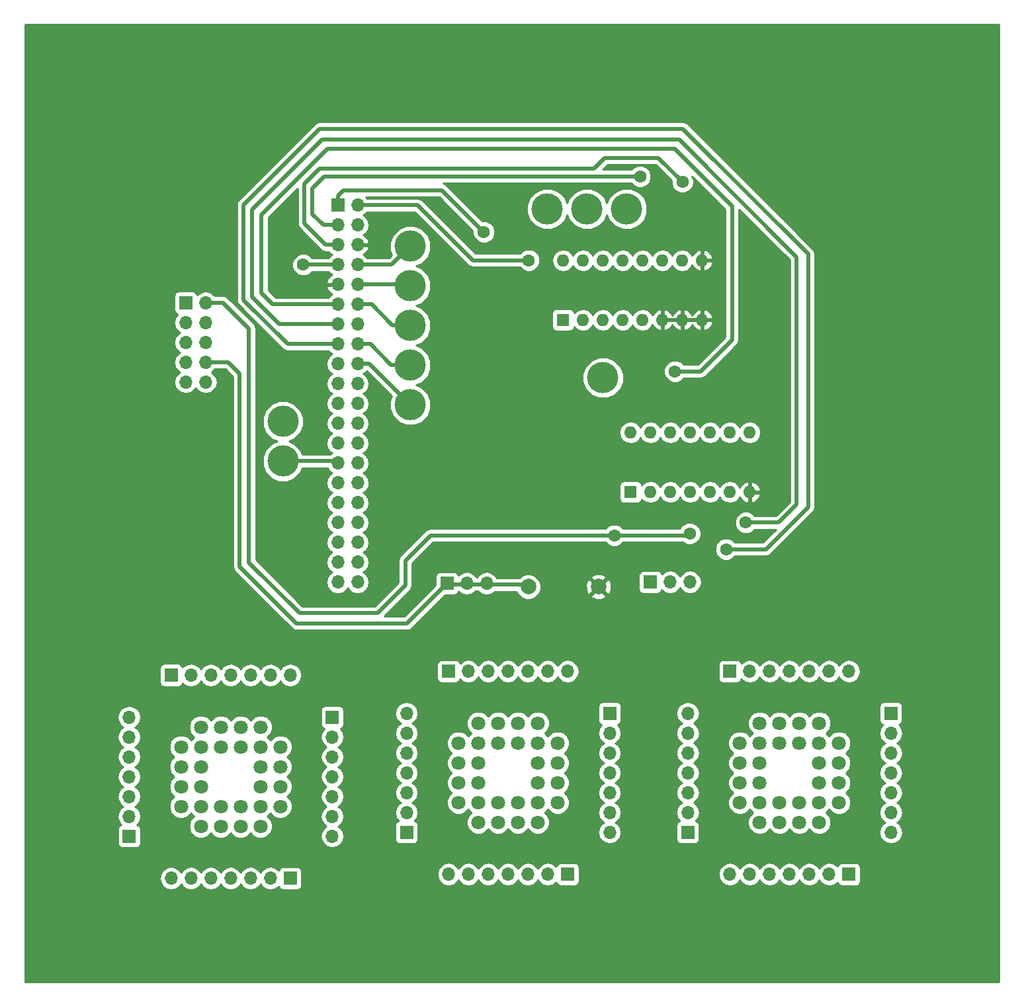
<source format=gbr>
G04 #@! TF.FileFunction,Copper,L1,Top,Plane*
%FSLAX46Y46*%
G04 Gerber Fmt 4.6, Leading zero omitted, Abs format (unit mm)*
G04 Created by KiCad (PCBNEW 4.0.6) date 06/04/17 23:33:04*
%MOMM*%
%LPD*%
G01*
G04 APERTURE LIST*
%ADD10C,0.100000*%
%ADD11R,1.600000X1.600000*%
%ADD12O,1.600000X1.600000*%
%ADD13R,1.700000X1.700000*%
%ADD14O,1.700000X1.700000*%
%ADD15C,1.800000*%
%ADD16C,2.000000*%
%ADD17C,4.000000*%
%ADD18C,1.600000*%
%ADD19C,0.508000*%
%ADD20C,0.254000*%
G04 APERTURE END LIST*
D10*
D11*
X114170000Y-114550000D03*
D12*
X129410000Y-106930000D03*
X116710000Y-114550000D03*
X126870000Y-106930000D03*
X119250000Y-114550000D03*
X124330000Y-106930000D03*
X121790000Y-114550000D03*
X121790000Y-106930000D03*
X124330000Y-114550000D03*
X119250000Y-106930000D03*
X126870000Y-114550000D03*
X116710000Y-106930000D03*
X129410000Y-114550000D03*
X114170000Y-106930000D03*
D13*
X116700000Y-126070000D03*
D14*
X119240000Y-126070000D03*
X121780000Y-126070000D03*
D13*
X57235000Y-90315000D03*
D14*
X59775000Y-90315000D03*
X57235000Y-92855000D03*
X59775000Y-92855000D03*
X57235000Y-95395000D03*
X59775000Y-95395000D03*
X57235000Y-97935000D03*
X59775000Y-97935000D03*
X57235000Y-100475000D03*
X59775000Y-100475000D03*
D11*
X105545000Y-92505000D03*
D12*
X123325000Y-84885000D03*
X108085000Y-92505000D03*
X120785000Y-84885000D03*
X110625000Y-92505000D03*
X118245000Y-84885000D03*
X113165000Y-92505000D03*
X115705000Y-84885000D03*
X115705000Y-92505000D03*
X113165000Y-84885000D03*
X118245000Y-92505000D03*
X110625000Y-84885000D03*
X120785000Y-92505000D03*
X108085000Y-84885000D03*
X123325000Y-92505000D03*
X105545000Y-84885000D03*
D15*
X61730000Y-147190000D03*
X61730000Y-144650000D03*
X59190000Y-147190000D03*
X59190000Y-144650000D03*
X56650000Y-147190000D03*
X59190000Y-149730000D03*
X56650000Y-149730000D03*
X59190000Y-152270000D03*
X56650000Y-152270000D03*
X59190000Y-154810000D03*
X56650000Y-154810000D03*
X59190000Y-157350000D03*
X61730000Y-154810000D03*
X61730000Y-157350000D03*
X64270000Y-154810000D03*
X64270000Y-157350000D03*
X66810000Y-154810000D03*
X66810000Y-157350000D03*
X69350000Y-154810000D03*
X66810000Y-152270000D03*
X69350000Y-152270000D03*
X66810000Y-149730000D03*
X69350000Y-149730000D03*
X66810000Y-147190000D03*
X69350000Y-147190000D03*
X66810000Y-144650000D03*
X64270000Y-147190000D03*
X64270000Y-144650000D03*
X97230000Y-146690000D03*
X97230000Y-144150000D03*
X94690000Y-146690000D03*
X94690000Y-144150000D03*
X92150000Y-146690000D03*
X94690000Y-149230000D03*
X92150000Y-149230000D03*
X94690000Y-151770000D03*
X92150000Y-151770000D03*
X94690000Y-154310000D03*
X92150000Y-154310000D03*
X94690000Y-156850000D03*
X97230000Y-154310000D03*
X97230000Y-156850000D03*
X99770000Y-154310000D03*
X99770000Y-156850000D03*
X102310000Y-154310000D03*
X102310000Y-156850000D03*
X104850000Y-154310000D03*
X102310000Y-151770000D03*
X104850000Y-151770000D03*
X102310000Y-149230000D03*
X104850000Y-149230000D03*
X102310000Y-146690000D03*
X104850000Y-146690000D03*
X102310000Y-144150000D03*
X99770000Y-146690000D03*
X99770000Y-144150000D03*
X133230000Y-146690000D03*
X133230000Y-144150000D03*
X130690000Y-146690000D03*
X130690000Y-144150000D03*
X128150000Y-146690000D03*
X130690000Y-149230000D03*
X128150000Y-149230000D03*
X130690000Y-151770000D03*
X128150000Y-151770000D03*
X130690000Y-154310000D03*
X128150000Y-154310000D03*
X130690000Y-156850000D03*
X133230000Y-154310000D03*
X133230000Y-156850000D03*
X135770000Y-154310000D03*
X135770000Y-156850000D03*
X138310000Y-154310000D03*
X138310000Y-156850000D03*
X140850000Y-154310000D03*
X138310000Y-151770000D03*
X140850000Y-151770000D03*
X138310000Y-149230000D03*
X140850000Y-149230000D03*
X138310000Y-146690000D03*
X140850000Y-146690000D03*
X138310000Y-144150000D03*
X135770000Y-146690000D03*
X135770000Y-144150000D03*
D13*
X76695000Y-77815000D03*
D14*
X79235000Y-77815000D03*
X76695000Y-80355000D03*
X79235000Y-80355000D03*
X76695000Y-82895000D03*
X79235000Y-82895000D03*
X76695000Y-85435000D03*
X79235000Y-85435000D03*
X76695000Y-87975000D03*
X79235000Y-87975000D03*
X76695000Y-90515000D03*
X79235000Y-90515000D03*
X76695000Y-93055000D03*
X79235000Y-93055000D03*
X76695000Y-95595000D03*
X79235000Y-95595000D03*
X76695000Y-98135000D03*
X79235000Y-98135000D03*
X76695000Y-100675000D03*
X79235000Y-100675000D03*
X76695000Y-103215000D03*
X79235000Y-103215000D03*
X76695000Y-105755000D03*
X79235000Y-105755000D03*
X76695000Y-108295000D03*
X79235000Y-108295000D03*
X76695000Y-110835000D03*
X79235000Y-110835000D03*
X76695000Y-113375000D03*
X79235000Y-113375000D03*
X76695000Y-115915000D03*
X79235000Y-115915000D03*
X76695000Y-118455000D03*
X79235000Y-118455000D03*
X76695000Y-120995000D03*
X79235000Y-120995000D03*
X76695000Y-123535000D03*
X79235000Y-123535000D03*
X76695000Y-126075000D03*
X79235000Y-126075000D03*
D13*
X50000000Y-158620000D03*
D14*
X50000000Y-156080000D03*
X50000000Y-153540000D03*
X50000000Y-151000000D03*
X50000000Y-148460000D03*
X50000000Y-145920000D03*
X50000000Y-143380000D03*
D13*
X147500000Y-142880000D03*
D14*
X147500000Y-145420000D03*
X147500000Y-147960000D03*
X147500000Y-150500000D03*
X147500000Y-153040000D03*
X147500000Y-155580000D03*
X147500000Y-158120000D03*
D13*
X90880000Y-137500000D03*
D14*
X93420000Y-137500000D03*
X95960000Y-137500000D03*
X98500000Y-137500000D03*
X101040000Y-137500000D03*
X103580000Y-137500000D03*
X106120000Y-137500000D03*
D13*
X121500000Y-158120000D03*
D14*
X121500000Y-155580000D03*
X121500000Y-153040000D03*
X121500000Y-150500000D03*
X121500000Y-147960000D03*
X121500000Y-145420000D03*
X121500000Y-142880000D03*
D13*
X76000000Y-143380000D03*
D14*
X76000000Y-145920000D03*
X76000000Y-148460000D03*
X76000000Y-151000000D03*
X76000000Y-153540000D03*
X76000000Y-156080000D03*
X76000000Y-158620000D03*
D13*
X111500000Y-142880000D03*
D14*
X111500000Y-145420000D03*
X111500000Y-147960000D03*
X111500000Y-150500000D03*
X111500000Y-153040000D03*
X111500000Y-155580000D03*
X111500000Y-158120000D03*
D13*
X55380000Y-138000000D03*
D14*
X57920000Y-138000000D03*
X60460000Y-138000000D03*
X63000000Y-138000000D03*
X65540000Y-138000000D03*
X68080000Y-138000000D03*
X70620000Y-138000000D03*
D13*
X126880000Y-137500000D03*
D14*
X129420000Y-137500000D03*
X131960000Y-137500000D03*
X134500000Y-137500000D03*
X137040000Y-137500000D03*
X139580000Y-137500000D03*
X142120000Y-137500000D03*
D13*
X85500000Y-158120000D03*
D14*
X85500000Y-155580000D03*
X85500000Y-153040000D03*
X85500000Y-150500000D03*
X85500000Y-147960000D03*
X85500000Y-145420000D03*
X85500000Y-142880000D03*
D13*
X70620000Y-164000000D03*
D14*
X68080000Y-164000000D03*
X65540000Y-164000000D03*
X63000000Y-164000000D03*
X60460000Y-164000000D03*
X57920000Y-164000000D03*
X55380000Y-164000000D03*
D13*
X142120000Y-163500000D03*
D14*
X139580000Y-163500000D03*
X137040000Y-163500000D03*
X134500000Y-163500000D03*
X131960000Y-163500000D03*
X129420000Y-163500000D03*
X126880000Y-163500000D03*
D13*
X106120000Y-163500000D03*
D14*
X103580000Y-163500000D03*
X101040000Y-163500000D03*
X98500000Y-163500000D03*
X95960000Y-163500000D03*
X93420000Y-163500000D03*
X90880000Y-163500000D03*
D16*
X101080000Y-126680000D03*
X110080000Y-126680000D03*
D13*
X90680000Y-126240000D03*
D14*
X93220000Y-126240000D03*
X95760000Y-126240000D03*
D17*
X103520000Y-78300000D03*
X108600000Y-78300000D03*
X113680000Y-78300000D03*
X69680000Y-110590000D03*
X69680000Y-105510000D03*
D13*
X110640000Y-99910000D03*
D17*
X110640000Y-99910000D03*
X85980000Y-83060000D03*
X85980000Y-88140000D03*
X85980000Y-93220000D03*
X85980000Y-98300000D03*
X85980000Y-103380000D03*
D18*
X95390000Y-81250000D03*
X101140000Y-84880000D03*
X115390000Y-74140000D03*
X120810000Y-74820000D03*
X119860000Y-99100000D03*
X126420000Y-121880000D03*
X128930000Y-118450000D03*
X121760000Y-119860000D03*
X112100000Y-120090000D03*
X72280000Y-85430000D03*
D19*
X76695000Y-77815000D02*
X76695000Y-76635000D01*
X90030000Y-75890000D02*
X95390000Y-81250000D01*
X77440000Y-75890000D02*
X90030000Y-75890000D01*
X76695000Y-76635000D02*
X77440000Y-75890000D01*
X79235000Y-77815000D02*
X86925000Y-77815000D01*
X93990000Y-84880000D02*
X101140000Y-84880000D01*
X86925000Y-77815000D02*
X93990000Y-84880000D01*
X76695000Y-80355000D02*
X74845000Y-80355000D01*
X74940000Y-74140000D02*
X115390000Y-74140000D01*
X73430000Y-75650000D02*
X74940000Y-74140000D01*
X73430000Y-78940000D02*
X73430000Y-75650000D01*
X74845000Y-80355000D02*
X73430000Y-78940000D01*
X76695000Y-82895000D02*
X75165000Y-82895000D01*
X117740000Y-71750000D02*
X120810000Y-74820000D01*
X110870000Y-71750000D02*
X117740000Y-71750000D01*
X109488002Y-73131998D02*
X110870000Y-71750000D01*
X74358002Y-73131998D02*
X109488002Y-73131998D01*
X72421998Y-75068002D02*
X74358002Y-73131998D01*
X72421998Y-80151998D02*
X72421998Y-75068002D01*
X75165000Y-82895000D02*
X72421998Y-80151998D01*
X79235000Y-87975000D02*
X85815000Y-87975000D01*
X85815000Y-87975000D02*
X85980000Y-88140000D01*
X79235000Y-85435000D02*
X83605000Y-85435000D01*
X83605000Y-85435000D02*
X85980000Y-83060000D01*
X79235000Y-90515000D02*
X81015000Y-90515000D01*
X83720000Y-93220000D02*
X85980000Y-93220000D01*
X81015000Y-90515000D02*
X83720000Y-93220000D01*
X71413996Y-74566004D02*
X71403996Y-74566004D01*
X68385000Y-90515000D02*
X76695000Y-90515000D01*
X66940000Y-89070000D02*
X68385000Y-90515000D01*
X66940000Y-79030000D02*
X66940000Y-89070000D01*
X71403996Y-74566004D02*
X66940000Y-79030000D01*
X123140000Y-99100000D02*
X119860000Y-99100000D01*
X127180000Y-95060000D02*
X123140000Y-99100000D01*
X127180000Y-92590000D02*
X127180000Y-95060000D01*
X127190000Y-92580000D02*
X127180000Y-92590000D01*
X127190000Y-77980000D02*
X127190000Y-92580000D01*
X119820000Y-70610000D02*
X127190000Y-77980000D01*
X75370000Y-70610000D02*
X119820000Y-70610000D01*
X71413996Y-74566004D02*
X75370000Y-70610000D01*
X79235000Y-95595000D02*
X80845000Y-95595000D01*
X83550000Y-98300000D02*
X85980000Y-98300000D01*
X80845000Y-95595000D02*
X83550000Y-98300000D01*
X69040000Y-73350000D02*
X69030000Y-73350000D01*
X70265000Y-95595000D02*
X74035000Y-95595000D01*
X64630000Y-89960000D02*
X70265000Y-95595000D01*
X64630000Y-77750000D02*
X64630000Y-89960000D01*
X69030000Y-73350000D02*
X64630000Y-77750000D01*
X76695000Y-95595000D02*
X74035000Y-95595000D01*
X69040000Y-73350000D02*
X74380000Y-68010000D01*
X74380000Y-68010000D02*
X120860000Y-68010000D01*
X120860000Y-68010000D02*
X136910000Y-84060000D01*
X136910000Y-84060000D02*
X136910000Y-116460000D01*
X136910000Y-116460000D02*
X131490000Y-121880000D01*
X131490000Y-121880000D02*
X126420000Y-121880000D01*
X70335000Y-73805000D02*
X65740000Y-78400000D01*
X69225000Y-93055000D02*
X76695000Y-93055000D01*
X65740000Y-89570000D02*
X69225000Y-93055000D01*
X65740000Y-78400000D02*
X65740000Y-89570000D01*
X133130000Y-118450000D02*
X128930000Y-118450000D01*
X135450000Y-116130000D02*
X133130000Y-118450000D01*
X135450000Y-84460000D02*
X135450000Y-116130000D01*
X120390000Y-69400000D02*
X135450000Y-84460000D01*
X74740000Y-69400000D02*
X120390000Y-69400000D01*
X70335000Y-73805000D02*
X74740000Y-69400000D01*
X79235000Y-98135000D02*
X80705000Y-98135000D01*
X80705000Y-98135000D02*
X85950000Y-103380000D01*
X85950000Y-103380000D02*
X85980000Y-103380000D01*
X59775000Y-97935000D02*
X62685000Y-97935000D01*
X85550000Y-131370000D02*
X90680000Y-126240000D01*
X71410000Y-131370000D02*
X85550000Y-131370000D01*
X64150000Y-124110000D02*
X71410000Y-131370000D01*
X64150000Y-99400000D02*
X64150000Y-124110000D01*
X62685000Y-97935000D02*
X64150000Y-99400000D01*
X100790000Y-126390000D02*
X101080000Y-126680000D01*
X95650000Y-126390000D02*
X100790000Y-126390000D01*
X90550000Y-126370000D02*
X93090000Y-126370000D01*
X93090000Y-126370000D02*
X95630000Y-126370000D01*
X95630000Y-126370000D02*
X95650000Y-126390000D01*
X59775000Y-90315000D02*
X62045000Y-90315000D01*
X88560000Y-120090000D02*
X112100000Y-120090000D01*
X85340000Y-123310000D02*
X88560000Y-120090000D01*
X85340000Y-126510000D02*
X85340000Y-123310000D01*
X81790000Y-130060000D02*
X85340000Y-126510000D01*
X71830000Y-130060000D02*
X81790000Y-130060000D01*
X65340000Y-123570000D02*
X71830000Y-130060000D01*
X65340000Y-93610000D02*
X65340000Y-123570000D01*
X62045000Y-90315000D02*
X65340000Y-93610000D01*
X112100000Y-120090000D02*
X121530000Y-120090000D01*
X121530000Y-120090000D02*
X121760000Y-119860000D01*
X76695000Y-85435000D02*
X72285000Y-85435000D01*
X72285000Y-85435000D02*
X72280000Y-85430000D01*
X69680000Y-110590000D02*
X76450000Y-110590000D01*
X76450000Y-110590000D02*
X76695000Y-110835000D01*
D20*
G36*
X161300000Y-177290000D02*
X36720000Y-177290000D01*
X36720000Y-163970907D01*
X53895000Y-163970907D01*
X53895000Y-164029093D01*
X54008039Y-164597378D01*
X54329946Y-165079147D01*
X54811715Y-165401054D01*
X55380000Y-165514093D01*
X55948285Y-165401054D01*
X56430054Y-165079147D01*
X56650000Y-164749974D01*
X56869946Y-165079147D01*
X57351715Y-165401054D01*
X57920000Y-165514093D01*
X58488285Y-165401054D01*
X58970054Y-165079147D01*
X59190000Y-164749974D01*
X59409946Y-165079147D01*
X59891715Y-165401054D01*
X60460000Y-165514093D01*
X61028285Y-165401054D01*
X61510054Y-165079147D01*
X61730000Y-164749974D01*
X61949946Y-165079147D01*
X62431715Y-165401054D01*
X63000000Y-165514093D01*
X63568285Y-165401054D01*
X64050054Y-165079147D01*
X64270000Y-164749974D01*
X64489946Y-165079147D01*
X64971715Y-165401054D01*
X65540000Y-165514093D01*
X66108285Y-165401054D01*
X66590054Y-165079147D01*
X66810000Y-164749974D01*
X67029946Y-165079147D01*
X67511715Y-165401054D01*
X68080000Y-165514093D01*
X68648285Y-165401054D01*
X69130054Y-165079147D01*
X69157850Y-165037548D01*
X69166838Y-165085317D01*
X69305910Y-165301441D01*
X69518110Y-165446431D01*
X69770000Y-165497440D01*
X71470000Y-165497440D01*
X71705317Y-165453162D01*
X71921441Y-165314090D01*
X72066431Y-165101890D01*
X72117440Y-164850000D01*
X72117440Y-163470907D01*
X89395000Y-163470907D01*
X89395000Y-163529093D01*
X89508039Y-164097378D01*
X89829946Y-164579147D01*
X90311715Y-164901054D01*
X90880000Y-165014093D01*
X91448285Y-164901054D01*
X91930054Y-164579147D01*
X92150000Y-164249974D01*
X92369946Y-164579147D01*
X92851715Y-164901054D01*
X93420000Y-165014093D01*
X93988285Y-164901054D01*
X94470054Y-164579147D01*
X94690000Y-164249974D01*
X94909946Y-164579147D01*
X95391715Y-164901054D01*
X95960000Y-165014093D01*
X96528285Y-164901054D01*
X97010054Y-164579147D01*
X97230000Y-164249974D01*
X97449946Y-164579147D01*
X97931715Y-164901054D01*
X98500000Y-165014093D01*
X99068285Y-164901054D01*
X99550054Y-164579147D01*
X99770000Y-164249974D01*
X99989946Y-164579147D01*
X100471715Y-164901054D01*
X101040000Y-165014093D01*
X101608285Y-164901054D01*
X102090054Y-164579147D01*
X102310000Y-164249974D01*
X102529946Y-164579147D01*
X103011715Y-164901054D01*
X103580000Y-165014093D01*
X104148285Y-164901054D01*
X104630054Y-164579147D01*
X104657850Y-164537548D01*
X104666838Y-164585317D01*
X104805910Y-164801441D01*
X105018110Y-164946431D01*
X105270000Y-164997440D01*
X106970000Y-164997440D01*
X107205317Y-164953162D01*
X107421441Y-164814090D01*
X107566431Y-164601890D01*
X107617440Y-164350000D01*
X107617440Y-163470907D01*
X125395000Y-163470907D01*
X125395000Y-163529093D01*
X125508039Y-164097378D01*
X125829946Y-164579147D01*
X126311715Y-164901054D01*
X126880000Y-165014093D01*
X127448285Y-164901054D01*
X127930054Y-164579147D01*
X128150000Y-164249974D01*
X128369946Y-164579147D01*
X128851715Y-164901054D01*
X129420000Y-165014093D01*
X129988285Y-164901054D01*
X130470054Y-164579147D01*
X130690000Y-164249974D01*
X130909946Y-164579147D01*
X131391715Y-164901054D01*
X131960000Y-165014093D01*
X132528285Y-164901054D01*
X133010054Y-164579147D01*
X133230000Y-164249974D01*
X133449946Y-164579147D01*
X133931715Y-164901054D01*
X134500000Y-165014093D01*
X135068285Y-164901054D01*
X135550054Y-164579147D01*
X135770000Y-164249974D01*
X135989946Y-164579147D01*
X136471715Y-164901054D01*
X137040000Y-165014093D01*
X137608285Y-164901054D01*
X138090054Y-164579147D01*
X138310000Y-164249974D01*
X138529946Y-164579147D01*
X139011715Y-164901054D01*
X139580000Y-165014093D01*
X140148285Y-164901054D01*
X140630054Y-164579147D01*
X140657850Y-164537548D01*
X140666838Y-164585317D01*
X140805910Y-164801441D01*
X141018110Y-164946431D01*
X141270000Y-164997440D01*
X142970000Y-164997440D01*
X143205317Y-164953162D01*
X143421441Y-164814090D01*
X143566431Y-164601890D01*
X143617440Y-164350000D01*
X143617440Y-162650000D01*
X143573162Y-162414683D01*
X143434090Y-162198559D01*
X143221890Y-162053569D01*
X142970000Y-162002560D01*
X141270000Y-162002560D01*
X141034683Y-162046838D01*
X140818559Y-162185910D01*
X140673569Y-162398110D01*
X140659914Y-162465541D01*
X140630054Y-162420853D01*
X140148285Y-162098946D01*
X139580000Y-161985907D01*
X139011715Y-162098946D01*
X138529946Y-162420853D01*
X138310000Y-162750026D01*
X138090054Y-162420853D01*
X137608285Y-162098946D01*
X137040000Y-161985907D01*
X136471715Y-162098946D01*
X135989946Y-162420853D01*
X135770000Y-162750026D01*
X135550054Y-162420853D01*
X135068285Y-162098946D01*
X134500000Y-161985907D01*
X133931715Y-162098946D01*
X133449946Y-162420853D01*
X133230000Y-162750026D01*
X133010054Y-162420853D01*
X132528285Y-162098946D01*
X131960000Y-161985907D01*
X131391715Y-162098946D01*
X130909946Y-162420853D01*
X130690000Y-162750026D01*
X130470054Y-162420853D01*
X129988285Y-162098946D01*
X129420000Y-161985907D01*
X128851715Y-162098946D01*
X128369946Y-162420853D01*
X128150000Y-162750026D01*
X127930054Y-162420853D01*
X127448285Y-162098946D01*
X126880000Y-161985907D01*
X126311715Y-162098946D01*
X125829946Y-162420853D01*
X125508039Y-162902622D01*
X125395000Y-163470907D01*
X107617440Y-163470907D01*
X107617440Y-162650000D01*
X107573162Y-162414683D01*
X107434090Y-162198559D01*
X107221890Y-162053569D01*
X106970000Y-162002560D01*
X105270000Y-162002560D01*
X105034683Y-162046838D01*
X104818559Y-162185910D01*
X104673569Y-162398110D01*
X104659914Y-162465541D01*
X104630054Y-162420853D01*
X104148285Y-162098946D01*
X103580000Y-161985907D01*
X103011715Y-162098946D01*
X102529946Y-162420853D01*
X102310000Y-162750026D01*
X102090054Y-162420853D01*
X101608285Y-162098946D01*
X101040000Y-161985907D01*
X100471715Y-162098946D01*
X99989946Y-162420853D01*
X99770000Y-162750026D01*
X99550054Y-162420853D01*
X99068285Y-162098946D01*
X98500000Y-161985907D01*
X97931715Y-162098946D01*
X97449946Y-162420853D01*
X97230000Y-162750026D01*
X97010054Y-162420853D01*
X96528285Y-162098946D01*
X95960000Y-161985907D01*
X95391715Y-162098946D01*
X94909946Y-162420853D01*
X94690000Y-162750026D01*
X94470054Y-162420853D01*
X93988285Y-162098946D01*
X93420000Y-161985907D01*
X92851715Y-162098946D01*
X92369946Y-162420853D01*
X92150000Y-162750026D01*
X91930054Y-162420853D01*
X91448285Y-162098946D01*
X90880000Y-161985907D01*
X90311715Y-162098946D01*
X89829946Y-162420853D01*
X89508039Y-162902622D01*
X89395000Y-163470907D01*
X72117440Y-163470907D01*
X72117440Y-163150000D01*
X72073162Y-162914683D01*
X71934090Y-162698559D01*
X71721890Y-162553569D01*
X71470000Y-162502560D01*
X69770000Y-162502560D01*
X69534683Y-162546838D01*
X69318559Y-162685910D01*
X69173569Y-162898110D01*
X69159914Y-162965541D01*
X69130054Y-162920853D01*
X68648285Y-162598946D01*
X68080000Y-162485907D01*
X67511715Y-162598946D01*
X67029946Y-162920853D01*
X66810000Y-163250026D01*
X66590054Y-162920853D01*
X66108285Y-162598946D01*
X65540000Y-162485907D01*
X64971715Y-162598946D01*
X64489946Y-162920853D01*
X64270000Y-163250026D01*
X64050054Y-162920853D01*
X63568285Y-162598946D01*
X63000000Y-162485907D01*
X62431715Y-162598946D01*
X61949946Y-162920853D01*
X61730000Y-163250026D01*
X61510054Y-162920853D01*
X61028285Y-162598946D01*
X60460000Y-162485907D01*
X59891715Y-162598946D01*
X59409946Y-162920853D01*
X59190000Y-163250026D01*
X58970054Y-162920853D01*
X58488285Y-162598946D01*
X57920000Y-162485907D01*
X57351715Y-162598946D01*
X56869946Y-162920853D01*
X56650000Y-163250026D01*
X56430054Y-162920853D01*
X55948285Y-162598946D01*
X55380000Y-162485907D01*
X54811715Y-162598946D01*
X54329946Y-162920853D01*
X54008039Y-163402622D01*
X53895000Y-163970907D01*
X36720000Y-163970907D01*
X36720000Y-143380000D01*
X48485907Y-143380000D01*
X48598946Y-143948285D01*
X48920853Y-144430054D01*
X49250026Y-144650000D01*
X48920853Y-144869946D01*
X48598946Y-145351715D01*
X48485907Y-145920000D01*
X48598946Y-146488285D01*
X48920853Y-146970054D01*
X49250026Y-147190000D01*
X48920853Y-147409946D01*
X48598946Y-147891715D01*
X48485907Y-148460000D01*
X48598946Y-149028285D01*
X48920853Y-149510054D01*
X49250026Y-149730000D01*
X48920853Y-149949946D01*
X48598946Y-150431715D01*
X48485907Y-151000000D01*
X48598946Y-151568285D01*
X48920853Y-152050054D01*
X49250026Y-152270000D01*
X48920853Y-152489946D01*
X48598946Y-152971715D01*
X48485907Y-153540000D01*
X48598946Y-154108285D01*
X48920853Y-154590054D01*
X49250026Y-154810000D01*
X48920853Y-155029946D01*
X48598946Y-155511715D01*
X48485907Y-156080000D01*
X48598946Y-156648285D01*
X48920853Y-157130054D01*
X48962452Y-157157850D01*
X48914683Y-157166838D01*
X48698559Y-157305910D01*
X48553569Y-157518110D01*
X48502560Y-157770000D01*
X48502560Y-159470000D01*
X48546838Y-159705317D01*
X48685910Y-159921441D01*
X48898110Y-160066431D01*
X49150000Y-160117440D01*
X50850000Y-160117440D01*
X51085317Y-160073162D01*
X51301441Y-159934090D01*
X51446431Y-159721890D01*
X51497440Y-159470000D01*
X51497440Y-157770000D01*
X51453162Y-157534683D01*
X51314090Y-157318559D01*
X51101890Y-157173569D01*
X51034459Y-157159914D01*
X51079147Y-157130054D01*
X51401054Y-156648285D01*
X51514093Y-156080000D01*
X51401054Y-155511715D01*
X51079147Y-155029946D01*
X50749974Y-154810000D01*
X51079147Y-154590054D01*
X51401054Y-154108285D01*
X51514093Y-153540000D01*
X51401054Y-152971715D01*
X51079147Y-152489946D01*
X50749974Y-152270000D01*
X51079147Y-152050054D01*
X51401054Y-151568285D01*
X51514093Y-151000000D01*
X51401054Y-150431715D01*
X51079147Y-149949946D01*
X50749974Y-149730000D01*
X51079147Y-149510054D01*
X51401054Y-149028285D01*
X51514093Y-148460000D01*
X51401054Y-147891715D01*
X51135304Y-147493991D01*
X55114735Y-147493991D01*
X55347932Y-148058371D01*
X55749182Y-148460323D01*
X55349449Y-148859357D01*
X55115267Y-149423330D01*
X55114735Y-150033991D01*
X55347932Y-150598371D01*
X55749182Y-151000323D01*
X55349449Y-151399357D01*
X55115267Y-151963330D01*
X55114735Y-152573991D01*
X55347932Y-153138371D01*
X55749182Y-153540323D01*
X55349449Y-153939357D01*
X55115267Y-154503330D01*
X55114735Y-155113991D01*
X55347932Y-155678371D01*
X55779357Y-156110551D01*
X56343330Y-156344733D01*
X56953991Y-156345265D01*
X57518371Y-156112068D01*
X57920323Y-155710818D01*
X58289182Y-156080323D01*
X57889449Y-156479357D01*
X57655267Y-157043330D01*
X57654735Y-157653991D01*
X57887932Y-158218371D01*
X58319357Y-158650551D01*
X58883330Y-158884733D01*
X59493991Y-158885265D01*
X60058371Y-158652068D01*
X60460323Y-158250818D01*
X60859357Y-158650551D01*
X61423330Y-158884733D01*
X62033991Y-158885265D01*
X62598371Y-158652068D01*
X63000323Y-158250818D01*
X63399357Y-158650551D01*
X63963330Y-158884733D01*
X64573991Y-158885265D01*
X65138371Y-158652068D01*
X65540323Y-158250818D01*
X65939357Y-158650551D01*
X66503330Y-158884733D01*
X67113991Y-158885265D01*
X67678371Y-158652068D01*
X68110551Y-158220643D01*
X68344733Y-157656670D01*
X68345265Y-157046009D01*
X68112068Y-156481629D01*
X67710818Y-156079677D01*
X68080323Y-155710818D01*
X68479357Y-156110551D01*
X69043330Y-156344733D01*
X69653991Y-156345265D01*
X70218371Y-156112068D01*
X70650551Y-155680643D01*
X70884733Y-155116670D01*
X70885265Y-154506009D01*
X70652068Y-153941629D01*
X70250818Y-153539677D01*
X70650551Y-153140643D01*
X70884733Y-152576670D01*
X70885265Y-151966009D01*
X70652068Y-151401629D01*
X70250818Y-150999677D01*
X70650551Y-150600643D01*
X70884733Y-150036670D01*
X70885265Y-149426009D01*
X70652068Y-148861629D01*
X70250818Y-148459677D01*
X70650551Y-148060643D01*
X70884733Y-147496670D01*
X70885265Y-146886009D01*
X70652068Y-146321629D01*
X70251141Y-145920000D01*
X74485907Y-145920000D01*
X74598946Y-146488285D01*
X74920853Y-146970054D01*
X75250026Y-147190000D01*
X74920853Y-147409946D01*
X74598946Y-147891715D01*
X74485907Y-148460000D01*
X74598946Y-149028285D01*
X74920853Y-149510054D01*
X75250026Y-149730000D01*
X74920853Y-149949946D01*
X74598946Y-150431715D01*
X74485907Y-151000000D01*
X74598946Y-151568285D01*
X74920853Y-152050054D01*
X75250026Y-152270000D01*
X74920853Y-152489946D01*
X74598946Y-152971715D01*
X74485907Y-153540000D01*
X74598946Y-154108285D01*
X74920853Y-154590054D01*
X75250026Y-154810000D01*
X74920853Y-155029946D01*
X74598946Y-155511715D01*
X74485907Y-156080000D01*
X74598946Y-156648285D01*
X74920853Y-157130054D01*
X75250026Y-157350000D01*
X74920853Y-157569946D01*
X74598946Y-158051715D01*
X74485907Y-158620000D01*
X74598946Y-159188285D01*
X74920853Y-159670054D01*
X75402622Y-159991961D01*
X75970907Y-160105000D01*
X76029093Y-160105000D01*
X76597378Y-159991961D01*
X77079147Y-159670054D01*
X77401054Y-159188285D01*
X77514093Y-158620000D01*
X77401054Y-158051715D01*
X77079147Y-157569946D01*
X76749974Y-157350000D01*
X77079147Y-157130054D01*
X77401054Y-156648285D01*
X77514093Y-156080000D01*
X77401054Y-155511715D01*
X77079147Y-155029946D01*
X76749974Y-154810000D01*
X77079147Y-154590054D01*
X77401054Y-154108285D01*
X77514093Y-153540000D01*
X77401054Y-152971715D01*
X77079147Y-152489946D01*
X76749974Y-152270000D01*
X77079147Y-152050054D01*
X77401054Y-151568285D01*
X77514093Y-151000000D01*
X77401054Y-150431715D01*
X77079147Y-149949946D01*
X76749974Y-149730000D01*
X77079147Y-149510054D01*
X77401054Y-149028285D01*
X77514093Y-148460000D01*
X77401054Y-147891715D01*
X77079147Y-147409946D01*
X76749974Y-147190000D01*
X77079147Y-146970054D01*
X77401054Y-146488285D01*
X77514093Y-145920000D01*
X77401054Y-145351715D01*
X77079147Y-144869946D01*
X77037548Y-144842150D01*
X77085317Y-144833162D01*
X77301441Y-144694090D01*
X77446431Y-144481890D01*
X77497440Y-144230000D01*
X77497440Y-142880000D01*
X83985907Y-142880000D01*
X84098946Y-143448285D01*
X84420853Y-143930054D01*
X84750026Y-144150000D01*
X84420853Y-144369946D01*
X84098946Y-144851715D01*
X83985907Y-145420000D01*
X84098946Y-145988285D01*
X84420853Y-146470054D01*
X84750026Y-146690000D01*
X84420853Y-146909946D01*
X84098946Y-147391715D01*
X83985907Y-147960000D01*
X84098946Y-148528285D01*
X84420853Y-149010054D01*
X84750026Y-149230000D01*
X84420853Y-149449946D01*
X84098946Y-149931715D01*
X83985907Y-150500000D01*
X84098946Y-151068285D01*
X84420853Y-151550054D01*
X84750026Y-151770000D01*
X84420853Y-151989946D01*
X84098946Y-152471715D01*
X83985907Y-153040000D01*
X84098946Y-153608285D01*
X84420853Y-154090054D01*
X84750026Y-154310000D01*
X84420853Y-154529946D01*
X84098946Y-155011715D01*
X83985907Y-155580000D01*
X84098946Y-156148285D01*
X84420853Y-156630054D01*
X84462452Y-156657850D01*
X84414683Y-156666838D01*
X84198559Y-156805910D01*
X84053569Y-157018110D01*
X84002560Y-157270000D01*
X84002560Y-158970000D01*
X84046838Y-159205317D01*
X84185910Y-159421441D01*
X84398110Y-159566431D01*
X84650000Y-159617440D01*
X86350000Y-159617440D01*
X86585317Y-159573162D01*
X86801441Y-159434090D01*
X86946431Y-159221890D01*
X86997440Y-158970000D01*
X86997440Y-157270000D01*
X86953162Y-157034683D01*
X86814090Y-156818559D01*
X86601890Y-156673569D01*
X86534459Y-156659914D01*
X86579147Y-156630054D01*
X86901054Y-156148285D01*
X87014093Y-155580000D01*
X86901054Y-155011715D01*
X86579147Y-154529946D01*
X86249974Y-154310000D01*
X86579147Y-154090054D01*
X86901054Y-153608285D01*
X87014093Y-153040000D01*
X86901054Y-152471715D01*
X86579147Y-151989946D01*
X86249974Y-151770000D01*
X86579147Y-151550054D01*
X86901054Y-151068285D01*
X87014093Y-150500000D01*
X86901054Y-149931715D01*
X86579147Y-149449946D01*
X86249974Y-149230000D01*
X86579147Y-149010054D01*
X86901054Y-148528285D01*
X87014093Y-147960000D01*
X86901054Y-147391715D01*
X86635304Y-146993991D01*
X90614735Y-146993991D01*
X90847932Y-147558371D01*
X91249182Y-147960323D01*
X90849449Y-148359357D01*
X90615267Y-148923330D01*
X90614735Y-149533991D01*
X90847932Y-150098371D01*
X91249182Y-150500323D01*
X90849449Y-150899357D01*
X90615267Y-151463330D01*
X90614735Y-152073991D01*
X90847932Y-152638371D01*
X91249182Y-153040323D01*
X90849449Y-153439357D01*
X90615267Y-154003330D01*
X90614735Y-154613991D01*
X90847932Y-155178371D01*
X91279357Y-155610551D01*
X91843330Y-155844733D01*
X92453991Y-155845265D01*
X93018371Y-155612068D01*
X93420323Y-155210818D01*
X93789182Y-155580323D01*
X93389449Y-155979357D01*
X93155267Y-156543330D01*
X93154735Y-157153991D01*
X93387932Y-157718371D01*
X93819357Y-158150551D01*
X94383330Y-158384733D01*
X94993991Y-158385265D01*
X95558371Y-158152068D01*
X95960323Y-157750818D01*
X96359357Y-158150551D01*
X96923330Y-158384733D01*
X97533991Y-158385265D01*
X98098371Y-158152068D01*
X98500323Y-157750818D01*
X98899357Y-158150551D01*
X99463330Y-158384733D01*
X100073991Y-158385265D01*
X100638371Y-158152068D01*
X101040323Y-157750818D01*
X101439357Y-158150551D01*
X102003330Y-158384733D01*
X102613991Y-158385265D01*
X103178371Y-158152068D01*
X103610551Y-157720643D01*
X103844733Y-157156670D01*
X103845265Y-156546009D01*
X103612068Y-155981629D01*
X103210818Y-155579677D01*
X103580323Y-155210818D01*
X103979357Y-155610551D01*
X104543330Y-155844733D01*
X105153991Y-155845265D01*
X105718371Y-155612068D01*
X106150551Y-155180643D01*
X106384733Y-154616670D01*
X106385265Y-154006009D01*
X106152068Y-153441629D01*
X105750818Y-153039677D01*
X106150551Y-152640643D01*
X106384733Y-152076670D01*
X106385265Y-151466009D01*
X106152068Y-150901629D01*
X105750818Y-150499677D01*
X106150551Y-150100643D01*
X106384733Y-149536670D01*
X106385265Y-148926009D01*
X106152068Y-148361629D01*
X105750818Y-147959677D01*
X106150551Y-147560643D01*
X106384733Y-146996670D01*
X106385265Y-146386009D01*
X106152068Y-145821629D01*
X105751141Y-145420000D01*
X109985907Y-145420000D01*
X110098946Y-145988285D01*
X110420853Y-146470054D01*
X110750026Y-146690000D01*
X110420853Y-146909946D01*
X110098946Y-147391715D01*
X109985907Y-147960000D01*
X110098946Y-148528285D01*
X110420853Y-149010054D01*
X110750026Y-149230000D01*
X110420853Y-149449946D01*
X110098946Y-149931715D01*
X109985907Y-150500000D01*
X110098946Y-151068285D01*
X110420853Y-151550054D01*
X110750026Y-151770000D01*
X110420853Y-151989946D01*
X110098946Y-152471715D01*
X109985907Y-153040000D01*
X110098946Y-153608285D01*
X110420853Y-154090054D01*
X110750026Y-154310000D01*
X110420853Y-154529946D01*
X110098946Y-155011715D01*
X109985907Y-155580000D01*
X110098946Y-156148285D01*
X110420853Y-156630054D01*
X110750026Y-156850000D01*
X110420853Y-157069946D01*
X110098946Y-157551715D01*
X109985907Y-158120000D01*
X110098946Y-158688285D01*
X110420853Y-159170054D01*
X110902622Y-159491961D01*
X111470907Y-159605000D01*
X111529093Y-159605000D01*
X112097378Y-159491961D01*
X112579147Y-159170054D01*
X112901054Y-158688285D01*
X113014093Y-158120000D01*
X112901054Y-157551715D01*
X112579147Y-157069946D01*
X112249974Y-156850000D01*
X112579147Y-156630054D01*
X112901054Y-156148285D01*
X113014093Y-155580000D01*
X112901054Y-155011715D01*
X112579147Y-154529946D01*
X112249974Y-154310000D01*
X112579147Y-154090054D01*
X112901054Y-153608285D01*
X113014093Y-153040000D01*
X112901054Y-152471715D01*
X112579147Y-151989946D01*
X112249974Y-151770000D01*
X112579147Y-151550054D01*
X112901054Y-151068285D01*
X113014093Y-150500000D01*
X112901054Y-149931715D01*
X112579147Y-149449946D01*
X112249974Y-149230000D01*
X112579147Y-149010054D01*
X112901054Y-148528285D01*
X113014093Y-147960000D01*
X112901054Y-147391715D01*
X112579147Y-146909946D01*
X112249974Y-146690000D01*
X112579147Y-146470054D01*
X112901054Y-145988285D01*
X113014093Y-145420000D01*
X112901054Y-144851715D01*
X112579147Y-144369946D01*
X112537548Y-144342150D01*
X112585317Y-144333162D01*
X112801441Y-144194090D01*
X112946431Y-143981890D01*
X112997440Y-143730000D01*
X112997440Y-142880000D01*
X119985907Y-142880000D01*
X120098946Y-143448285D01*
X120420853Y-143930054D01*
X120750026Y-144150000D01*
X120420853Y-144369946D01*
X120098946Y-144851715D01*
X119985907Y-145420000D01*
X120098946Y-145988285D01*
X120420853Y-146470054D01*
X120750026Y-146690000D01*
X120420853Y-146909946D01*
X120098946Y-147391715D01*
X119985907Y-147960000D01*
X120098946Y-148528285D01*
X120420853Y-149010054D01*
X120750026Y-149230000D01*
X120420853Y-149449946D01*
X120098946Y-149931715D01*
X119985907Y-150500000D01*
X120098946Y-151068285D01*
X120420853Y-151550054D01*
X120750026Y-151770000D01*
X120420853Y-151989946D01*
X120098946Y-152471715D01*
X119985907Y-153040000D01*
X120098946Y-153608285D01*
X120420853Y-154090054D01*
X120750026Y-154310000D01*
X120420853Y-154529946D01*
X120098946Y-155011715D01*
X119985907Y-155580000D01*
X120098946Y-156148285D01*
X120420853Y-156630054D01*
X120462452Y-156657850D01*
X120414683Y-156666838D01*
X120198559Y-156805910D01*
X120053569Y-157018110D01*
X120002560Y-157270000D01*
X120002560Y-158970000D01*
X120046838Y-159205317D01*
X120185910Y-159421441D01*
X120398110Y-159566431D01*
X120650000Y-159617440D01*
X122350000Y-159617440D01*
X122585317Y-159573162D01*
X122801441Y-159434090D01*
X122946431Y-159221890D01*
X122997440Y-158970000D01*
X122997440Y-157270000D01*
X122953162Y-157034683D01*
X122814090Y-156818559D01*
X122601890Y-156673569D01*
X122534459Y-156659914D01*
X122579147Y-156630054D01*
X122901054Y-156148285D01*
X123014093Y-155580000D01*
X122901054Y-155011715D01*
X122579147Y-154529946D01*
X122249974Y-154310000D01*
X122579147Y-154090054D01*
X122901054Y-153608285D01*
X123014093Y-153040000D01*
X122901054Y-152471715D01*
X122579147Y-151989946D01*
X122249974Y-151770000D01*
X122579147Y-151550054D01*
X122901054Y-151068285D01*
X123014093Y-150500000D01*
X122901054Y-149931715D01*
X122579147Y-149449946D01*
X122249974Y-149230000D01*
X122579147Y-149010054D01*
X122901054Y-148528285D01*
X123014093Y-147960000D01*
X122901054Y-147391715D01*
X122635304Y-146993991D01*
X126614735Y-146993991D01*
X126847932Y-147558371D01*
X127249182Y-147960323D01*
X126849449Y-148359357D01*
X126615267Y-148923330D01*
X126614735Y-149533991D01*
X126847932Y-150098371D01*
X127249182Y-150500323D01*
X126849449Y-150899357D01*
X126615267Y-151463330D01*
X126614735Y-152073991D01*
X126847932Y-152638371D01*
X127249182Y-153040323D01*
X126849449Y-153439357D01*
X126615267Y-154003330D01*
X126614735Y-154613991D01*
X126847932Y-155178371D01*
X127279357Y-155610551D01*
X127843330Y-155844733D01*
X128453991Y-155845265D01*
X129018371Y-155612068D01*
X129420323Y-155210818D01*
X129789182Y-155580323D01*
X129389449Y-155979357D01*
X129155267Y-156543330D01*
X129154735Y-157153991D01*
X129387932Y-157718371D01*
X129819357Y-158150551D01*
X130383330Y-158384733D01*
X130993991Y-158385265D01*
X131558371Y-158152068D01*
X131960323Y-157750818D01*
X132359357Y-158150551D01*
X132923330Y-158384733D01*
X133533991Y-158385265D01*
X134098371Y-158152068D01*
X134500323Y-157750818D01*
X134899357Y-158150551D01*
X135463330Y-158384733D01*
X136073991Y-158385265D01*
X136638371Y-158152068D01*
X137040323Y-157750818D01*
X137439357Y-158150551D01*
X138003330Y-158384733D01*
X138613991Y-158385265D01*
X139178371Y-158152068D01*
X139610551Y-157720643D01*
X139844733Y-157156670D01*
X139845265Y-156546009D01*
X139612068Y-155981629D01*
X139210818Y-155579677D01*
X139580323Y-155210818D01*
X139979357Y-155610551D01*
X140543330Y-155844733D01*
X141153991Y-155845265D01*
X141718371Y-155612068D01*
X142150551Y-155180643D01*
X142384733Y-154616670D01*
X142385265Y-154006009D01*
X142152068Y-153441629D01*
X141750818Y-153039677D01*
X142150551Y-152640643D01*
X142384733Y-152076670D01*
X142385265Y-151466009D01*
X142152068Y-150901629D01*
X141750818Y-150499677D01*
X142150551Y-150100643D01*
X142384733Y-149536670D01*
X142385265Y-148926009D01*
X142152068Y-148361629D01*
X141750818Y-147959677D01*
X142150551Y-147560643D01*
X142384733Y-146996670D01*
X142385265Y-146386009D01*
X142152068Y-145821629D01*
X141751141Y-145420000D01*
X145985907Y-145420000D01*
X146098946Y-145988285D01*
X146420853Y-146470054D01*
X146750026Y-146690000D01*
X146420853Y-146909946D01*
X146098946Y-147391715D01*
X145985907Y-147960000D01*
X146098946Y-148528285D01*
X146420853Y-149010054D01*
X146750026Y-149230000D01*
X146420853Y-149449946D01*
X146098946Y-149931715D01*
X145985907Y-150500000D01*
X146098946Y-151068285D01*
X146420853Y-151550054D01*
X146750026Y-151770000D01*
X146420853Y-151989946D01*
X146098946Y-152471715D01*
X145985907Y-153040000D01*
X146098946Y-153608285D01*
X146420853Y-154090054D01*
X146750026Y-154310000D01*
X146420853Y-154529946D01*
X146098946Y-155011715D01*
X145985907Y-155580000D01*
X146098946Y-156148285D01*
X146420853Y-156630054D01*
X146750026Y-156850000D01*
X146420853Y-157069946D01*
X146098946Y-157551715D01*
X145985907Y-158120000D01*
X146098946Y-158688285D01*
X146420853Y-159170054D01*
X146902622Y-159491961D01*
X147470907Y-159605000D01*
X147529093Y-159605000D01*
X148097378Y-159491961D01*
X148579147Y-159170054D01*
X148901054Y-158688285D01*
X149014093Y-158120000D01*
X148901054Y-157551715D01*
X148579147Y-157069946D01*
X148249974Y-156850000D01*
X148579147Y-156630054D01*
X148901054Y-156148285D01*
X149014093Y-155580000D01*
X148901054Y-155011715D01*
X148579147Y-154529946D01*
X148249974Y-154310000D01*
X148579147Y-154090054D01*
X148901054Y-153608285D01*
X149014093Y-153040000D01*
X148901054Y-152471715D01*
X148579147Y-151989946D01*
X148249974Y-151770000D01*
X148579147Y-151550054D01*
X148901054Y-151068285D01*
X149014093Y-150500000D01*
X148901054Y-149931715D01*
X148579147Y-149449946D01*
X148249974Y-149230000D01*
X148579147Y-149010054D01*
X148901054Y-148528285D01*
X149014093Y-147960000D01*
X148901054Y-147391715D01*
X148579147Y-146909946D01*
X148249974Y-146690000D01*
X148579147Y-146470054D01*
X148901054Y-145988285D01*
X149014093Y-145420000D01*
X148901054Y-144851715D01*
X148579147Y-144369946D01*
X148537548Y-144342150D01*
X148585317Y-144333162D01*
X148801441Y-144194090D01*
X148946431Y-143981890D01*
X148997440Y-143730000D01*
X148997440Y-142030000D01*
X148953162Y-141794683D01*
X148814090Y-141578559D01*
X148601890Y-141433569D01*
X148350000Y-141382560D01*
X146650000Y-141382560D01*
X146414683Y-141426838D01*
X146198559Y-141565910D01*
X146053569Y-141778110D01*
X146002560Y-142030000D01*
X146002560Y-143730000D01*
X146046838Y-143965317D01*
X146185910Y-144181441D01*
X146398110Y-144326431D01*
X146465541Y-144340086D01*
X146420853Y-144369946D01*
X146098946Y-144851715D01*
X145985907Y-145420000D01*
X141751141Y-145420000D01*
X141720643Y-145389449D01*
X141156670Y-145155267D01*
X140546009Y-145154735D01*
X139981629Y-145387932D01*
X139579677Y-145789182D01*
X139210818Y-145419677D01*
X139610551Y-145020643D01*
X139844733Y-144456670D01*
X139845265Y-143846009D01*
X139612068Y-143281629D01*
X139180643Y-142849449D01*
X138616670Y-142615267D01*
X138006009Y-142614735D01*
X137441629Y-142847932D01*
X137039677Y-143249182D01*
X136640643Y-142849449D01*
X136076670Y-142615267D01*
X135466009Y-142614735D01*
X134901629Y-142847932D01*
X134499677Y-143249182D01*
X134100643Y-142849449D01*
X133536670Y-142615267D01*
X132926009Y-142614735D01*
X132361629Y-142847932D01*
X131959677Y-143249182D01*
X131560643Y-142849449D01*
X130996670Y-142615267D01*
X130386009Y-142614735D01*
X129821629Y-142847932D01*
X129389449Y-143279357D01*
X129155267Y-143843330D01*
X129154735Y-144453991D01*
X129387932Y-145018371D01*
X129789182Y-145420323D01*
X129419677Y-145789182D01*
X129020643Y-145389449D01*
X128456670Y-145155267D01*
X127846009Y-145154735D01*
X127281629Y-145387932D01*
X126849449Y-145819357D01*
X126615267Y-146383330D01*
X126614735Y-146993991D01*
X122635304Y-146993991D01*
X122579147Y-146909946D01*
X122249974Y-146690000D01*
X122579147Y-146470054D01*
X122901054Y-145988285D01*
X123014093Y-145420000D01*
X122901054Y-144851715D01*
X122579147Y-144369946D01*
X122249974Y-144150000D01*
X122579147Y-143930054D01*
X122901054Y-143448285D01*
X123014093Y-142880000D01*
X122901054Y-142311715D01*
X122579147Y-141829946D01*
X122097378Y-141508039D01*
X121529093Y-141395000D01*
X121470907Y-141395000D01*
X120902622Y-141508039D01*
X120420853Y-141829946D01*
X120098946Y-142311715D01*
X119985907Y-142880000D01*
X112997440Y-142880000D01*
X112997440Y-142030000D01*
X112953162Y-141794683D01*
X112814090Y-141578559D01*
X112601890Y-141433569D01*
X112350000Y-141382560D01*
X110650000Y-141382560D01*
X110414683Y-141426838D01*
X110198559Y-141565910D01*
X110053569Y-141778110D01*
X110002560Y-142030000D01*
X110002560Y-143730000D01*
X110046838Y-143965317D01*
X110185910Y-144181441D01*
X110398110Y-144326431D01*
X110465541Y-144340086D01*
X110420853Y-144369946D01*
X110098946Y-144851715D01*
X109985907Y-145420000D01*
X105751141Y-145420000D01*
X105720643Y-145389449D01*
X105156670Y-145155267D01*
X104546009Y-145154735D01*
X103981629Y-145387932D01*
X103579677Y-145789182D01*
X103210818Y-145419677D01*
X103610551Y-145020643D01*
X103844733Y-144456670D01*
X103845265Y-143846009D01*
X103612068Y-143281629D01*
X103180643Y-142849449D01*
X102616670Y-142615267D01*
X102006009Y-142614735D01*
X101441629Y-142847932D01*
X101039677Y-143249182D01*
X100640643Y-142849449D01*
X100076670Y-142615267D01*
X99466009Y-142614735D01*
X98901629Y-142847932D01*
X98499677Y-143249182D01*
X98100643Y-142849449D01*
X97536670Y-142615267D01*
X96926009Y-142614735D01*
X96361629Y-142847932D01*
X95959677Y-143249182D01*
X95560643Y-142849449D01*
X94996670Y-142615267D01*
X94386009Y-142614735D01*
X93821629Y-142847932D01*
X93389449Y-143279357D01*
X93155267Y-143843330D01*
X93154735Y-144453991D01*
X93387932Y-145018371D01*
X93789182Y-145420323D01*
X93419677Y-145789182D01*
X93020643Y-145389449D01*
X92456670Y-145155267D01*
X91846009Y-145154735D01*
X91281629Y-145387932D01*
X90849449Y-145819357D01*
X90615267Y-146383330D01*
X90614735Y-146993991D01*
X86635304Y-146993991D01*
X86579147Y-146909946D01*
X86249974Y-146690000D01*
X86579147Y-146470054D01*
X86901054Y-145988285D01*
X87014093Y-145420000D01*
X86901054Y-144851715D01*
X86579147Y-144369946D01*
X86249974Y-144150000D01*
X86579147Y-143930054D01*
X86901054Y-143448285D01*
X87014093Y-142880000D01*
X86901054Y-142311715D01*
X86579147Y-141829946D01*
X86097378Y-141508039D01*
X85529093Y-141395000D01*
X85470907Y-141395000D01*
X84902622Y-141508039D01*
X84420853Y-141829946D01*
X84098946Y-142311715D01*
X83985907Y-142880000D01*
X77497440Y-142880000D01*
X77497440Y-142530000D01*
X77453162Y-142294683D01*
X77314090Y-142078559D01*
X77101890Y-141933569D01*
X76850000Y-141882560D01*
X75150000Y-141882560D01*
X74914683Y-141926838D01*
X74698559Y-142065910D01*
X74553569Y-142278110D01*
X74502560Y-142530000D01*
X74502560Y-144230000D01*
X74546838Y-144465317D01*
X74685910Y-144681441D01*
X74898110Y-144826431D01*
X74965541Y-144840086D01*
X74920853Y-144869946D01*
X74598946Y-145351715D01*
X74485907Y-145920000D01*
X70251141Y-145920000D01*
X70220643Y-145889449D01*
X69656670Y-145655267D01*
X69046009Y-145654735D01*
X68481629Y-145887932D01*
X68079677Y-146289182D01*
X67710818Y-145919677D01*
X68110551Y-145520643D01*
X68344733Y-144956670D01*
X68345265Y-144346009D01*
X68112068Y-143781629D01*
X67680643Y-143349449D01*
X67116670Y-143115267D01*
X66506009Y-143114735D01*
X65941629Y-143347932D01*
X65539677Y-143749182D01*
X65140643Y-143349449D01*
X64576670Y-143115267D01*
X63966009Y-143114735D01*
X63401629Y-143347932D01*
X62999677Y-143749182D01*
X62600643Y-143349449D01*
X62036670Y-143115267D01*
X61426009Y-143114735D01*
X60861629Y-143347932D01*
X60459677Y-143749182D01*
X60060643Y-143349449D01*
X59496670Y-143115267D01*
X58886009Y-143114735D01*
X58321629Y-143347932D01*
X57889449Y-143779357D01*
X57655267Y-144343330D01*
X57654735Y-144953991D01*
X57887932Y-145518371D01*
X58289182Y-145920323D01*
X57919677Y-146289182D01*
X57520643Y-145889449D01*
X56956670Y-145655267D01*
X56346009Y-145654735D01*
X55781629Y-145887932D01*
X55349449Y-146319357D01*
X55115267Y-146883330D01*
X55114735Y-147493991D01*
X51135304Y-147493991D01*
X51079147Y-147409946D01*
X50749974Y-147190000D01*
X51079147Y-146970054D01*
X51401054Y-146488285D01*
X51514093Y-145920000D01*
X51401054Y-145351715D01*
X51079147Y-144869946D01*
X50749974Y-144650000D01*
X51079147Y-144430054D01*
X51401054Y-143948285D01*
X51514093Y-143380000D01*
X51401054Y-142811715D01*
X51079147Y-142329946D01*
X50597378Y-142008039D01*
X50029093Y-141895000D01*
X49970907Y-141895000D01*
X49402622Y-142008039D01*
X48920853Y-142329946D01*
X48598946Y-142811715D01*
X48485907Y-143380000D01*
X36720000Y-143380000D01*
X36720000Y-137150000D01*
X53882560Y-137150000D01*
X53882560Y-138850000D01*
X53926838Y-139085317D01*
X54065910Y-139301441D01*
X54278110Y-139446431D01*
X54530000Y-139497440D01*
X56230000Y-139497440D01*
X56465317Y-139453162D01*
X56681441Y-139314090D01*
X56826431Y-139101890D01*
X56840086Y-139034459D01*
X56869946Y-139079147D01*
X57351715Y-139401054D01*
X57920000Y-139514093D01*
X58488285Y-139401054D01*
X58970054Y-139079147D01*
X59190000Y-138749974D01*
X59409946Y-139079147D01*
X59891715Y-139401054D01*
X60460000Y-139514093D01*
X61028285Y-139401054D01*
X61510054Y-139079147D01*
X61730000Y-138749974D01*
X61949946Y-139079147D01*
X62431715Y-139401054D01*
X63000000Y-139514093D01*
X63568285Y-139401054D01*
X64050054Y-139079147D01*
X64270000Y-138749974D01*
X64489946Y-139079147D01*
X64971715Y-139401054D01*
X65540000Y-139514093D01*
X66108285Y-139401054D01*
X66590054Y-139079147D01*
X66810000Y-138749974D01*
X67029946Y-139079147D01*
X67511715Y-139401054D01*
X68080000Y-139514093D01*
X68648285Y-139401054D01*
X69130054Y-139079147D01*
X69350000Y-138749974D01*
X69569946Y-139079147D01*
X70051715Y-139401054D01*
X70620000Y-139514093D01*
X71188285Y-139401054D01*
X71670054Y-139079147D01*
X71991961Y-138597378D01*
X72105000Y-138029093D01*
X72105000Y-137970907D01*
X71991961Y-137402622D01*
X71670054Y-136920853D01*
X71264693Y-136650000D01*
X89382560Y-136650000D01*
X89382560Y-138350000D01*
X89426838Y-138585317D01*
X89565910Y-138801441D01*
X89778110Y-138946431D01*
X90030000Y-138997440D01*
X91730000Y-138997440D01*
X91965317Y-138953162D01*
X92181441Y-138814090D01*
X92326431Y-138601890D01*
X92340086Y-138534459D01*
X92369946Y-138579147D01*
X92851715Y-138901054D01*
X93420000Y-139014093D01*
X93988285Y-138901054D01*
X94470054Y-138579147D01*
X94690000Y-138249974D01*
X94909946Y-138579147D01*
X95391715Y-138901054D01*
X95960000Y-139014093D01*
X96528285Y-138901054D01*
X97010054Y-138579147D01*
X97230000Y-138249974D01*
X97449946Y-138579147D01*
X97931715Y-138901054D01*
X98500000Y-139014093D01*
X99068285Y-138901054D01*
X99550054Y-138579147D01*
X99770000Y-138249974D01*
X99989946Y-138579147D01*
X100471715Y-138901054D01*
X101040000Y-139014093D01*
X101608285Y-138901054D01*
X102090054Y-138579147D01*
X102310000Y-138249974D01*
X102529946Y-138579147D01*
X103011715Y-138901054D01*
X103580000Y-139014093D01*
X104148285Y-138901054D01*
X104630054Y-138579147D01*
X104850000Y-138249974D01*
X105069946Y-138579147D01*
X105551715Y-138901054D01*
X106120000Y-139014093D01*
X106688285Y-138901054D01*
X107170054Y-138579147D01*
X107491961Y-138097378D01*
X107605000Y-137529093D01*
X107605000Y-137470907D01*
X107491961Y-136902622D01*
X107323165Y-136650000D01*
X125382560Y-136650000D01*
X125382560Y-138350000D01*
X125426838Y-138585317D01*
X125565910Y-138801441D01*
X125778110Y-138946431D01*
X126030000Y-138997440D01*
X127730000Y-138997440D01*
X127965317Y-138953162D01*
X128181441Y-138814090D01*
X128326431Y-138601890D01*
X128340086Y-138534459D01*
X128369946Y-138579147D01*
X128851715Y-138901054D01*
X129420000Y-139014093D01*
X129988285Y-138901054D01*
X130470054Y-138579147D01*
X130690000Y-138249974D01*
X130909946Y-138579147D01*
X131391715Y-138901054D01*
X131960000Y-139014093D01*
X132528285Y-138901054D01*
X133010054Y-138579147D01*
X133230000Y-138249974D01*
X133449946Y-138579147D01*
X133931715Y-138901054D01*
X134500000Y-139014093D01*
X135068285Y-138901054D01*
X135550054Y-138579147D01*
X135770000Y-138249974D01*
X135989946Y-138579147D01*
X136471715Y-138901054D01*
X137040000Y-139014093D01*
X137608285Y-138901054D01*
X138090054Y-138579147D01*
X138310000Y-138249974D01*
X138529946Y-138579147D01*
X139011715Y-138901054D01*
X139580000Y-139014093D01*
X140148285Y-138901054D01*
X140630054Y-138579147D01*
X140850000Y-138249974D01*
X141069946Y-138579147D01*
X141551715Y-138901054D01*
X142120000Y-139014093D01*
X142688285Y-138901054D01*
X143170054Y-138579147D01*
X143491961Y-138097378D01*
X143605000Y-137529093D01*
X143605000Y-137470907D01*
X143491961Y-136902622D01*
X143170054Y-136420853D01*
X142688285Y-136098946D01*
X142120000Y-135985907D01*
X141551715Y-136098946D01*
X141069946Y-136420853D01*
X140850000Y-136750026D01*
X140630054Y-136420853D01*
X140148285Y-136098946D01*
X139580000Y-135985907D01*
X139011715Y-136098946D01*
X138529946Y-136420853D01*
X138310000Y-136750026D01*
X138090054Y-136420853D01*
X137608285Y-136098946D01*
X137040000Y-135985907D01*
X136471715Y-136098946D01*
X135989946Y-136420853D01*
X135770000Y-136750026D01*
X135550054Y-136420853D01*
X135068285Y-136098946D01*
X134500000Y-135985907D01*
X133931715Y-136098946D01*
X133449946Y-136420853D01*
X133230000Y-136750026D01*
X133010054Y-136420853D01*
X132528285Y-136098946D01*
X131960000Y-135985907D01*
X131391715Y-136098946D01*
X130909946Y-136420853D01*
X130690000Y-136750026D01*
X130470054Y-136420853D01*
X129988285Y-136098946D01*
X129420000Y-135985907D01*
X128851715Y-136098946D01*
X128369946Y-136420853D01*
X128342150Y-136462452D01*
X128333162Y-136414683D01*
X128194090Y-136198559D01*
X127981890Y-136053569D01*
X127730000Y-136002560D01*
X126030000Y-136002560D01*
X125794683Y-136046838D01*
X125578559Y-136185910D01*
X125433569Y-136398110D01*
X125382560Y-136650000D01*
X107323165Y-136650000D01*
X107170054Y-136420853D01*
X106688285Y-136098946D01*
X106120000Y-135985907D01*
X105551715Y-136098946D01*
X105069946Y-136420853D01*
X104850000Y-136750026D01*
X104630054Y-136420853D01*
X104148285Y-136098946D01*
X103580000Y-135985907D01*
X103011715Y-136098946D01*
X102529946Y-136420853D01*
X102310000Y-136750026D01*
X102090054Y-136420853D01*
X101608285Y-136098946D01*
X101040000Y-135985907D01*
X100471715Y-136098946D01*
X99989946Y-136420853D01*
X99770000Y-136750026D01*
X99550054Y-136420853D01*
X99068285Y-136098946D01*
X98500000Y-135985907D01*
X97931715Y-136098946D01*
X97449946Y-136420853D01*
X97230000Y-136750026D01*
X97010054Y-136420853D01*
X96528285Y-136098946D01*
X95960000Y-135985907D01*
X95391715Y-136098946D01*
X94909946Y-136420853D01*
X94690000Y-136750026D01*
X94470054Y-136420853D01*
X93988285Y-136098946D01*
X93420000Y-135985907D01*
X92851715Y-136098946D01*
X92369946Y-136420853D01*
X92342150Y-136462452D01*
X92333162Y-136414683D01*
X92194090Y-136198559D01*
X91981890Y-136053569D01*
X91730000Y-136002560D01*
X90030000Y-136002560D01*
X89794683Y-136046838D01*
X89578559Y-136185910D01*
X89433569Y-136398110D01*
X89382560Y-136650000D01*
X71264693Y-136650000D01*
X71188285Y-136598946D01*
X70620000Y-136485907D01*
X70051715Y-136598946D01*
X69569946Y-136920853D01*
X69350000Y-137250026D01*
X69130054Y-136920853D01*
X68648285Y-136598946D01*
X68080000Y-136485907D01*
X67511715Y-136598946D01*
X67029946Y-136920853D01*
X66810000Y-137250026D01*
X66590054Y-136920853D01*
X66108285Y-136598946D01*
X65540000Y-136485907D01*
X64971715Y-136598946D01*
X64489946Y-136920853D01*
X64270000Y-137250026D01*
X64050054Y-136920853D01*
X63568285Y-136598946D01*
X63000000Y-136485907D01*
X62431715Y-136598946D01*
X61949946Y-136920853D01*
X61730000Y-137250026D01*
X61510054Y-136920853D01*
X61028285Y-136598946D01*
X60460000Y-136485907D01*
X59891715Y-136598946D01*
X59409946Y-136920853D01*
X59190000Y-137250026D01*
X58970054Y-136920853D01*
X58488285Y-136598946D01*
X57920000Y-136485907D01*
X57351715Y-136598946D01*
X56869946Y-136920853D01*
X56842150Y-136962452D01*
X56833162Y-136914683D01*
X56694090Y-136698559D01*
X56481890Y-136553569D01*
X56230000Y-136502560D01*
X54530000Y-136502560D01*
X54294683Y-136546838D01*
X54078559Y-136685910D01*
X53933569Y-136898110D01*
X53882560Y-137150000D01*
X36720000Y-137150000D01*
X36720000Y-92855000D01*
X55720907Y-92855000D01*
X55833946Y-93423285D01*
X56155853Y-93905054D01*
X56485026Y-94125000D01*
X56155853Y-94344946D01*
X55833946Y-94826715D01*
X55720907Y-95395000D01*
X55833946Y-95963285D01*
X56155853Y-96445054D01*
X56485026Y-96665000D01*
X56155853Y-96884946D01*
X55833946Y-97366715D01*
X55720907Y-97935000D01*
X55833946Y-98503285D01*
X56155853Y-98985054D01*
X56485026Y-99205000D01*
X56155853Y-99424946D01*
X55833946Y-99906715D01*
X55720907Y-100475000D01*
X55833946Y-101043285D01*
X56155853Y-101525054D01*
X56637622Y-101846961D01*
X57205907Y-101960000D01*
X57264093Y-101960000D01*
X57832378Y-101846961D01*
X58314147Y-101525054D01*
X58505000Y-101239422D01*
X58695853Y-101525054D01*
X59177622Y-101846961D01*
X59745907Y-101960000D01*
X59804093Y-101960000D01*
X60372378Y-101846961D01*
X60854147Y-101525054D01*
X61176054Y-101043285D01*
X61289093Y-100475000D01*
X61176054Y-99906715D01*
X60854147Y-99424946D01*
X60524974Y-99205000D01*
X60854147Y-98985054D01*
X60961760Y-98824000D01*
X62316764Y-98824000D01*
X63261000Y-99768236D01*
X63261000Y-124110000D01*
X63328671Y-124450206D01*
X63440011Y-124616838D01*
X63521382Y-124738618D01*
X70781382Y-131998618D01*
X71069794Y-132191329D01*
X71410000Y-132259000D01*
X85550000Y-132259000D01*
X85890206Y-132191329D01*
X86178618Y-131998618D01*
X90439796Y-127737440D01*
X91530000Y-127737440D01*
X91765317Y-127693162D01*
X91981441Y-127554090D01*
X92126431Y-127341890D01*
X92140086Y-127274459D01*
X92169946Y-127319147D01*
X92651715Y-127641054D01*
X93220000Y-127754093D01*
X93788285Y-127641054D01*
X94270054Y-127319147D01*
X94310243Y-127259000D01*
X94669757Y-127259000D01*
X94709946Y-127319147D01*
X95191715Y-127641054D01*
X95760000Y-127754093D01*
X96328285Y-127641054D01*
X96810054Y-127319147D01*
X96836879Y-127279000D01*
X99558429Y-127279000D01*
X99693106Y-127604943D01*
X100152637Y-128065278D01*
X100753352Y-128314716D01*
X101403795Y-128315284D01*
X102004943Y-128066894D01*
X102239715Y-127832532D01*
X109107073Y-127832532D01*
X109205736Y-128099387D01*
X109815461Y-128325908D01*
X110465460Y-128301856D01*
X110954264Y-128099387D01*
X111052927Y-127832532D01*
X110080000Y-126859605D01*
X109107073Y-127832532D01*
X102239715Y-127832532D01*
X102465278Y-127607363D01*
X102714716Y-127006648D01*
X102715232Y-126415461D01*
X108434092Y-126415461D01*
X108458144Y-127065460D01*
X108660613Y-127554264D01*
X108927468Y-127652927D01*
X109900395Y-126680000D01*
X110259605Y-126680000D01*
X111232532Y-127652927D01*
X111499387Y-127554264D01*
X111725908Y-126944539D01*
X111701856Y-126294540D01*
X111499387Y-125805736D01*
X111232532Y-125707073D01*
X110259605Y-126680000D01*
X109900395Y-126680000D01*
X108927468Y-125707073D01*
X108660613Y-125805736D01*
X108434092Y-126415461D01*
X102715232Y-126415461D01*
X102715284Y-126356205D01*
X102466894Y-125755057D01*
X102239703Y-125527468D01*
X109107073Y-125527468D01*
X110080000Y-126500395D01*
X111052927Y-125527468D01*
X110954264Y-125260613D01*
X110844947Y-125220000D01*
X115202560Y-125220000D01*
X115202560Y-126920000D01*
X115246838Y-127155317D01*
X115385910Y-127371441D01*
X115598110Y-127516431D01*
X115850000Y-127567440D01*
X117550000Y-127567440D01*
X117785317Y-127523162D01*
X118001441Y-127384090D01*
X118146431Y-127171890D01*
X118160086Y-127104459D01*
X118189946Y-127149147D01*
X118671715Y-127471054D01*
X119240000Y-127584093D01*
X119808285Y-127471054D01*
X120290054Y-127149147D01*
X120510000Y-126819974D01*
X120729946Y-127149147D01*
X121211715Y-127471054D01*
X121780000Y-127584093D01*
X122348285Y-127471054D01*
X122830054Y-127149147D01*
X123151961Y-126667378D01*
X123265000Y-126099093D01*
X123265000Y-126040907D01*
X123151961Y-125472622D01*
X122830054Y-124990853D01*
X122348285Y-124668946D01*
X121780000Y-124555907D01*
X121211715Y-124668946D01*
X120729946Y-124990853D01*
X120510000Y-125320026D01*
X120290054Y-124990853D01*
X119808285Y-124668946D01*
X119240000Y-124555907D01*
X118671715Y-124668946D01*
X118189946Y-124990853D01*
X118162150Y-125032452D01*
X118153162Y-124984683D01*
X118014090Y-124768559D01*
X117801890Y-124623569D01*
X117550000Y-124572560D01*
X115850000Y-124572560D01*
X115614683Y-124616838D01*
X115398559Y-124755910D01*
X115253569Y-124968110D01*
X115202560Y-125220000D01*
X110844947Y-125220000D01*
X110344539Y-125034092D01*
X109694540Y-125058144D01*
X109205736Y-125260613D01*
X109107073Y-125527468D01*
X102239703Y-125527468D01*
X102007363Y-125294722D01*
X101406648Y-125045284D01*
X100756205Y-125044716D01*
X100155057Y-125293106D01*
X99946799Y-125501000D01*
X97037332Y-125501000D01*
X96810054Y-125160853D01*
X96328285Y-124838946D01*
X95760000Y-124725907D01*
X95191715Y-124838946D01*
X94709946Y-125160853D01*
X94496031Y-125481000D01*
X94483969Y-125481000D01*
X94270054Y-125160853D01*
X93788285Y-124838946D01*
X93220000Y-124725907D01*
X92651715Y-124838946D01*
X92169946Y-125160853D01*
X92142150Y-125202452D01*
X92133162Y-125154683D01*
X91994090Y-124938559D01*
X91781890Y-124793569D01*
X91530000Y-124742560D01*
X89830000Y-124742560D01*
X89594683Y-124786838D01*
X89378559Y-124925910D01*
X89233569Y-125138110D01*
X89182560Y-125390000D01*
X89182560Y-126480204D01*
X85181764Y-130481000D01*
X82626236Y-130481000D01*
X85968618Y-127138618D01*
X85977681Y-127125054D01*
X86161329Y-126850206D01*
X86229000Y-126510000D01*
X86229000Y-123678236D01*
X88928236Y-120979000D01*
X110959822Y-120979000D01*
X111286077Y-121305824D01*
X111813309Y-121524750D01*
X112384187Y-121525248D01*
X112911800Y-121307243D01*
X113240616Y-120979000D01*
X120849422Y-120979000D01*
X120946077Y-121075824D01*
X121473309Y-121294750D01*
X122044187Y-121295248D01*
X122571800Y-121077243D01*
X122975824Y-120673923D01*
X123194750Y-120146691D01*
X123195248Y-119575813D01*
X122977243Y-119048200D01*
X122573923Y-118644176D01*
X122046691Y-118425250D01*
X121475813Y-118424752D01*
X120948200Y-118642757D01*
X120544176Y-119046077D01*
X120479846Y-119201000D01*
X113240178Y-119201000D01*
X112913923Y-118874176D01*
X112386691Y-118655250D01*
X111815813Y-118654752D01*
X111288200Y-118872757D01*
X110959384Y-119201000D01*
X88560000Y-119201000D01*
X88219795Y-119268670D01*
X87931382Y-119461382D01*
X84711382Y-122681382D01*
X84518671Y-122969794D01*
X84451000Y-123310000D01*
X84451000Y-126141764D01*
X81421764Y-129171000D01*
X72198236Y-129171000D01*
X66229000Y-123201764D01*
X66229000Y-93610000D01*
X66161329Y-93269794D01*
X65968618Y-92981382D01*
X62673618Y-89686382D01*
X62385206Y-89493671D01*
X62045000Y-89426000D01*
X60961760Y-89426000D01*
X60854147Y-89264946D01*
X60372378Y-88943039D01*
X59804093Y-88830000D01*
X59745907Y-88830000D01*
X59177622Y-88943039D01*
X58695853Y-89264946D01*
X58695029Y-89266179D01*
X58688162Y-89229683D01*
X58549090Y-89013559D01*
X58336890Y-88868569D01*
X58085000Y-88817560D01*
X56385000Y-88817560D01*
X56149683Y-88861838D01*
X55933559Y-89000910D01*
X55788569Y-89213110D01*
X55737560Y-89465000D01*
X55737560Y-91165000D01*
X55781838Y-91400317D01*
X55920910Y-91616441D01*
X56133110Y-91761431D01*
X56200541Y-91775086D01*
X56155853Y-91804946D01*
X55833946Y-92286715D01*
X55720907Y-92855000D01*
X36720000Y-92855000D01*
X36720000Y-77750000D01*
X63741000Y-77750000D01*
X63741000Y-89960000D01*
X63808671Y-90300206D01*
X63869558Y-90391329D01*
X64001382Y-90588618D01*
X69636382Y-96223618D01*
X69924794Y-96416329D01*
X70265000Y-96484000D01*
X75508240Y-96484000D01*
X75615853Y-96645054D01*
X75945026Y-96865000D01*
X75615853Y-97084946D01*
X75293946Y-97566715D01*
X75180907Y-98135000D01*
X75293946Y-98703285D01*
X75615853Y-99185054D01*
X75945026Y-99405000D01*
X75615853Y-99624946D01*
X75293946Y-100106715D01*
X75180907Y-100675000D01*
X75293946Y-101243285D01*
X75615853Y-101725054D01*
X75945026Y-101945000D01*
X75615853Y-102164946D01*
X75293946Y-102646715D01*
X75180907Y-103215000D01*
X75293946Y-103783285D01*
X75615853Y-104265054D01*
X75945026Y-104485000D01*
X75615853Y-104704946D01*
X75293946Y-105186715D01*
X75180907Y-105755000D01*
X75293946Y-106323285D01*
X75615853Y-106805054D01*
X75945026Y-107025000D01*
X75615853Y-107244946D01*
X75293946Y-107726715D01*
X75180907Y-108295000D01*
X75293946Y-108863285D01*
X75615853Y-109345054D01*
X75945026Y-109565000D01*
X75741487Y-109701000D01*
X72163747Y-109701000D01*
X71915147Y-109099342D01*
X71174557Y-108357458D01*
X70433488Y-108049739D01*
X71170658Y-107745147D01*
X71912542Y-107004557D01*
X72314542Y-106036433D01*
X72315457Y-104988166D01*
X71915147Y-104019342D01*
X71174557Y-103277458D01*
X70206433Y-102875458D01*
X69158166Y-102874543D01*
X68189342Y-103274853D01*
X67447458Y-104015443D01*
X67045458Y-104983567D01*
X67044543Y-106031834D01*
X67444853Y-107000658D01*
X68185443Y-107742542D01*
X68926512Y-108050261D01*
X68189342Y-108354853D01*
X67447458Y-109095443D01*
X67045458Y-110063567D01*
X67044543Y-111111834D01*
X67444853Y-112080658D01*
X68185443Y-112822542D01*
X69153567Y-113224542D01*
X70201834Y-113225457D01*
X71170658Y-112825147D01*
X71912542Y-112084557D01*
X72163991Y-111479000D01*
X75344537Y-111479000D01*
X75615853Y-111885054D01*
X75945026Y-112105000D01*
X75615853Y-112324946D01*
X75293946Y-112806715D01*
X75180907Y-113375000D01*
X75293946Y-113943285D01*
X75615853Y-114425054D01*
X75945026Y-114645000D01*
X75615853Y-114864946D01*
X75293946Y-115346715D01*
X75180907Y-115915000D01*
X75293946Y-116483285D01*
X75615853Y-116965054D01*
X75945026Y-117185000D01*
X75615853Y-117404946D01*
X75293946Y-117886715D01*
X75180907Y-118455000D01*
X75293946Y-119023285D01*
X75615853Y-119505054D01*
X75945026Y-119725000D01*
X75615853Y-119944946D01*
X75293946Y-120426715D01*
X75180907Y-120995000D01*
X75293946Y-121563285D01*
X75615853Y-122045054D01*
X75945026Y-122265000D01*
X75615853Y-122484946D01*
X75293946Y-122966715D01*
X75180907Y-123535000D01*
X75293946Y-124103285D01*
X75615853Y-124585054D01*
X75945026Y-124805000D01*
X75615853Y-125024946D01*
X75293946Y-125506715D01*
X75180907Y-126075000D01*
X75293946Y-126643285D01*
X75615853Y-127125054D01*
X76097622Y-127446961D01*
X76665907Y-127560000D01*
X76724093Y-127560000D01*
X77292378Y-127446961D01*
X77774147Y-127125054D01*
X77965000Y-126839422D01*
X78155853Y-127125054D01*
X78637622Y-127446961D01*
X79205907Y-127560000D01*
X79264093Y-127560000D01*
X79832378Y-127446961D01*
X80314147Y-127125054D01*
X80636054Y-126643285D01*
X80749093Y-126075000D01*
X80636054Y-125506715D01*
X80314147Y-125024946D01*
X79984974Y-124805000D01*
X80314147Y-124585054D01*
X80636054Y-124103285D01*
X80749093Y-123535000D01*
X80636054Y-122966715D01*
X80314147Y-122484946D01*
X79984974Y-122265000D01*
X80314147Y-122045054D01*
X80636054Y-121563285D01*
X80749093Y-120995000D01*
X80636054Y-120426715D01*
X80314147Y-119944946D01*
X79984974Y-119725000D01*
X80314147Y-119505054D01*
X80636054Y-119023285D01*
X80749093Y-118455000D01*
X80636054Y-117886715D01*
X80314147Y-117404946D01*
X79984974Y-117185000D01*
X80314147Y-116965054D01*
X80636054Y-116483285D01*
X80749093Y-115915000D01*
X80636054Y-115346715D01*
X80314147Y-114864946D01*
X79984974Y-114645000D01*
X80314147Y-114425054D01*
X80636054Y-113943285D01*
X80674500Y-113750000D01*
X112722560Y-113750000D01*
X112722560Y-115350000D01*
X112766838Y-115585317D01*
X112905910Y-115801441D01*
X113118110Y-115946431D01*
X113370000Y-115997440D01*
X114970000Y-115997440D01*
X115205317Y-115953162D01*
X115421441Y-115814090D01*
X115566431Y-115601890D01*
X115597815Y-115446911D01*
X115695302Y-115592811D01*
X116160849Y-115903880D01*
X116710000Y-116013113D01*
X117259151Y-115903880D01*
X117724698Y-115592811D01*
X117980000Y-115210725D01*
X118235302Y-115592811D01*
X118700849Y-115903880D01*
X119250000Y-116013113D01*
X119799151Y-115903880D01*
X120264698Y-115592811D01*
X120520000Y-115210725D01*
X120775302Y-115592811D01*
X121240849Y-115903880D01*
X121790000Y-116013113D01*
X122339151Y-115903880D01*
X122804698Y-115592811D01*
X123060000Y-115210725D01*
X123315302Y-115592811D01*
X123780849Y-115903880D01*
X124330000Y-116013113D01*
X124879151Y-115903880D01*
X125344698Y-115592811D01*
X125600000Y-115210725D01*
X125855302Y-115592811D01*
X126320849Y-115903880D01*
X126870000Y-116013113D01*
X127419151Y-115903880D01*
X127884698Y-115592811D01*
X128154986Y-115188297D01*
X128257611Y-115405134D01*
X128672577Y-115781041D01*
X129060961Y-115941904D01*
X129283000Y-115819915D01*
X129283000Y-114677000D01*
X129537000Y-114677000D01*
X129537000Y-115819915D01*
X129759039Y-115941904D01*
X130147423Y-115781041D01*
X130562389Y-115405134D01*
X130801914Y-114899041D01*
X130680629Y-114677000D01*
X129537000Y-114677000D01*
X129283000Y-114677000D01*
X129263000Y-114677000D01*
X129263000Y-114423000D01*
X129283000Y-114423000D01*
X129283000Y-113280085D01*
X129537000Y-113280085D01*
X129537000Y-114423000D01*
X130680629Y-114423000D01*
X130801914Y-114200959D01*
X130562389Y-113694866D01*
X130147423Y-113318959D01*
X129759039Y-113158096D01*
X129537000Y-113280085D01*
X129283000Y-113280085D01*
X129060961Y-113158096D01*
X128672577Y-113318959D01*
X128257611Y-113694866D01*
X128154986Y-113911703D01*
X127884698Y-113507189D01*
X127419151Y-113196120D01*
X126870000Y-113086887D01*
X126320849Y-113196120D01*
X125855302Y-113507189D01*
X125600000Y-113889275D01*
X125344698Y-113507189D01*
X124879151Y-113196120D01*
X124330000Y-113086887D01*
X123780849Y-113196120D01*
X123315302Y-113507189D01*
X123060000Y-113889275D01*
X122804698Y-113507189D01*
X122339151Y-113196120D01*
X121790000Y-113086887D01*
X121240849Y-113196120D01*
X120775302Y-113507189D01*
X120520000Y-113889275D01*
X120264698Y-113507189D01*
X119799151Y-113196120D01*
X119250000Y-113086887D01*
X118700849Y-113196120D01*
X118235302Y-113507189D01*
X117980000Y-113889275D01*
X117724698Y-113507189D01*
X117259151Y-113196120D01*
X116710000Y-113086887D01*
X116160849Y-113196120D01*
X115695302Y-113507189D01*
X115598899Y-113651465D01*
X115573162Y-113514683D01*
X115434090Y-113298559D01*
X115221890Y-113153569D01*
X114970000Y-113102560D01*
X113370000Y-113102560D01*
X113134683Y-113146838D01*
X112918559Y-113285910D01*
X112773569Y-113498110D01*
X112722560Y-113750000D01*
X80674500Y-113750000D01*
X80749093Y-113375000D01*
X80636054Y-112806715D01*
X80314147Y-112324946D01*
X79984974Y-112105000D01*
X80314147Y-111885054D01*
X80636054Y-111403285D01*
X80749093Y-110835000D01*
X80636054Y-110266715D01*
X80314147Y-109784946D01*
X79984974Y-109565000D01*
X80314147Y-109345054D01*
X80636054Y-108863285D01*
X80749093Y-108295000D01*
X80636054Y-107726715D01*
X80314147Y-107244946D01*
X79984974Y-107025000D01*
X80169225Y-106901887D01*
X112735000Y-106901887D01*
X112735000Y-106958113D01*
X112844233Y-107507264D01*
X113155302Y-107972811D01*
X113620849Y-108283880D01*
X114170000Y-108393113D01*
X114719151Y-108283880D01*
X115184698Y-107972811D01*
X115440000Y-107590725D01*
X115695302Y-107972811D01*
X116160849Y-108283880D01*
X116710000Y-108393113D01*
X117259151Y-108283880D01*
X117724698Y-107972811D01*
X117980000Y-107590725D01*
X118235302Y-107972811D01*
X118700849Y-108283880D01*
X119250000Y-108393113D01*
X119799151Y-108283880D01*
X120264698Y-107972811D01*
X120520000Y-107590725D01*
X120775302Y-107972811D01*
X121240849Y-108283880D01*
X121790000Y-108393113D01*
X122339151Y-108283880D01*
X122804698Y-107972811D01*
X123060000Y-107590725D01*
X123315302Y-107972811D01*
X123780849Y-108283880D01*
X124330000Y-108393113D01*
X124879151Y-108283880D01*
X125344698Y-107972811D01*
X125600000Y-107590725D01*
X125855302Y-107972811D01*
X126320849Y-108283880D01*
X126870000Y-108393113D01*
X127419151Y-108283880D01*
X127884698Y-107972811D01*
X128140000Y-107590725D01*
X128395302Y-107972811D01*
X128860849Y-108283880D01*
X129410000Y-108393113D01*
X129959151Y-108283880D01*
X130424698Y-107972811D01*
X130735767Y-107507264D01*
X130845000Y-106958113D01*
X130845000Y-106901887D01*
X130735767Y-106352736D01*
X130424698Y-105887189D01*
X129959151Y-105576120D01*
X129410000Y-105466887D01*
X128860849Y-105576120D01*
X128395302Y-105887189D01*
X128140000Y-106269275D01*
X127884698Y-105887189D01*
X127419151Y-105576120D01*
X126870000Y-105466887D01*
X126320849Y-105576120D01*
X125855302Y-105887189D01*
X125600000Y-106269275D01*
X125344698Y-105887189D01*
X124879151Y-105576120D01*
X124330000Y-105466887D01*
X123780849Y-105576120D01*
X123315302Y-105887189D01*
X123060000Y-106269275D01*
X122804698Y-105887189D01*
X122339151Y-105576120D01*
X121790000Y-105466887D01*
X121240849Y-105576120D01*
X120775302Y-105887189D01*
X120520000Y-106269275D01*
X120264698Y-105887189D01*
X119799151Y-105576120D01*
X119250000Y-105466887D01*
X118700849Y-105576120D01*
X118235302Y-105887189D01*
X117980000Y-106269275D01*
X117724698Y-105887189D01*
X117259151Y-105576120D01*
X116710000Y-105466887D01*
X116160849Y-105576120D01*
X115695302Y-105887189D01*
X115440000Y-106269275D01*
X115184698Y-105887189D01*
X114719151Y-105576120D01*
X114170000Y-105466887D01*
X113620849Y-105576120D01*
X113155302Y-105887189D01*
X112844233Y-106352736D01*
X112735000Y-106901887D01*
X80169225Y-106901887D01*
X80314147Y-106805054D01*
X80636054Y-106323285D01*
X80749093Y-105755000D01*
X80636054Y-105186715D01*
X80314147Y-104704946D01*
X79984974Y-104485000D01*
X80314147Y-104265054D01*
X80636054Y-103783285D01*
X80749093Y-103215000D01*
X80636054Y-102646715D01*
X80314147Y-102164946D01*
X79984974Y-101945000D01*
X80314147Y-101725054D01*
X80636054Y-101243285D01*
X80749093Y-100675000D01*
X80636054Y-100106715D01*
X80314147Y-99624946D01*
X79984974Y-99405000D01*
X80314147Y-99185054D01*
X80387715Y-99074951D01*
X83586306Y-102273542D01*
X83345458Y-102853567D01*
X83344543Y-103901834D01*
X83744853Y-104870658D01*
X84485443Y-105612542D01*
X85453567Y-106014542D01*
X86501834Y-106015457D01*
X87470658Y-105615147D01*
X88212542Y-104874557D01*
X88614542Y-103906433D01*
X88615457Y-102858166D01*
X88215147Y-101889342D01*
X87474557Y-101147458D01*
X86733488Y-100839739D01*
X87470658Y-100535147D01*
X87574151Y-100431834D01*
X108004543Y-100431834D01*
X108404853Y-101400658D01*
X109145443Y-102142542D01*
X110113567Y-102544542D01*
X111161834Y-102545457D01*
X112130658Y-102145147D01*
X112872542Y-101404557D01*
X113274542Y-100436433D01*
X113275457Y-99388166D01*
X112875147Y-98419342D01*
X112134557Y-97677458D01*
X111166433Y-97275458D01*
X110118166Y-97274543D01*
X109149342Y-97674853D01*
X108407458Y-98415443D01*
X108005458Y-99383567D01*
X108004543Y-100431834D01*
X87574151Y-100431834D01*
X88212542Y-99794557D01*
X88614542Y-98826433D01*
X88615457Y-97778166D01*
X88215147Y-96809342D01*
X87474557Y-96067458D01*
X86733488Y-95759739D01*
X87470658Y-95455147D01*
X88212542Y-94714557D01*
X88614542Y-93746433D01*
X88615457Y-92698166D01*
X88215147Y-91729342D01*
X88190848Y-91705000D01*
X104097560Y-91705000D01*
X104097560Y-93305000D01*
X104141838Y-93540317D01*
X104280910Y-93756441D01*
X104493110Y-93901431D01*
X104745000Y-93952440D01*
X106345000Y-93952440D01*
X106580317Y-93908162D01*
X106796441Y-93769090D01*
X106941431Y-93556890D01*
X106972815Y-93401911D01*
X107070302Y-93547811D01*
X107535849Y-93858880D01*
X108085000Y-93968113D01*
X108634151Y-93858880D01*
X109099698Y-93547811D01*
X109355000Y-93165725D01*
X109610302Y-93547811D01*
X110075849Y-93858880D01*
X110625000Y-93968113D01*
X111174151Y-93858880D01*
X111639698Y-93547811D01*
X111895000Y-93165725D01*
X112150302Y-93547811D01*
X112615849Y-93858880D01*
X113165000Y-93968113D01*
X113714151Y-93858880D01*
X114179698Y-93547811D01*
X114435000Y-93165725D01*
X114690302Y-93547811D01*
X115155849Y-93858880D01*
X115705000Y-93968113D01*
X116254151Y-93858880D01*
X116719698Y-93547811D01*
X116989986Y-93143297D01*
X117092611Y-93360134D01*
X117507577Y-93736041D01*
X117895961Y-93896904D01*
X118118000Y-93774915D01*
X118118000Y-92632000D01*
X118372000Y-92632000D01*
X118372000Y-93774915D01*
X118594039Y-93896904D01*
X118982423Y-93736041D01*
X119397389Y-93360134D01*
X119515000Y-93111633D01*
X119632611Y-93360134D01*
X120047577Y-93736041D01*
X120435961Y-93896904D01*
X120658000Y-93774915D01*
X120658000Y-92632000D01*
X120912000Y-92632000D01*
X120912000Y-93774915D01*
X121134039Y-93896904D01*
X121522423Y-93736041D01*
X121937389Y-93360134D01*
X122055000Y-93111633D01*
X122172611Y-93360134D01*
X122587577Y-93736041D01*
X122975961Y-93896904D01*
X123198000Y-93774915D01*
X123198000Y-92632000D01*
X123452000Y-92632000D01*
X123452000Y-93774915D01*
X123674039Y-93896904D01*
X124062423Y-93736041D01*
X124477389Y-93360134D01*
X124716914Y-92854041D01*
X124595629Y-92632000D01*
X123452000Y-92632000D01*
X123198000Y-92632000D01*
X120912000Y-92632000D01*
X120658000Y-92632000D01*
X118372000Y-92632000D01*
X118118000Y-92632000D01*
X118098000Y-92632000D01*
X118098000Y-92378000D01*
X118118000Y-92378000D01*
X118118000Y-91235085D01*
X118372000Y-91235085D01*
X118372000Y-92378000D01*
X120658000Y-92378000D01*
X120658000Y-91235085D01*
X120912000Y-91235085D01*
X120912000Y-92378000D01*
X123198000Y-92378000D01*
X123198000Y-91235085D01*
X123452000Y-91235085D01*
X123452000Y-92378000D01*
X124595629Y-92378000D01*
X124716914Y-92155959D01*
X124477389Y-91649866D01*
X124062423Y-91273959D01*
X123674039Y-91113096D01*
X123452000Y-91235085D01*
X123198000Y-91235085D01*
X122975961Y-91113096D01*
X122587577Y-91273959D01*
X122172611Y-91649866D01*
X122055000Y-91898367D01*
X121937389Y-91649866D01*
X121522423Y-91273959D01*
X121134039Y-91113096D01*
X120912000Y-91235085D01*
X120658000Y-91235085D01*
X120435961Y-91113096D01*
X120047577Y-91273959D01*
X119632611Y-91649866D01*
X119515000Y-91898367D01*
X119397389Y-91649866D01*
X118982423Y-91273959D01*
X118594039Y-91113096D01*
X118372000Y-91235085D01*
X118118000Y-91235085D01*
X117895961Y-91113096D01*
X117507577Y-91273959D01*
X117092611Y-91649866D01*
X116989986Y-91866703D01*
X116719698Y-91462189D01*
X116254151Y-91151120D01*
X115705000Y-91041887D01*
X115155849Y-91151120D01*
X114690302Y-91462189D01*
X114435000Y-91844275D01*
X114179698Y-91462189D01*
X113714151Y-91151120D01*
X113165000Y-91041887D01*
X112615849Y-91151120D01*
X112150302Y-91462189D01*
X111895000Y-91844275D01*
X111639698Y-91462189D01*
X111174151Y-91151120D01*
X110625000Y-91041887D01*
X110075849Y-91151120D01*
X109610302Y-91462189D01*
X109355000Y-91844275D01*
X109099698Y-91462189D01*
X108634151Y-91151120D01*
X108085000Y-91041887D01*
X107535849Y-91151120D01*
X107070302Y-91462189D01*
X106973899Y-91606465D01*
X106948162Y-91469683D01*
X106809090Y-91253559D01*
X106596890Y-91108569D01*
X106345000Y-91057560D01*
X104745000Y-91057560D01*
X104509683Y-91101838D01*
X104293559Y-91240910D01*
X104148569Y-91453110D01*
X104097560Y-91705000D01*
X88190848Y-91705000D01*
X87474557Y-90987458D01*
X86733488Y-90679739D01*
X87470658Y-90375147D01*
X88212542Y-89634557D01*
X88614542Y-88666433D01*
X88615457Y-87618166D01*
X88215147Y-86649342D01*
X87474557Y-85907458D01*
X86733488Y-85599739D01*
X87470658Y-85295147D01*
X88212542Y-84554557D01*
X88614542Y-83586433D01*
X88615457Y-82538166D01*
X88215147Y-81569342D01*
X87474557Y-80827458D01*
X86506433Y-80425458D01*
X85458166Y-80424543D01*
X84489342Y-80824853D01*
X83747458Y-81565443D01*
X83345458Y-82533567D01*
X83344543Y-83581834D01*
X83594935Y-84187829D01*
X83236764Y-84546000D01*
X80421760Y-84546000D01*
X80314147Y-84384946D01*
X79973447Y-84157298D01*
X80116358Y-84090183D01*
X80506645Y-83661924D01*
X80676476Y-83251890D01*
X80555155Y-83022000D01*
X79362000Y-83022000D01*
X79362000Y-83042000D01*
X79108000Y-83042000D01*
X79108000Y-83022000D01*
X79088000Y-83022000D01*
X79088000Y-82768000D01*
X79108000Y-82768000D01*
X79108000Y-82748000D01*
X79362000Y-82748000D01*
X79362000Y-82768000D01*
X80555155Y-82768000D01*
X80676476Y-82538110D01*
X80506645Y-82128076D01*
X80116358Y-81699817D01*
X79973447Y-81632702D01*
X80314147Y-81405054D01*
X80636054Y-80923285D01*
X80749093Y-80355000D01*
X80636054Y-79786715D01*
X80314147Y-79304946D01*
X79984974Y-79085000D01*
X80314147Y-78865054D01*
X80421760Y-78704000D01*
X86556764Y-78704000D01*
X93361382Y-85508618D01*
X93649794Y-85701329D01*
X93990000Y-85769000D01*
X99999822Y-85769000D01*
X100326077Y-86095824D01*
X100853309Y-86314750D01*
X101424187Y-86315248D01*
X101951800Y-86097243D01*
X102355824Y-85693923D01*
X102574750Y-85166691D01*
X102575020Y-84856887D01*
X104110000Y-84856887D01*
X104110000Y-84913113D01*
X104219233Y-85462264D01*
X104530302Y-85927811D01*
X104995849Y-86238880D01*
X105545000Y-86348113D01*
X106094151Y-86238880D01*
X106559698Y-85927811D01*
X106815000Y-85545725D01*
X107070302Y-85927811D01*
X107535849Y-86238880D01*
X108085000Y-86348113D01*
X108634151Y-86238880D01*
X109099698Y-85927811D01*
X109355000Y-85545725D01*
X109610302Y-85927811D01*
X110075849Y-86238880D01*
X110625000Y-86348113D01*
X111174151Y-86238880D01*
X111639698Y-85927811D01*
X111895000Y-85545725D01*
X112150302Y-85927811D01*
X112615849Y-86238880D01*
X113165000Y-86348113D01*
X113714151Y-86238880D01*
X114179698Y-85927811D01*
X114435000Y-85545725D01*
X114690302Y-85927811D01*
X115155849Y-86238880D01*
X115705000Y-86348113D01*
X116254151Y-86238880D01*
X116719698Y-85927811D01*
X116975000Y-85545725D01*
X117230302Y-85927811D01*
X117695849Y-86238880D01*
X118245000Y-86348113D01*
X118794151Y-86238880D01*
X119259698Y-85927811D01*
X119515000Y-85545725D01*
X119770302Y-85927811D01*
X120235849Y-86238880D01*
X120785000Y-86348113D01*
X121334151Y-86238880D01*
X121799698Y-85927811D01*
X122069986Y-85523297D01*
X122172611Y-85740134D01*
X122587577Y-86116041D01*
X122975961Y-86276904D01*
X123198000Y-86154915D01*
X123198000Y-85012000D01*
X123452000Y-85012000D01*
X123452000Y-86154915D01*
X123674039Y-86276904D01*
X124062423Y-86116041D01*
X124477389Y-85740134D01*
X124716914Y-85234041D01*
X124595629Y-85012000D01*
X123452000Y-85012000D01*
X123198000Y-85012000D01*
X123178000Y-85012000D01*
X123178000Y-84758000D01*
X123198000Y-84758000D01*
X123198000Y-83615085D01*
X123452000Y-83615085D01*
X123452000Y-84758000D01*
X124595629Y-84758000D01*
X124716914Y-84535959D01*
X124477389Y-84029866D01*
X124062423Y-83653959D01*
X123674039Y-83493096D01*
X123452000Y-83615085D01*
X123198000Y-83615085D01*
X122975961Y-83493096D01*
X122587577Y-83653959D01*
X122172611Y-84029866D01*
X122069986Y-84246703D01*
X121799698Y-83842189D01*
X121334151Y-83531120D01*
X120785000Y-83421887D01*
X120235849Y-83531120D01*
X119770302Y-83842189D01*
X119515000Y-84224275D01*
X119259698Y-83842189D01*
X118794151Y-83531120D01*
X118245000Y-83421887D01*
X117695849Y-83531120D01*
X117230302Y-83842189D01*
X116975000Y-84224275D01*
X116719698Y-83842189D01*
X116254151Y-83531120D01*
X115705000Y-83421887D01*
X115155849Y-83531120D01*
X114690302Y-83842189D01*
X114435000Y-84224275D01*
X114179698Y-83842189D01*
X113714151Y-83531120D01*
X113165000Y-83421887D01*
X112615849Y-83531120D01*
X112150302Y-83842189D01*
X111895000Y-84224275D01*
X111639698Y-83842189D01*
X111174151Y-83531120D01*
X110625000Y-83421887D01*
X110075849Y-83531120D01*
X109610302Y-83842189D01*
X109355000Y-84224275D01*
X109099698Y-83842189D01*
X108634151Y-83531120D01*
X108085000Y-83421887D01*
X107535849Y-83531120D01*
X107070302Y-83842189D01*
X106815000Y-84224275D01*
X106559698Y-83842189D01*
X106094151Y-83531120D01*
X105545000Y-83421887D01*
X104995849Y-83531120D01*
X104530302Y-83842189D01*
X104219233Y-84307736D01*
X104110000Y-84856887D01*
X102575020Y-84856887D01*
X102575248Y-84595813D01*
X102357243Y-84068200D01*
X101953923Y-83664176D01*
X101426691Y-83445250D01*
X100855813Y-83444752D01*
X100328200Y-83662757D01*
X99999384Y-83991000D01*
X94358236Y-83991000D01*
X87553618Y-77186382D01*
X87265206Y-76993671D01*
X86925000Y-76926000D01*
X80421760Y-76926000D01*
X80323538Y-76779000D01*
X89661764Y-76779000D01*
X93955155Y-81072391D01*
X93954752Y-81534187D01*
X94172757Y-82061800D01*
X94576077Y-82465824D01*
X95103309Y-82684750D01*
X95674187Y-82685248D01*
X96201800Y-82467243D01*
X96605824Y-82063923D01*
X96824750Y-81536691D01*
X96825248Y-80965813D01*
X96607243Y-80438200D01*
X96203923Y-80034176D01*
X95676691Y-79815250D01*
X95212081Y-79814845D01*
X94219070Y-78821834D01*
X100884543Y-78821834D01*
X101284853Y-79790658D01*
X102025443Y-80532542D01*
X102993567Y-80934542D01*
X104041834Y-80935457D01*
X105010658Y-80535147D01*
X105752542Y-79794557D01*
X106060261Y-79053488D01*
X106364853Y-79790658D01*
X107105443Y-80532542D01*
X108073567Y-80934542D01*
X109121834Y-80935457D01*
X110090658Y-80535147D01*
X110832542Y-79794557D01*
X111140261Y-79053488D01*
X111444853Y-79790658D01*
X112185443Y-80532542D01*
X113153567Y-80934542D01*
X114201834Y-80935457D01*
X115170658Y-80535147D01*
X115912542Y-79794557D01*
X116314542Y-78826433D01*
X116315457Y-77778166D01*
X115915147Y-76809342D01*
X115174557Y-76067458D01*
X114206433Y-75665458D01*
X113158166Y-75664543D01*
X112189342Y-76064853D01*
X111447458Y-76805443D01*
X111139739Y-77546512D01*
X110835147Y-76809342D01*
X110094557Y-76067458D01*
X109126433Y-75665458D01*
X108078166Y-75664543D01*
X107109342Y-76064853D01*
X106367458Y-76805443D01*
X106059739Y-77546512D01*
X105755147Y-76809342D01*
X105014557Y-76067458D01*
X104046433Y-75665458D01*
X102998166Y-75664543D01*
X102029342Y-76064853D01*
X101287458Y-76805443D01*
X100885458Y-77773567D01*
X100884543Y-78821834D01*
X94219070Y-78821834D01*
X90658618Y-75261382D01*
X90370206Y-75068671D01*
X90170766Y-75029000D01*
X114249822Y-75029000D01*
X114576077Y-75355824D01*
X115103309Y-75574750D01*
X115674187Y-75575248D01*
X116201800Y-75357243D01*
X116605824Y-74953923D01*
X116824750Y-74426691D01*
X116825248Y-73855813D01*
X116607243Y-73328200D01*
X116203923Y-72924176D01*
X115676691Y-72705250D01*
X115105813Y-72704752D01*
X114578200Y-72922757D01*
X114249384Y-73251000D01*
X110626236Y-73251000D01*
X111238236Y-72639000D01*
X117371764Y-72639000D01*
X119375155Y-74642391D01*
X119374752Y-75104187D01*
X119592757Y-75631800D01*
X119996077Y-76035824D01*
X120523309Y-76254750D01*
X121094187Y-76255248D01*
X121621800Y-76037243D01*
X122025824Y-75633923D01*
X122244750Y-75106691D01*
X122245248Y-74535813D01*
X122073912Y-74121148D01*
X126301000Y-78348236D01*
X126301000Y-92539726D01*
X126291000Y-92590000D01*
X126291000Y-94691764D01*
X122771764Y-98211000D01*
X121000178Y-98211000D01*
X120673923Y-97884176D01*
X120146691Y-97665250D01*
X119575813Y-97664752D01*
X119048200Y-97882757D01*
X118644176Y-98286077D01*
X118425250Y-98813309D01*
X118424752Y-99384187D01*
X118642757Y-99911800D01*
X119046077Y-100315824D01*
X119573309Y-100534750D01*
X120144187Y-100535248D01*
X120671800Y-100317243D01*
X121000616Y-99989000D01*
X123140000Y-99989000D01*
X123480206Y-99921329D01*
X123768618Y-99728618D01*
X127808618Y-95688618D01*
X127824704Y-95664543D01*
X128001329Y-95400206D01*
X128069000Y-95060000D01*
X128069000Y-92630274D01*
X128079000Y-92580000D01*
X128079000Y-78346236D01*
X134561000Y-84828236D01*
X134561000Y-115761764D01*
X132761764Y-117561000D01*
X130070178Y-117561000D01*
X129743923Y-117234176D01*
X129216691Y-117015250D01*
X128645813Y-117014752D01*
X128118200Y-117232757D01*
X127714176Y-117636077D01*
X127495250Y-118163309D01*
X127494752Y-118734187D01*
X127712757Y-119261800D01*
X128116077Y-119665824D01*
X128643309Y-119884750D01*
X129214187Y-119885248D01*
X129741800Y-119667243D01*
X130070616Y-119339000D01*
X132773764Y-119339000D01*
X131121764Y-120991000D01*
X127560178Y-120991000D01*
X127233923Y-120664176D01*
X126706691Y-120445250D01*
X126135813Y-120444752D01*
X125608200Y-120662757D01*
X125204176Y-121066077D01*
X124985250Y-121593309D01*
X124984752Y-122164187D01*
X125202757Y-122691800D01*
X125606077Y-123095824D01*
X126133309Y-123314750D01*
X126704187Y-123315248D01*
X127231800Y-123097243D01*
X127560616Y-122769000D01*
X131490000Y-122769000D01*
X131830206Y-122701329D01*
X132118618Y-122508618D01*
X137538618Y-117088618D01*
X137731330Y-116800205D01*
X137799000Y-116460000D01*
X137799000Y-84060000D01*
X137793006Y-84029866D01*
X137731330Y-83719795D01*
X137538618Y-83431382D01*
X121488618Y-67381382D01*
X121200206Y-67188671D01*
X120860000Y-67121000D01*
X74380000Y-67121000D01*
X74039794Y-67188671D01*
X73751382Y-67381382D01*
X68431519Y-72701245D01*
X68401382Y-72721382D01*
X64001382Y-77121382D01*
X63808671Y-77409794D01*
X63741000Y-77750000D01*
X36720000Y-77750000D01*
X36720000Y-54710000D01*
X161300000Y-54710000D01*
X161300000Y-177290000D01*
X161300000Y-177290000D01*
G37*
X161300000Y-177290000D02*
X36720000Y-177290000D01*
X36720000Y-163970907D01*
X53895000Y-163970907D01*
X53895000Y-164029093D01*
X54008039Y-164597378D01*
X54329946Y-165079147D01*
X54811715Y-165401054D01*
X55380000Y-165514093D01*
X55948285Y-165401054D01*
X56430054Y-165079147D01*
X56650000Y-164749974D01*
X56869946Y-165079147D01*
X57351715Y-165401054D01*
X57920000Y-165514093D01*
X58488285Y-165401054D01*
X58970054Y-165079147D01*
X59190000Y-164749974D01*
X59409946Y-165079147D01*
X59891715Y-165401054D01*
X60460000Y-165514093D01*
X61028285Y-165401054D01*
X61510054Y-165079147D01*
X61730000Y-164749974D01*
X61949946Y-165079147D01*
X62431715Y-165401054D01*
X63000000Y-165514093D01*
X63568285Y-165401054D01*
X64050054Y-165079147D01*
X64270000Y-164749974D01*
X64489946Y-165079147D01*
X64971715Y-165401054D01*
X65540000Y-165514093D01*
X66108285Y-165401054D01*
X66590054Y-165079147D01*
X66810000Y-164749974D01*
X67029946Y-165079147D01*
X67511715Y-165401054D01*
X68080000Y-165514093D01*
X68648285Y-165401054D01*
X69130054Y-165079147D01*
X69157850Y-165037548D01*
X69166838Y-165085317D01*
X69305910Y-165301441D01*
X69518110Y-165446431D01*
X69770000Y-165497440D01*
X71470000Y-165497440D01*
X71705317Y-165453162D01*
X71921441Y-165314090D01*
X72066431Y-165101890D01*
X72117440Y-164850000D01*
X72117440Y-163470907D01*
X89395000Y-163470907D01*
X89395000Y-163529093D01*
X89508039Y-164097378D01*
X89829946Y-164579147D01*
X90311715Y-164901054D01*
X90880000Y-165014093D01*
X91448285Y-164901054D01*
X91930054Y-164579147D01*
X92150000Y-164249974D01*
X92369946Y-164579147D01*
X92851715Y-164901054D01*
X93420000Y-165014093D01*
X93988285Y-164901054D01*
X94470054Y-164579147D01*
X94690000Y-164249974D01*
X94909946Y-164579147D01*
X95391715Y-164901054D01*
X95960000Y-165014093D01*
X96528285Y-164901054D01*
X97010054Y-164579147D01*
X97230000Y-164249974D01*
X97449946Y-164579147D01*
X97931715Y-164901054D01*
X98500000Y-165014093D01*
X99068285Y-164901054D01*
X99550054Y-164579147D01*
X99770000Y-164249974D01*
X99989946Y-164579147D01*
X100471715Y-164901054D01*
X101040000Y-165014093D01*
X101608285Y-164901054D01*
X102090054Y-164579147D01*
X102310000Y-164249974D01*
X102529946Y-164579147D01*
X103011715Y-164901054D01*
X103580000Y-165014093D01*
X104148285Y-164901054D01*
X104630054Y-164579147D01*
X104657850Y-164537548D01*
X104666838Y-164585317D01*
X104805910Y-164801441D01*
X105018110Y-164946431D01*
X105270000Y-164997440D01*
X106970000Y-164997440D01*
X107205317Y-164953162D01*
X107421441Y-164814090D01*
X107566431Y-164601890D01*
X107617440Y-164350000D01*
X107617440Y-163470907D01*
X125395000Y-163470907D01*
X125395000Y-163529093D01*
X125508039Y-164097378D01*
X125829946Y-164579147D01*
X126311715Y-164901054D01*
X126880000Y-165014093D01*
X127448285Y-164901054D01*
X127930054Y-164579147D01*
X128150000Y-164249974D01*
X128369946Y-164579147D01*
X128851715Y-164901054D01*
X129420000Y-165014093D01*
X129988285Y-164901054D01*
X130470054Y-164579147D01*
X130690000Y-164249974D01*
X130909946Y-164579147D01*
X131391715Y-164901054D01*
X131960000Y-165014093D01*
X132528285Y-164901054D01*
X133010054Y-164579147D01*
X133230000Y-164249974D01*
X133449946Y-164579147D01*
X133931715Y-164901054D01*
X134500000Y-165014093D01*
X135068285Y-164901054D01*
X135550054Y-164579147D01*
X135770000Y-164249974D01*
X135989946Y-164579147D01*
X136471715Y-164901054D01*
X137040000Y-165014093D01*
X137608285Y-164901054D01*
X138090054Y-164579147D01*
X138310000Y-164249974D01*
X138529946Y-164579147D01*
X139011715Y-164901054D01*
X139580000Y-165014093D01*
X140148285Y-164901054D01*
X140630054Y-164579147D01*
X140657850Y-164537548D01*
X140666838Y-164585317D01*
X140805910Y-164801441D01*
X141018110Y-164946431D01*
X141270000Y-164997440D01*
X142970000Y-164997440D01*
X143205317Y-164953162D01*
X143421441Y-164814090D01*
X143566431Y-164601890D01*
X143617440Y-164350000D01*
X143617440Y-162650000D01*
X143573162Y-162414683D01*
X143434090Y-162198559D01*
X143221890Y-162053569D01*
X142970000Y-162002560D01*
X141270000Y-162002560D01*
X141034683Y-162046838D01*
X140818559Y-162185910D01*
X140673569Y-162398110D01*
X140659914Y-162465541D01*
X140630054Y-162420853D01*
X140148285Y-162098946D01*
X139580000Y-161985907D01*
X139011715Y-162098946D01*
X138529946Y-162420853D01*
X138310000Y-162750026D01*
X138090054Y-162420853D01*
X137608285Y-162098946D01*
X137040000Y-161985907D01*
X136471715Y-162098946D01*
X135989946Y-162420853D01*
X135770000Y-162750026D01*
X135550054Y-162420853D01*
X135068285Y-162098946D01*
X134500000Y-161985907D01*
X133931715Y-162098946D01*
X133449946Y-162420853D01*
X133230000Y-162750026D01*
X133010054Y-162420853D01*
X132528285Y-162098946D01*
X131960000Y-161985907D01*
X131391715Y-162098946D01*
X130909946Y-162420853D01*
X130690000Y-162750026D01*
X130470054Y-162420853D01*
X129988285Y-162098946D01*
X129420000Y-161985907D01*
X128851715Y-162098946D01*
X128369946Y-162420853D01*
X128150000Y-162750026D01*
X127930054Y-162420853D01*
X127448285Y-162098946D01*
X126880000Y-161985907D01*
X126311715Y-162098946D01*
X125829946Y-162420853D01*
X125508039Y-162902622D01*
X125395000Y-163470907D01*
X107617440Y-163470907D01*
X107617440Y-162650000D01*
X107573162Y-162414683D01*
X107434090Y-162198559D01*
X107221890Y-162053569D01*
X106970000Y-162002560D01*
X105270000Y-162002560D01*
X105034683Y-162046838D01*
X104818559Y-162185910D01*
X104673569Y-162398110D01*
X104659914Y-162465541D01*
X104630054Y-162420853D01*
X104148285Y-162098946D01*
X103580000Y-161985907D01*
X103011715Y-162098946D01*
X102529946Y-162420853D01*
X102310000Y-162750026D01*
X102090054Y-162420853D01*
X101608285Y-162098946D01*
X101040000Y-161985907D01*
X100471715Y-162098946D01*
X99989946Y-162420853D01*
X99770000Y-162750026D01*
X99550054Y-162420853D01*
X99068285Y-162098946D01*
X98500000Y-161985907D01*
X97931715Y-162098946D01*
X97449946Y-162420853D01*
X97230000Y-162750026D01*
X97010054Y-162420853D01*
X96528285Y-162098946D01*
X95960000Y-161985907D01*
X95391715Y-162098946D01*
X94909946Y-162420853D01*
X94690000Y-162750026D01*
X94470054Y-162420853D01*
X93988285Y-162098946D01*
X93420000Y-161985907D01*
X92851715Y-162098946D01*
X92369946Y-162420853D01*
X92150000Y-162750026D01*
X91930054Y-162420853D01*
X91448285Y-162098946D01*
X90880000Y-161985907D01*
X90311715Y-162098946D01*
X89829946Y-162420853D01*
X89508039Y-162902622D01*
X89395000Y-163470907D01*
X72117440Y-163470907D01*
X72117440Y-163150000D01*
X72073162Y-162914683D01*
X71934090Y-162698559D01*
X71721890Y-162553569D01*
X71470000Y-162502560D01*
X69770000Y-162502560D01*
X69534683Y-162546838D01*
X69318559Y-162685910D01*
X69173569Y-162898110D01*
X69159914Y-162965541D01*
X69130054Y-162920853D01*
X68648285Y-162598946D01*
X68080000Y-162485907D01*
X67511715Y-162598946D01*
X67029946Y-162920853D01*
X66810000Y-163250026D01*
X66590054Y-162920853D01*
X66108285Y-162598946D01*
X65540000Y-162485907D01*
X64971715Y-162598946D01*
X64489946Y-162920853D01*
X64270000Y-163250026D01*
X64050054Y-162920853D01*
X63568285Y-162598946D01*
X63000000Y-162485907D01*
X62431715Y-162598946D01*
X61949946Y-162920853D01*
X61730000Y-163250026D01*
X61510054Y-162920853D01*
X61028285Y-162598946D01*
X60460000Y-162485907D01*
X59891715Y-162598946D01*
X59409946Y-162920853D01*
X59190000Y-163250026D01*
X58970054Y-162920853D01*
X58488285Y-162598946D01*
X57920000Y-162485907D01*
X57351715Y-162598946D01*
X56869946Y-162920853D01*
X56650000Y-163250026D01*
X56430054Y-162920853D01*
X55948285Y-162598946D01*
X55380000Y-162485907D01*
X54811715Y-162598946D01*
X54329946Y-162920853D01*
X54008039Y-163402622D01*
X53895000Y-163970907D01*
X36720000Y-163970907D01*
X36720000Y-143380000D01*
X48485907Y-143380000D01*
X48598946Y-143948285D01*
X48920853Y-144430054D01*
X49250026Y-144650000D01*
X48920853Y-144869946D01*
X48598946Y-145351715D01*
X48485907Y-145920000D01*
X48598946Y-146488285D01*
X48920853Y-146970054D01*
X49250026Y-147190000D01*
X48920853Y-147409946D01*
X48598946Y-147891715D01*
X48485907Y-148460000D01*
X48598946Y-149028285D01*
X48920853Y-149510054D01*
X49250026Y-149730000D01*
X48920853Y-149949946D01*
X48598946Y-150431715D01*
X48485907Y-151000000D01*
X48598946Y-151568285D01*
X48920853Y-152050054D01*
X49250026Y-152270000D01*
X48920853Y-152489946D01*
X48598946Y-152971715D01*
X48485907Y-153540000D01*
X48598946Y-154108285D01*
X48920853Y-154590054D01*
X49250026Y-154810000D01*
X48920853Y-155029946D01*
X48598946Y-155511715D01*
X48485907Y-156080000D01*
X48598946Y-156648285D01*
X48920853Y-157130054D01*
X48962452Y-157157850D01*
X48914683Y-157166838D01*
X48698559Y-157305910D01*
X48553569Y-157518110D01*
X48502560Y-157770000D01*
X48502560Y-159470000D01*
X48546838Y-159705317D01*
X48685910Y-159921441D01*
X48898110Y-160066431D01*
X49150000Y-160117440D01*
X50850000Y-160117440D01*
X51085317Y-160073162D01*
X51301441Y-159934090D01*
X51446431Y-159721890D01*
X51497440Y-159470000D01*
X51497440Y-157770000D01*
X51453162Y-157534683D01*
X51314090Y-157318559D01*
X51101890Y-157173569D01*
X51034459Y-157159914D01*
X51079147Y-157130054D01*
X51401054Y-156648285D01*
X51514093Y-156080000D01*
X51401054Y-155511715D01*
X51079147Y-155029946D01*
X50749974Y-154810000D01*
X51079147Y-154590054D01*
X51401054Y-154108285D01*
X51514093Y-153540000D01*
X51401054Y-152971715D01*
X51079147Y-152489946D01*
X50749974Y-152270000D01*
X51079147Y-152050054D01*
X51401054Y-151568285D01*
X51514093Y-151000000D01*
X51401054Y-150431715D01*
X51079147Y-149949946D01*
X50749974Y-149730000D01*
X51079147Y-149510054D01*
X51401054Y-149028285D01*
X51514093Y-148460000D01*
X51401054Y-147891715D01*
X51135304Y-147493991D01*
X55114735Y-147493991D01*
X55347932Y-148058371D01*
X55749182Y-148460323D01*
X55349449Y-148859357D01*
X55115267Y-149423330D01*
X55114735Y-150033991D01*
X55347932Y-150598371D01*
X55749182Y-151000323D01*
X55349449Y-151399357D01*
X55115267Y-151963330D01*
X55114735Y-152573991D01*
X55347932Y-153138371D01*
X55749182Y-153540323D01*
X55349449Y-153939357D01*
X55115267Y-154503330D01*
X55114735Y-155113991D01*
X55347932Y-155678371D01*
X55779357Y-156110551D01*
X56343330Y-156344733D01*
X56953991Y-156345265D01*
X57518371Y-156112068D01*
X57920323Y-155710818D01*
X58289182Y-156080323D01*
X57889449Y-156479357D01*
X57655267Y-157043330D01*
X57654735Y-157653991D01*
X57887932Y-158218371D01*
X58319357Y-158650551D01*
X58883330Y-158884733D01*
X59493991Y-158885265D01*
X60058371Y-158652068D01*
X60460323Y-158250818D01*
X60859357Y-158650551D01*
X61423330Y-158884733D01*
X62033991Y-158885265D01*
X62598371Y-158652068D01*
X63000323Y-158250818D01*
X63399357Y-158650551D01*
X63963330Y-158884733D01*
X64573991Y-158885265D01*
X65138371Y-158652068D01*
X65540323Y-158250818D01*
X65939357Y-158650551D01*
X66503330Y-158884733D01*
X67113991Y-158885265D01*
X67678371Y-158652068D01*
X68110551Y-158220643D01*
X68344733Y-157656670D01*
X68345265Y-157046009D01*
X68112068Y-156481629D01*
X67710818Y-156079677D01*
X68080323Y-155710818D01*
X68479357Y-156110551D01*
X69043330Y-156344733D01*
X69653991Y-156345265D01*
X70218371Y-156112068D01*
X70650551Y-155680643D01*
X70884733Y-155116670D01*
X70885265Y-154506009D01*
X70652068Y-153941629D01*
X70250818Y-153539677D01*
X70650551Y-153140643D01*
X70884733Y-152576670D01*
X70885265Y-151966009D01*
X70652068Y-151401629D01*
X70250818Y-150999677D01*
X70650551Y-150600643D01*
X70884733Y-150036670D01*
X70885265Y-149426009D01*
X70652068Y-148861629D01*
X70250818Y-148459677D01*
X70650551Y-148060643D01*
X70884733Y-147496670D01*
X70885265Y-146886009D01*
X70652068Y-146321629D01*
X70251141Y-145920000D01*
X74485907Y-145920000D01*
X74598946Y-146488285D01*
X74920853Y-146970054D01*
X75250026Y-147190000D01*
X74920853Y-147409946D01*
X74598946Y-147891715D01*
X74485907Y-148460000D01*
X74598946Y-149028285D01*
X74920853Y-149510054D01*
X75250026Y-149730000D01*
X74920853Y-149949946D01*
X74598946Y-150431715D01*
X74485907Y-151000000D01*
X74598946Y-151568285D01*
X74920853Y-152050054D01*
X75250026Y-152270000D01*
X74920853Y-152489946D01*
X74598946Y-152971715D01*
X74485907Y-153540000D01*
X74598946Y-154108285D01*
X74920853Y-154590054D01*
X75250026Y-154810000D01*
X74920853Y-155029946D01*
X74598946Y-155511715D01*
X74485907Y-156080000D01*
X74598946Y-156648285D01*
X74920853Y-157130054D01*
X75250026Y-157350000D01*
X74920853Y-157569946D01*
X74598946Y-158051715D01*
X74485907Y-158620000D01*
X74598946Y-159188285D01*
X74920853Y-159670054D01*
X75402622Y-159991961D01*
X75970907Y-160105000D01*
X76029093Y-160105000D01*
X76597378Y-159991961D01*
X77079147Y-159670054D01*
X77401054Y-159188285D01*
X77514093Y-158620000D01*
X77401054Y-158051715D01*
X77079147Y-157569946D01*
X76749974Y-157350000D01*
X77079147Y-157130054D01*
X77401054Y-156648285D01*
X77514093Y-156080000D01*
X77401054Y-155511715D01*
X77079147Y-155029946D01*
X76749974Y-154810000D01*
X77079147Y-154590054D01*
X77401054Y-154108285D01*
X77514093Y-153540000D01*
X77401054Y-152971715D01*
X77079147Y-152489946D01*
X76749974Y-152270000D01*
X77079147Y-152050054D01*
X77401054Y-151568285D01*
X77514093Y-151000000D01*
X77401054Y-150431715D01*
X77079147Y-149949946D01*
X76749974Y-149730000D01*
X77079147Y-149510054D01*
X77401054Y-149028285D01*
X77514093Y-148460000D01*
X77401054Y-147891715D01*
X77079147Y-147409946D01*
X76749974Y-147190000D01*
X77079147Y-146970054D01*
X77401054Y-146488285D01*
X77514093Y-145920000D01*
X77401054Y-145351715D01*
X77079147Y-144869946D01*
X77037548Y-144842150D01*
X77085317Y-144833162D01*
X77301441Y-144694090D01*
X77446431Y-144481890D01*
X77497440Y-144230000D01*
X77497440Y-142880000D01*
X83985907Y-142880000D01*
X84098946Y-143448285D01*
X84420853Y-143930054D01*
X84750026Y-144150000D01*
X84420853Y-144369946D01*
X84098946Y-144851715D01*
X83985907Y-145420000D01*
X84098946Y-145988285D01*
X84420853Y-146470054D01*
X84750026Y-146690000D01*
X84420853Y-146909946D01*
X84098946Y-147391715D01*
X83985907Y-147960000D01*
X84098946Y-148528285D01*
X84420853Y-149010054D01*
X84750026Y-149230000D01*
X84420853Y-149449946D01*
X84098946Y-149931715D01*
X83985907Y-150500000D01*
X84098946Y-151068285D01*
X84420853Y-151550054D01*
X84750026Y-151770000D01*
X84420853Y-151989946D01*
X84098946Y-152471715D01*
X83985907Y-153040000D01*
X84098946Y-153608285D01*
X84420853Y-154090054D01*
X84750026Y-154310000D01*
X84420853Y-154529946D01*
X84098946Y-155011715D01*
X83985907Y-155580000D01*
X84098946Y-156148285D01*
X84420853Y-156630054D01*
X84462452Y-156657850D01*
X84414683Y-156666838D01*
X84198559Y-156805910D01*
X84053569Y-157018110D01*
X84002560Y-157270000D01*
X84002560Y-158970000D01*
X84046838Y-159205317D01*
X84185910Y-159421441D01*
X84398110Y-159566431D01*
X84650000Y-159617440D01*
X86350000Y-159617440D01*
X86585317Y-159573162D01*
X86801441Y-159434090D01*
X86946431Y-159221890D01*
X86997440Y-158970000D01*
X86997440Y-157270000D01*
X86953162Y-157034683D01*
X86814090Y-156818559D01*
X86601890Y-156673569D01*
X86534459Y-156659914D01*
X86579147Y-156630054D01*
X86901054Y-156148285D01*
X87014093Y-155580000D01*
X86901054Y-155011715D01*
X86579147Y-154529946D01*
X86249974Y-154310000D01*
X86579147Y-154090054D01*
X86901054Y-153608285D01*
X87014093Y-153040000D01*
X86901054Y-152471715D01*
X86579147Y-151989946D01*
X86249974Y-151770000D01*
X86579147Y-151550054D01*
X86901054Y-151068285D01*
X87014093Y-150500000D01*
X86901054Y-149931715D01*
X86579147Y-149449946D01*
X86249974Y-149230000D01*
X86579147Y-149010054D01*
X86901054Y-148528285D01*
X87014093Y-147960000D01*
X86901054Y-147391715D01*
X86635304Y-146993991D01*
X90614735Y-146993991D01*
X90847932Y-147558371D01*
X91249182Y-147960323D01*
X90849449Y-148359357D01*
X90615267Y-148923330D01*
X90614735Y-149533991D01*
X90847932Y-150098371D01*
X91249182Y-150500323D01*
X90849449Y-150899357D01*
X90615267Y-151463330D01*
X90614735Y-152073991D01*
X90847932Y-152638371D01*
X91249182Y-153040323D01*
X90849449Y-153439357D01*
X90615267Y-154003330D01*
X90614735Y-154613991D01*
X90847932Y-155178371D01*
X91279357Y-155610551D01*
X91843330Y-155844733D01*
X92453991Y-155845265D01*
X93018371Y-155612068D01*
X93420323Y-155210818D01*
X93789182Y-155580323D01*
X93389449Y-155979357D01*
X93155267Y-156543330D01*
X93154735Y-157153991D01*
X93387932Y-157718371D01*
X93819357Y-158150551D01*
X94383330Y-158384733D01*
X94993991Y-158385265D01*
X95558371Y-158152068D01*
X95960323Y-157750818D01*
X96359357Y-158150551D01*
X96923330Y-158384733D01*
X97533991Y-158385265D01*
X98098371Y-158152068D01*
X98500323Y-157750818D01*
X98899357Y-158150551D01*
X99463330Y-158384733D01*
X100073991Y-158385265D01*
X100638371Y-158152068D01*
X101040323Y-157750818D01*
X101439357Y-158150551D01*
X102003330Y-158384733D01*
X102613991Y-158385265D01*
X103178371Y-158152068D01*
X103610551Y-157720643D01*
X103844733Y-157156670D01*
X103845265Y-156546009D01*
X103612068Y-155981629D01*
X103210818Y-155579677D01*
X103580323Y-155210818D01*
X103979357Y-155610551D01*
X104543330Y-155844733D01*
X105153991Y-155845265D01*
X105718371Y-155612068D01*
X106150551Y-155180643D01*
X106384733Y-154616670D01*
X106385265Y-154006009D01*
X106152068Y-153441629D01*
X105750818Y-153039677D01*
X106150551Y-152640643D01*
X106384733Y-152076670D01*
X106385265Y-151466009D01*
X106152068Y-150901629D01*
X105750818Y-150499677D01*
X106150551Y-150100643D01*
X106384733Y-149536670D01*
X106385265Y-148926009D01*
X106152068Y-148361629D01*
X105750818Y-147959677D01*
X106150551Y-147560643D01*
X106384733Y-146996670D01*
X106385265Y-146386009D01*
X106152068Y-145821629D01*
X105751141Y-145420000D01*
X109985907Y-145420000D01*
X110098946Y-145988285D01*
X110420853Y-146470054D01*
X110750026Y-146690000D01*
X110420853Y-146909946D01*
X110098946Y-147391715D01*
X109985907Y-147960000D01*
X110098946Y-148528285D01*
X110420853Y-149010054D01*
X110750026Y-149230000D01*
X110420853Y-149449946D01*
X110098946Y-149931715D01*
X109985907Y-150500000D01*
X110098946Y-151068285D01*
X110420853Y-151550054D01*
X110750026Y-151770000D01*
X110420853Y-151989946D01*
X110098946Y-152471715D01*
X109985907Y-153040000D01*
X110098946Y-153608285D01*
X110420853Y-154090054D01*
X110750026Y-154310000D01*
X110420853Y-154529946D01*
X110098946Y-155011715D01*
X109985907Y-155580000D01*
X110098946Y-156148285D01*
X110420853Y-156630054D01*
X110750026Y-156850000D01*
X110420853Y-157069946D01*
X110098946Y-157551715D01*
X109985907Y-158120000D01*
X110098946Y-158688285D01*
X110420853Y-159170054D01*
X110902622Y-159491961D01*
X111470907Y-159605000D01*
X111529093Y-159605000D01*
X112097378Y-159491961D01*
X112579147Y-159170054D01*
X112901054Y-158688285D01*
X113014093Y-158120000D01*
X112901054Y-157551715D01*
X112579147Y-157069946D01*
X112249974Y-156850000D01*
X112579147Y-156630054D01*
X112901054Y-156148285D01*
X113014093Y-155580000D01*
X112901054Y-155011715D01*
X112579147Y-154529946D01*
X112249974Y-154310000D01*
X112579147Y-154090054D01*
X112901054Y-153608285D01*
X113014093Y-153040000D01*
X112901054Y-152471715D01*
X112579147Y-151989946D01*
X112249974Y-151770000D01*
X112579147Y-151550054D01*
X112901054Y-151068285D01*
X113014093Y-150500000D01*
X112901054Y-149931715D01*
X112579147Y-149449946D01*
X112249974Y-149230000D01*
X112579147Y-149010054D01*
X112901054Y-148528285D01*
X113014093Y-147960000D01*
X112901054Y-147391715D01*
X112579147Y-146909946D01*
X112249974Y-146690000D01*
X112579147Y-146470054D01*
X112901054Y-145988285D01*
X113014093Y-145420000D01*
X112901054Y-144851715D01*
X112579147Y-144369946D01*
X112537548Y-144342150D01*
X112585317Y-144333162D01*
X112801441Y-144194090D01*
X112946431Y-143981890D01*
X112997440Y-143730000D01*
X112997440Y-142880000D01*
X119985907Y-142880000D01*
X120098946Y-143448285D01*
X120420853Y-143930054D01*
X120750026Y-144150000D01*
X120420853Y-144369946D01*
X120098946Y-144851715D01*
X119985907Y-145420000D01*
X120098946Y-145988285D01*
X120420853Y-146470054D01*
X120750026Y-146690000D01*
X120420853Y-146909946D01*
X120098946Y-147391715D01*
X119985907Y-147960000D01*
X120098946Y-148528285D01*
X120420853Y-149010054D01*
X120750026Y-149230000D01*
X120420853Y-149449946D01*
X120098946Y-149931715D01*
X119985907Y-150500000D01*
X120098946Y-151068285D01*
X120420853Y-151550054D01*
X120750026Y-151770000D01*
X120420853Y-151989946D01*
X120098946Y-152471715D01*
X119985907Y-153040000D01*
X120098946Y-153608285D01*
X120420853Y-154090054D01*
X120750026Y-154310000D01*
X120420853Y-154529946D01*
X120098946Y-155011715D01*
X119985907Y-155580000D01*
X120098946Y-156148285D01*
X120420853Y-156630054D01*
X120462452Y-156657850D01*
X120414683Y-156666838D01*
X120198559Y-156805910D01*
X120053569Y-157018110D01*
X120002560Y-157270000D01*
X120002560Y-158970000D01*
X120046838Y-159205317D01*
X120185910Y-159421441D01*
X120398110Y-159566431D01*
X120650000Y-159617440D01*
X122350000Y-159617440D01*
X122585317Y-159573162D01*
X122801441Y-159434090D01*
X122946431Y-159221890D01*
X122997440Y-158970000D01*
X122997440Y-157270000D01*
X122953162Y-157034683D01*
X122814090Y-156818559D01*
X122601890Y-156673569D01*
X122534459Y-156659914D01*
X122579147Y-156630054D01*
X122901054Y-156148285D01*
X123014093Y-155580000D01*
X122901054Y-155011715D01*
X122579147Y-154529946D01*
X122249974Y-154310000D01*
X122579147Y-154090054D01*
X122901054Y-153608285D01*
X123014093Y-153040000D01*
X122901054Y-152471715D01*
X122579147Y-151989946D01*
X122249974Y-151770000D01*
X122579147Y-151550054D01*
X122901054Y-151068285D01*
X123014093Y-150500000D01*
X122901054Y-149931715D01*
X122579147Y-149449946D01*
X122249974Y-149230000D01*
X122579147Y-149010054D01*
X122901054Y-148528285D01*
X123014093Y-147960000D01*
X122901054Y-147391715D01*
X122635304Y-146993991D01*
X126614735Y-146993991D01*
X126847932Y-147558371D01*
X127249182Y-147960323D01*
X126849449Y-148359357D01*
X126615267Y-148923330D01*
X126614735Y-149533991D01*
X126847932Y-150098371D01*
X127249182Y-150500323D01*
X126849449Y-150899357D01*
X126615267Y-151463330D01*
X126614735Y-152073991D01*
X126847932Y-152638371D01*
X127249182Y-153040323D01*
X126849449Y-153439357D01*
X126615267Y-154003330D01*
X126614735Y-154613991D01*
X126847932Y-155178371D01*
X127279357Y-155610551D01*
X127843330Y-155844733D01*
X128453991Y-155845265D01*
X129018371Y-155612068D01*
X129420323Y-155210818D01*
X129789182Y-155580323D01*
X129389449Y-155979357D01*
X129155267Y-156543330D01*
X129154735Y-157153991D01*
X129387932Y-157718371D01*
X129819357Y-158150551D01*
X130383330Y-158384733D01*
X130993991Y-158385265D01*
X131558371Y-158152068D01*
X131960323Y-157750818D01*
X132359357Y-158150551D01*
X132923330Y-158384733D01*
X133533991Y-158385265D01*
X134098371Y-158152068D01*
X134500323Y-157750818D01*
X134899357Y-158150551D01*
X135463330Y-158384733D01*
X136073991Y-158385265D01*
X136638371Y-158152068D01*
X137040323Y-157750818D01*
X137439357Y-158150551D01*
X138003330Y-158384733D01*
X138613991Y-158385265D01*
X139178371Y-158152068D01*
X139610551Y-157720643D01*
X139844733Y-157156670D01*
X139845265Y-156546009D01*
X139612068Y-155981629D01*
X139210818Y-155579677D01*
X139580323Y-155210818D01*
X139979357Y-155610551D01*
X140543330Y-155844733D01*
X141153991Y-155845265D01*
X141718371Y-155612068D01*
X142150551Y-155180643D01*
X142384733Y-154616670D01*
X142385265Y-154006009D01*
X142152068Y-153441629D01*
X141750818Y-153039677D01*
X142150551Y-152640643D01*
X142384733Y-152076670D01*
X142385265Y-151466009D01*
X142152068Y-150901629D01*
X141750818Y-150499677D01*
X142150551Y-150100643D01*
X142384733Y-149536670D01*
X142385265Y-148926009D01*
X142152068Y-148361629D01*
X141750818Y-147959677D01*
X142150551Y-147560643D01*
X142384733Y-146996670D01*
X142385265Y-146386009D01*
X142152068Y-145821629D01*
X141751141Y-145420000D01*
X145985907Y-145420000D01*
X146098946Y-145988285D01*
X146420853Y-146470054D01*
X146750026Y-146690000D01*
X146420853Y-146909946D01*
X146098946Y-147391715D01*
X145985907Y-147960000D01*
X146098946Y-148528285D01*
X146420853Y-149010054D01*
X146750026Y-149230000D01*
X146420853Y-149449946D01*
X146098946Y-149931715D01*
X145985907Y-150500000D01*
X146098946Y-151068285D01*
X146420853Y-151550054D01*
X146750026Y-151770000D01*
X146420853Y-151989946D01*
X146098946Y-152471715D01*
X145985907Y-153040000D01*
X146098946Y-153608285D01*
X146420853Y-154090054D01*
X146750026Y-154310000D01*
X146420853Y-154529946D01*
X146098946Y-155011715D01*
X145985907Y-155580000D01*
X146098946Y-156148285D01*
X146420853Y-156630054D01*
X146750026Y-156850000D01*
X146420853Y-157069946D01*
X146098946Y-157551715D01*
X145985907Y-158120000D01*
X146098946Y-158688285D01*
X146420853Y-159170054D01*
X146902622Y-159491961D01*
X147470907Y-159605000D01*
X147529093Y-159605000D01*
X148097378Y-159491961D01*
X148579147Y-159170054D01*
X148901054Y-158688285D01*
X149014093Y-158120000D01*
X148901054Y-157551715D01*
X148579147Y-157069946D01*
X148249974Y-156850000D01*
X148579147Y-156630054D01*
X148901054Y-156148285D01*
X149014093Y-155580000D01*
X148901054Y-155011715D01*
X148579147Y-154529946D01*
X148249974Y-154310000D01*
X148579147Y-154090054D01*
X148901054Y-153608285D01*
X149014093Y-153040000D01*
X148901054Y-152471715D01*
X148579147Y-151989946D01*
X148249974Y-151770000D01*
X148579147Y-151550054D01*
X148901054Y-151068285D01*
X149014093Y-150500000D01*
X148901054Y-149931715D01*
X148579147Y-149449946D01*
X148249974Y-149230000D01*
X148579147Y-149010054D01*
X148901054Y-148528285D01*
X149014093Y-147960000D01*
X148901054Y-147391715D01*
X148579147Y-146909946D01*
X148249974Y-146690000D01*
X148579147Y-146470054D01*
X148901054Y-145988285D01*
X149014093Y-145420000D01*
X148901054Y-144851715D01*
X148579147Y-144369946D01*
X148537548Y-144342150D01*
X148585317Y-144333162D01*
X148801441Y-144194090D01*
X148946431Y-143981890D01*
X148997440Y-143730000D01*
X148997440Y-142030000D01*
X148953162Y-141794683D01*
X148814090Y-141578559D01*
X148601890Y-141433569D01*
X148350000Y-141382560D01*
X146650000Y-141382560D01*
X146414683Y-141426838D01*
X146198559Y-141565910D01*
X146053569Y-141778110D01*
X146002560Y-142030000D01*
X146002560Y-143730000D01*
X146046838Y-143965317D01*
X146185910Y-144181441D01*
X146398110Y-144326431D01*
X146465541Y-144340086D01*
X146420853Y-144369946D01*
X146098946Y-144851715D01*
X145985907Y-145420000D01*
X141751141Y-145420000D01*
X141720643Y-145389449D01*
X141156670Y-145155267D01*
X140546009Y-145154735D01*
X139981629Y-145387932D01*
X139579677Y-145789182D01*
X139210818Y-145419677D01*
X139610551Y-145020643D01*
X139844733Y-144456670D01*
X139845265Y-143846009D01*
X139612068Y-143281629D01*
X139180643Y-142849449D01*
X138616670Y-142615267D01*
X138006009Y-142614735D01*
X137441629Y-142847932D01*
X137039677Y-143249182D01*
X136640643Y-142849449D01*
X136076670Y-142615267D01*
X135466009Y-142614735D01*
X134901629Y-142847932D01*
X134499677Y-143249182D01*
X134100643Y-142849449D01*
X133536670Y-142615267D01*
X132926009Y-142614735D01*
X132361629Y-142847932D01*
X131959677Y-143249182D01*
X131560643Y-142849449D01*
X130996670Y-142615267D01*
X130386009Y-142614735D01*
X129821629Y-142847932D01*
X129389449Y-143279357D01*
X129155267Y-143843330D01*
X129154735Y-144453991D01*
X129387932Y-145018371D01*
X129789182Y-145420323D01*
X129419677Y-145789182D01*
X129020643Y-145389449D01*
X128456670Y-145155267D01*
X127846009Y-145154735D01*
X127281629Y-145387932D01*
X126849449Y-145819357D01*
X126615267Y-146383330D01*
X126614735Y-146993991D01*
X122635304Y-146993991D01*
X122579147Y-146909946D01*
X122249974Y-146690000D01*
X122579147Y-146470054D01*
X122901054Y-145988285D01*
X123014093Y-145420000D01*
X122901054Y-144851715D01*
X122579147Y-144369946D01*
X122249974Y-144150000D01*
X122579147Y-143930054D01*
X122901054Y-143448285D01*
X123014093Y-142880000D01*
X122901054Y-142311715D01*
X122579147Y-141829946D01*
X122097378Y-141508039D01*
X121529093Y-141395000D01*
X121470907Y-141395000D01*
X120902622Y-141508039D01*
X120420853Y-141829946D01*
X120098946Y-142311715D01*
X119985907Y-142880000D01*
X112997440Y-142880000D01*
X112997440Y-142030000D01*
X112953162Y-141794683D01*
X112814090Y-141578559D01*
X112601890Y-141433569D01*
X112350000Y-141382560D01*
X110650000Y-141382560D01*
X110414683Y-141426838D01*
X110198559Y-141565910D01*
X110053569Y-141778110D01*
X110002560Y-142030000D01*
X110002560Y-143730000D01*
X110046838Y-143965317D01*
X110185910Y-144181441D01*
X110398110Y-144326431D01*
X110465541Y-144340086D01*
X110420853Y-144369946D01*
X110098946Y-144851715D01*
X109985907Y-145420000D01*
X105751141Y-145420000D01*
X105720643Y-145389449D01*
X105156670Y-145155267D01*
X104546009Y-145154735D01*
X103981629Y-145387932D01*
X103579677Y-145789182D01*
X103210818Y-145419677D01*
X103610551Y-145020643D01*
X103844733Y-144456670D01*
X103845265Y-143846009D01*
X103612068Y-143281629D01*
X103180643Y-142849449D01*
X102616670Y-142615267D01*
X102006009Y-142614735D01*
X101441629Y-142847932D01*
X101039677Y-143249182D01*
X100640643Y-142849449D01*
X100076670Y-142615267D01*
X99466009Y-142614735D01*
X98901629Y-142847932D01*
X98499677Y-143249182D01*
X98100643Y-142849449D01*
X97536670Y-142615267D01*
X96926009Y-142614735D01*
X96361629Y-142847932D01*
X95959677Y-143249182D01*
X95560643Y-142849449D01*
X94996670Y-142615267D01*
X94386009Y-142614735D01*
X93821629Y-142847932D01*
X93389449Y-143279357D01*
X93155267Y-143843330D01*
X93154735Y-144453991D01*
X93387932Y-145018371D01*
X93789182Y-145420323D01*
X93419677Y-145789182D01*
X93020643Y-145389449D01*
X92456670Y-145155267D01*
X91846009Y-145154735D01*
X91281629Y-145387932D01*
X90849449Y-145819357D01*
X90615267Y-146383330D01*
X90614735Y-146993991D01*
X86635304Y-146993991D01*
X86579147Y-146909946D01*
X86249974Y-146690000D01*
X86579147Y-146470054D01*
X86901054Y-145988285D01*
X87014093Y-145420000D01*
X86901054Y-144851715D01*
X86579147Y-144369946D01*
X86249974Y-144150000D01*
X86579147Y-143930054D01*
X86901054Y-143448285D01*
X87014093Y-142880000D01*
X86901054Y-142311715D01*
X86579147Y-141829946D01*
X86097378Y-141508039D01*
X85529093Y-141395000D01*
X85470907Y-141395000D01*
X84902622Y-141508039D01*
X84420853Y-141829946D01*
X84098946Y-142311715D01*
X83985907Y-142880000D01*
X77497440Y-142880000D01*
X77497440Y-142530000D01*
X77453162Y-142294683D01*
X77314090Y-142078559D01*
X77101890Y-141933569D01*
X76850000Y-141882560D01*
X75150000Y-141882560D01*
X74914683Y-141926838D01*
X74698559Y-142065910D01*
X74553569Y-142278110D01*
X74502560Y-142530000D01*
X74502560Y-144230000D01*
X74546838Y-144465317D01*
X74685910Y-144681441D01*
X74898110Y-144826431D01*
X74965541Y-144840086D01*
X74920853Y-144869946D01*
X74598946Y-145351715D01*
X74485907Y-145920000D01*
X70251141Y-145920000D01*
X70220643Y-145889449D01*
X69656670Y-145655267D01*
X69046009Y-145654735D01*
X68481629Y-145887932D01*
X68079677Y-146289182D01*
X67710818Y-145919677D01*
X68110551Y-145520643D01*
X68344733Y-144956670D01*
X68345265Y-144346009D01*
X68112068Y-143781629D01*
X67680643Y-143349449D01*
X67116670Y-143115267D01*
X66506009Y-143114735D01*
X65941629Y-143347932D01*
X65539677Y-143749182D01*
X65140643Y-143349449D01*
X64576670Y-143115267D01*
X63966009Y-143114735D01*
X63401629Y-143347932D01*
X62999677Y-143749182D01*
X62600643Y-143349449D01*
X62036670Y-143115267D01*
X61426009Y-143114735D01*
X60861629Y-143347932D01*
X60459677Y-143749182D01*
X60060643Y-143349449D01*
X59496670Y-143115267D01*
X58886009Y-143114735D01*
X58321629Y-143347932D01*
X57889449Y-143779357D01*
X57655267Y-144343330D01*
X57654735Y-144953991D01*
X57887932Y-145518371D01*
X58289182Y-145920323D01*
X57919677Y-146289182D01*
X57520643Y-145889449D01*
X56956670Y-145655267D01*
X56346009Y-145654735D01*
X55781629Y-145887932D01*
X55349449Y-146319357D01*
X55115267Y-146883330D01*
X55114735Y-147493991D01*
X51135304Y-147493991D01*
X51079147Y-147409946D01*
X50749974Y-147190000D01*
X51079147Y-146970054D01*
X51401054Y-146488285D01*
X51514093Y-145920000D01*
X51401054Y-145351715D01*
X51079147Y-144869946D01*
X50749974Y-144650000D01*
X51079147Y-144430054D01*
X51401054Y-143948285D01*
X51514093Y-143380000D01*
X51401054Y-142811715D01*
X51079147Y-142329946D01*
X50597378Y-142008039D01*
X50029093Y-141895000D01*
X49970907Y-141895000D01*
X49402622Y-142008039D01*
X48920853Y-142329946D01*
X48598946Y-142811715D01*
X48485907Y-143380000D01*
X36720000Y-143380000D01*
X36720000Y-137150000D01*
X53882560Y-137150000D01*
X53882560Y-138850000D01*
X53926838Y-139085317D01*
X54065910Y-139301441D01*
X54278110Y-139446431D01*
X54530000Y-139497440D01*
X56230000Y-139497440D01*
X56465317Y-139453162D01*
X56681441Y-139314090D01*
X56826431Y-139101890D01*
X56840086Y-139034459D01*
X56869946Y-139079147D01*
X57351715Y-139401054D01*
X57920000Y-139514093D01*
X58488285Y-139401054D01*
X58970054Y-139079147D01*
X59190000Y-138749974D01*
X59409946Y-139079147D01*
X59891715Y-139401054D01*
X60460000Y-139514093D01*
X61028285Y-139401054D01*
X61510054Y-139079147D01*
X61730000Y-138749974D01*
X61949946Y-139079147D01*
X62431715Y-139401054D01*
X63000000Y-139514093D01*
X63568285Y-139401054D01*
X64050054Y-139079147D01*
X64270000Y-138749974D01*
X64489946Y-139079147D01*
X64971715Y-139401054D01*
X65540000Y-139514093D01*
X66108285Y-139401054D01*
X66590054Y-139079147D01*
X66810000Y-138749974D01*
X67029946Y-139079147D01*
X67511715Y-139401054D01*
X68080000Y-139514093D01*
X68648285Y-139401054D01*
X69130054Y-139079147D01*
X69350000Y-138749974D01*
X69569946Y-139079147D01*
X70051715Y-139401054D01*
X70620000Y-139514093D01*
X71188285Y-139401054D01*
X71670054Y-139079147D01*
X71991961Y-138597378D01*
X72105000Y-138029093D01*
X72105000Y-137970907D01*
X71991961Y-137402622D01*
X71670054Y-136920853D01*
X71264693Y-136650000D01*
X89382560Y-136650000D01*
X89382560Y-138350000D01*
X89426838Y-138585317D01*
X89565910Y-138801441D01*
X89778110Y-138946431D01*
X90030000Y-138997440D01*
X91730000Y-138997440D01*
X91965317Y-138953162D01*
X92181441Y-138814090D01*
X92326431Y-138601890D01*
X92340086Y-138534459D01*
X92369946Y-138579147D01*
X92851715Y-138901054D01*
X93420000Y-139014093D01*
X93988285Y-138901054D01*
X94470054Y-138579147D01*
X94690000Y-138249974D01*
X94909946Y-138579147D01*
X95391715Y-138901054D01*
X95960000Y-139014093D01*
X96528285Y-138901054D01*
X97010054Y-138579147D01*
X97230000Y-138249974D01*
X97449946Y-138579147D01*
X97931715Y-138901054D01*
X98500000Y-139014093D01*
X99068285Y-138901054D01*
X99550054Y-138579147D01*
X99770000Y-138249974D01*
X99989946Y-138579147D01*
X100471715Y-138901054D01*
X101040000Y-139014093D01*
X101608285Y-138901054D01*
X102090054Y-138579147D01*
X102310000Y-138249974D01*
X102529946Y-138579147D01*
X103011715Y-138901054D01*
X103580000Y-139014093D01*
X104148285Y-138901054D01*
X104630054Y-138579147D01*
X104850000Y-138249974D01*
X105069946Y-138579147D01*
X105551715Y-138901054D01*
X106120000Y-139014093D01*
X106688285Y-138901054D01*
X107170054Y-138579147D01*
X107491961Y-138097378D01*
X107605000Y-137529093D01*
X107605000Y-137470907D01*
X107491961Y-136902622D01*
X107323165Y-136650000D01*
X125382560Y-136650000D01*
X125382560Y-138350000D01*
X125426838Y-138585317D01*
X125565910Y-138801441D01*
X125778110Y-138946431D01*
X126030000Y-138997440D01*
X127730000Y-138997440D01*
X127965317Y-138953162D01*
X128181441Y-138814090D01*
X128326431Y-138601890D01*
X128340086Y-138534459D01*
X128369946Y-138579147D01*
X128851715Y-138901054D01*
X129420000Y-139014093D01*
X129988285Y-138901054D01*
X130470054Y-138579147D01*
X130690000Y-138249974D01*
X130909946Y-138579147D01*
X131391715Y-138901054D01*
X131960000Y-139014093D01*
X132528285Y-138901054D01*
X133010054Y-138579147D01*
X133230000Y-138249974D01*
X133449946Y-138579147D01*
X133931715Y-138901054D01*
X134500000Y-139014093D01*
X135068285Y-138901054D01*
X135550054Y-138579147D01*
X135770000Y-138249974D01*
X135989946Y-138579147D01*
X136471715Y-138901054D01*
X137040000Y-139014093D01*
X137608285Y-138901054D01*
X138090054Y-138579147D01*
X138310000Y-138249974D01*
X138529946Y-138579147D01*
X139011715Y-138901054D01*
X139580000Y-139014093D01*
X140148285Y-138901054D01*
X140630054Y-138579147D01*
X140850000Y-138249974D01*
X141069946Y-138579147D01*
X141551715Y-138901054D01*
X142120000Y-139014093D01*
X142688285Y-138901054D01*
X143170054Y-138579147D01*
X143491961Y-138097378D01*
X143605000Y-137529093D01*
X143605000Y-137470907D01*
X143491961Y-136902622D01*
X143170054Y-136420853D01*
X142688285Y-136098946D01*
X142120000Y-135985907D01*
X141551715Y-136098946D01*
X141069946Y-136420853D01*
X140850000Y-136750026D01*
X140630054Y-136420853D01*
X140148285Y-136098946D01*
X139580000Y-135985907D01*
X139011715Y-136098946D01*
X138529946Y-136420853D01*
X138310000Y-136750026D01*
X138090054Y-136420853D01*
X137608285Y-136098946D01*
X137040000Y-135985907D01*
X136471715Y-136098946D01*
X135989946Y-136420853D01*
X135770000Y-136750026D01*
X135550054Y-136420853D01*
X135068285Y-136098946D01*
X134500000Y-135985907D01*
X133931715Y-136098946D01*
X133449946Y-136420853D01*
X133230000Y-136750026D01*
X133010054Y-136420853D01*
X132528285Y-136098946D01*
X131960000Y-135985907D01*
X131391715Y-136098946D01*
X130909946Y-136420853D01*
X130690000Y-136750026D01*
X130470054Y-136420853D01*
X129988285Y-136098946D01*
X129420000Y-135985907D01*
X128851715Y-136098946D01*
X128369946Y-136420853D01*
X128342150Y-136462452D01*
X128333162Y-136414683D01*
X128194090Y-136198559D01*
X127981890Y-136053569D01*
X127730000Y-136002560D01*
X126030000Y-136002560D01*
X125794683Y-136046838D01*
X125578559Y-136185910D01*
X125433569Y-136398110D01*
X125382560Y-136650000D01*
X107323165Y-136650000D01*
X107170054Y-136420853D01*
X106688285Y-136098946D01*
X106120000Y-135985907D01*
X105551715Y-136098946D01*
X105069946Y-136420853D01*
X104850000Y-136750026D01*
X104630054Y-136420853D01*
X104148285Y-136098946D01*
X103580000Y-135985907D01*
X103011715Y-136098946D01*
X102529946Y-136420853D01*
X102310000Y-136750026D01*
X102090054Y-136420853D01*
X101608285Y-136098946D01*
X101040000Y-135985907D01*
X100471715Y-136098946D01*
X99989946Y-136420853D01*
X99770000Y-136750026D01*
X99550054Y-136420853D01*
X99068285Y-136098946D01*
X98500000Y-135985907D01*
X97931715Y-136098946D01*
X97449946Y-136420853D01*
X97230000Y-136750026D01*
X97010054Y-136420853D01*
X96528285Y-136098946D01*
X95960000Y-135985907D01*
X95391715Y-136098946D01*
X94909946Y-136420853D01*
X94690000Y-136750026D01*
X94470054Y-136420853D01*
X93988285Y-136098946D01*
X93420000Y-135985907D01*
X92851715Y-136098946D01*
X92369946Y-136420853D01*
X92342150Y-136462452D01*
X92333162Y-136414683D01*
X92194090Y-136198559D01*
X91981890Y-136053569D01*
X91730000Y-136002560D01*
X90030000Y-136002560D01*
X89794683Y-136046838D01*
X89578559Y-136185910D01*
X89433569Y-136398110D01*
X89382560Y-136650000D01*
X71264693Y-136650000D01*
X71188285Y-136598946D01*
X70620000Y-136485907D01*
X70051715Y-136598946D01*
X69569946Y-136920853D01*
X69350000Y-137250026D01*
X69130054Y-136920853D01*
X68648285Y-136598946D01*
X68080000Y-136485907D01*
X67511715Y-136598946D01*
X67029946Y-136920853D01*
X66810000Y-137250026D01*
X66590054Y-136920853D01*
X66108285Y-136598946D01*
X65540000Y-136485907D01*
X64971715Y-136598946D01*
X64489946Y-136920853D01*
X64270000Y-137250026D01*
X64050054Y-136920853D01*
X63568285Y-136598946D01*
X63000000Y-136485907D01*
X62431715Y-136598946D01*
X61949946Y-136920853D01*
X61730000Y-137250026D01*
X61510054Y-136920853D01*
X61028285Y-136598946D01*
X60460000Y-136485907D01*
X59891715Y-136598946D01*
X59409946Y-136920853D01*
X59190000Y-137250026D01*
X58970054Y-136920853D01*
X58488285Y-136598946D01*
X57920000Y-136485907D01*
X57351715Y-136598946D01*
X56869946Y-136920853D01*
X56842150Y-136962452D01*
X56833162Y-136914683D01*
X56694090Y-136698559D01*
X56481890Y-136553569D01*
X56230000Y-136502560D01*
X54530000Y-136502560D01*
X54294683Y-136546838D01*
X54078559Y-136685910D01*
X53933569Y-136898110D01*
X53882560Y-137150000D01*
X36720000Y-137150000D01*
X36720000Y-92855000D01*
X55720907Y-92855000D01*
X55833946Y-93423285D01*
X56155853Y-93905054D01*
X56485026Y-94125000D01*
X56155853Y-94344946D01*
X55833946Y-94826715D01*
X55720907Y-95395000D01*
X55833946Y-95963285D01*
X56155853Y-96445054D01*
X56485026Y-96665000D01*
X56155853Y-96884946D01*
X55833946Y-97366715D01*
X55720907Y-97935000D01*
X55833946Y-98503285D01*
X56155853Y-98985054D01*
X56485026Y-99205000D01*
X56155853Y-99424946D01*
X55833946Y-99906715D01*
X55720907Y-100475000D01*
X55833946Y-101043285D01*
X56155853Y-101525054D01*
X56637622Y-101846961D01*
X57205907Y-101960000D01*
X57264093Y-101960000D01*
X57832378Y-101846961D01*
X58314147Y-101525054D01*
X58505000Y-101239422D01*
X58695853Y-101525054D01*
X59177622Y-101846961D01*
X59745907Y-101960000D01*
X59804093Y-101960000D01*
X60372378Y-101846961D01*
X60854147Y-101525054D01*
X61176054Y-101043285D01*
X61289093Y-100475000D01*
X61176054Y-99906715D01*
X60854147Y-99424946D01*
X60524974Y-99205000D01*
X60854147Y-98985054D01*
X60961760Y-98824000D01*
X62316764Y-98824000D01*
X63261000Y-99768236D01*
X63261000Y-124110000D01*
X63328671Y-124450206D01*
X63440011Y-124616838D01*
X63521382Y-124738618D01*
X70781382Y-131998618D01*
X71069794Y-132191329D01*
X71410000Y-132259000D01*
X85550000Y-132259000D01*
X85890206Y-132191329D01*
X86178618Y-131998618D01*
X90439796Y-127737440D01*
X91530000Y-127737440D01*
X91765317Y-127693162D01*
X91981441Y-127554090D01*
X92126431Y-127341890D01*
X92140086Y-127274459D01*
X92169946Y-127319147D01*
X92651715Y-127641054D01*
X93220000Y-127754093D01*
X93788285Y-127641054D01*
X94270054Y-127319147D01*
X94310243Y-127259000D01*
X94669757Y-127259000D01*
X94709946Y-127319147D01*
X95191715Y-127641054D01*
X95760000Y-127754093D01*
X96328285Y-127641054D01*
X96810054Y-127319147D01*
X96836879Y-127279000D01*
X99558429Y-127279000D01*
X99693106Y-127604943D01*
X100152637Y-128065278D01*
X100753352Y-128314716D01*
X101403795Y-128315284D01*
X102004943Y-128066894D01*
X102239715Y-127832532D01*
X109107073Y-127832532D01*
X109205736Y-128099387D01*
X109815461Y-128325908D01*
X110465460Y-128301856D01*
X110954264Y-128099387D01*
X111052927Y-127832532D01*
X110080000Y-126859605D01*
X109107073Y-127832532D01*
X102239715Y-127832532D01*
X102465278Y-127607363D01*
X102714716Y-127006648D01*
X102715232Y-126415461D01*
X108434092Y-126415461D01*
X108458144Y-127065460D01*
X108660613Y-127554264D01*
X108927468Y-127652927D01*
X109900395Y-126680000D01*
X110259605Y-126680000D01*
X111232532Y-127652927D01*
X111499387Y-127554264D01*
X111725908Y-126944539D01*
X111701856Y-126294540D01*
X111499387Y-125805736D01*
X111232532Y-125707073D01*
X110259605Y-126680000D01*
X109900395Y-126680000D01*
X108927468Y-125707073D01*
X108660613Y-125805736D01*
X108434092Y-126415461D01*
X102715232Y-126415461D01*
X102715284Y-126356205D01*
X102466894Y-125755057D01*
X102239703Y-125527468D01*
X109107073Y-125527468D01*
X110080000Y-126500395D01*
X111052927Y-125527468D01*
X110954264Y-125260613D01*
X110844947Y-125220000D01*
X115202560Y-125220000D01*
X115202560Y-126920000D01*
X115246838Y-127155317D01*
X115385910Y-127371441D01*
X115598110Y-127516431D01*
X115850000Y-127567440D01*
X117550000Y-127567440D01*
X117785317Y-127523162D01*
X118001441Y-127384090D01*
X118146431Y-127171890D01*
X118160086Y-127104459D01*
X118189946Y-127149147D01*
X118671715Y-127471054D01*
X119240000Y-127584093D01*
X119808285Y-127471054D01*
X120290054Y-127149147D01*
X120510000Y-126819974D01*
X120729946Y-127149147D01*
X121211715Y-127471054D01*
X121780000Y-127584093D01*
X122348285Y-127471054D01*
X122830054Y-127149147D01*
X123151961Y-126667378D01*
X123265000Y-126099093D01*
X123265000Y-126040907D01*
X123151961Y-125472622D01*
X122830054Y-124990853D01*
X122348285Y-124668946D01*
X121780000Y-124555907D01*
X121211715Y-124668946D01*
X120729946Y-124990853D01*
X120510000Y-125320026D01*
X120290054Y-124990853D01*
X119808285Y-124668946D01*
X119240000Y-124555907D01*
X118671715Y-124668946D01*
X118189946Y-124990853D01*
X118162150Y-125032452D01*
X118153162Y-124984683D01*
X118014090Y-124768559D01*
X117801890Y-124623569D01*
X117550000Y-124572560D01*
X115850000Y-124572560D01*
X115614683Y-124616838D01*
X115398559Y-124755910D01*
X115253569Y-124968110D01*
X115202560Y-125220000D01*
X110844947Y-125220000D01*
X110344539Y-125034092D01*
X109694540Y-125058144D01*
X109205736Y-125260613D01*
X109107073Y-125527468D01*
X102239703Y-125527468D01*
X102007363Y-125294722D01*
X101406648Y-125045284D01*
X100756205Y-125044716D01*
X100155057Y-125293106D01*
X99946799Y-125501000D01*
X97037332Y-125501000D01*
X96810054Y-125160853D01*
X96328285Y-124838946D01*
X95760000Y-124725907D01*
X95191715Y-124838946D01*
X94709946Y-125160853D01*
X94496031Y-125481000D01*
X94483969Y-125481000D01*
X94270054Y-125160853D01*
X93788285Y-124838946D01*
X93220000Y-124725907D01*
X92651715Y-124838946D01*
X92169946Y-125160853D01*
X92142150Y-125202452D01*
X92133162Y-125154683D01*
X91994090Y-124938559D01*
X91781890Y-124793569D01*
X91530000Y-124742560D01*
X89830000Y-124742560D01*
X89594683Y-124786838D01*
X89378559Y-124925910D01*
X89233569Y-125138110D01*
X89182560Y-125390000D01*
X89182560Y-126480204D01*
X85181764Y-130481000D01*
X82626236Y-130481000D01*
X85968618Y-127138618D01*
X85977681Y-127125054D01*
X86161329Y-126850206D01*
X86229000Y-126510000D01*
X86229000Y-123678236D01*
X88928236Y-120979000D01*
X110959822Y-120979000D01*
X111286077Y-121305824D01*
X111813309Y-121524750D01*
X112384187Y-121525248D01*
X112911800Y-121307243D01*
X113240616Y-120979000D01*
X120849422Y-120979000D01*
X120946077Y-121075824D01*
X121473309Y-121294750D01*
X122044187Y-121295248D01*
X122571800Y-121077243D01*
X122975824Y-120673923D01*
X123194750Y-120146691D01*
X123195248Y-119575813D01*
X122977243Y-119048200D01*
X122573923Y-118644176D01*
X122046691Y-118425250D01*
X121475813Y-118424752D01*
X120948200Y-118642757D01*
X120544176Y-119046077D01*
X120479846Y-119201000D01*
X113240178Y-119201000D01*
X112913923Y-118874176D01*
X112386691Y-118655250D01*
X111815813Y-118654752D01*
X111288200Y-118872757D01*
X110959384Y-119201000D01*
X88560000Y-119201000D01*
X88219795Y-119268670D01*
X87931382Y-119461382D01*
X84711382Y-122681382D01*
X84518671Y-122969794D01*
X84451000Y-123310000D01*
X84451000Y-126141764D01*
X81421764Y-129171000D01*
X72198236Y-129171000D01*
X66229000Y-123201764D01*
X66229000Y-93610000D01*
X66161329Y-93269794D01*
X65968618Y-92981382D01*
X62673618Y-89686382D01*
X62385206Y-89493671D01*
X62045000Y-89426000D01*
X60961760Y-89426000D01*
X60854147Y-89264946D01*
X60372378Y-88943039D01*
X59804093Y-88830000D01*
X59745907Y-88830000D01*
X59177622Y-88943039D01*
X58695853Y-89264946D01*
X58695029Y-89266179D01*
X58688162Y-89229683D01*
X58549090Y-89013559D01*
X58336890Y-88868569D01*
X58085000Y-88817560D01*
X56385000Y-88817560D01*
X56149683Y-88861838D01*
X55933559Y-89000910D01*
X55788569Y-89213110D01*
X55737560Y-89465000D01*
X55737560Y-91165000D01*
X55781838Y-91400317D01*
X55920910Y-91616441D01*
X56133110Y-91761431D01*
X56200541Y-91775086D01*
X56155853Y-91804946D01*
X55833946Y-92286715D01*
X55720907Y-92855000D01*
X36720000Y-92855000D01*
X36720000Y-77750000D01*
X63741000Y-77750000D01*
X63741000Y-89960000D01*
X63808671Y-90300206D01*
X63869558Y-90391329D01*
X64001382Y-90588618D01*
X69636382Y-96223618D01*
X69924794Y-96416329D01*
X70265000Y-96484000D01*
X75508240Y-96484000D01*
X75615853Y-96645054D01*
X75945026Y-96865000D01*
X75615853Y-97084946D01*
X75293946Y-97566715D01*
X75180907Y-98135000D01*
X75293946Y-98703285D01*
X75615853Y-99185054D01*
X75945026Y-99405000D01*
X75615853Y-99624946D01*
X75293946Y-100106715D01*
X75180907Y-100675000D01*
X75293946Y-101243285D01*
X75615853Y-101725054D01*
X75945026Y-101945000D01*
X75615853Y-102164946D01*
X75293946Y-102646715D01*
X75180907Y-103215000D01*
X75293946Y-103783285D01*
X75615853Y-104265054D01*
X75945026Y-104485000D01*
X75615853Y-104704946D01*
X75293946Y-105186715D01*
X75180907Y-105755000D01*
X75293946Y-106323285D01*
X75615853Y-106805054D01*
X75945026Y-107025000D01*
X75615853Y-107244946D01*
X75293946Y-107726715D01*
X75180907Y-108295000D01*
X75293946Y-108863285D01*
X75615853Y-109345054D01*
X75945026Y-109565000D01*
X75741487Y-109701000D01*
X72163747Y-109701000D01*
X71915147Y-109099342D01*
X71174557Y-108357458D01*
X70433488Y-108049739D01*
X71170658Y-107745147D01*
X71912542Y-107004557D01*
X72314542Y-106036433D01*
X72315457Y-104988166D01*
X71915147Y-104019342D01*
X71174557Y-103277458D01*
X70206433Y-102875458D01*
X69158166Y-102874543D01*
X68189342Y-103274853D01*
X67447458Y-104015443D01*
X67045458Y-104983567D01*
X67044543Y-106031834D01*
X67444853Y-107000658D01*
X68185443Y-107742542D01*
X68926512Y-108050261D01*
X68189342Y-108354853D01*
X67447458Y-109095443D01*
X67045458Y-110063567D01*
X67044543Y-111111834D01*
X67444853Y-112080658D01*
X68185443Y-112822542D01*
X69153567Y-113224542D01*
X70201834Y-113225457D01*
X71170658Y-112825147D01*
X71912542Y-112084557D01*
X72163991Y-111479000D01*
X75344537Y-111479000D01*
X75615853Y-111885054D01*
X75945026Y-112105000D01*
X75615853Y-112324946D01*
X75293946Y-112806715D01*
X75180907Y-113375000D01*
X75293946Y-113943285D01*
X75615853Y-114425054D01*
X75945026Y-114645000D01*
X75615853Y-114864946D01*
X75293946Y-115346715D01*
X75180907Y-115915000D01*
X75293946Y-116483285D01*
X75615853Y-116965054D01*
X75945026Y-117185000D01*
X75615853Y-117404946D01*
X75293946Y-117886715D01*
X75180907Y-118455000D01*
X75293946Y-119023285D01*
X75615853Y-119505054D01*
X75945026Y-119725000D01*
X75615853Y-119944946D01*
X75293946Y-120426715D01*
X75180907Y-120995000D01*
X75293946Y-121563285D01*
X75615853Y-122045054D01*
X75945026Y-122265000D01*
X75615853Y-122484946D01*
X75293946Y-122966715D01*
X75180907Y-123535000D01*
X75293946Y-124103285D01*
X75615853Y-124585054D01*
X75945026Y-124805000D01*
X75615853Y-125024946D01*
X75293946Y-125506715D01*
X75180907Y-126075000D01*
X75293946Y-126643285D01*
X75615853Y-127125054D01*
X76097622Y-127446961D01*
X76665907Y-127560000D01*
X76724093Y-127560000D01*
X77292378Y-127446961D01*
X77774147Y-127125054D01*
X77965000Y-126839422D01*
X78155853Y-127125054D01*
X78637622Y-127446961D01*
X79205907Y-127560000D01*
X79264093Y-127560000D01*
X79832378Y-127446961D01*
X80314147Y-127125054D01*
X80636054Y-126643285D01*
X80749093Y-126075000D01*
X80636054Y-125506715D01*
X80314147Y-125024946D01*
X79984974Y-124805000D01*
X80314147Y-124585054D01*
X80636054Y-124103285D01*
X80749093Y-123535000D01*
X80636054Y-122966715D01*
X80314147Y-122484946D01*
X79984974Y-122265000D01*
X80314147Y-122045054D01*
X80636054Y-121563285D01*
X80749093Y-120995000D01*
X80636054Y-120426715D01*
X80314147Y-119944946D01*
X79984974Y-119725000D01*
X80314147Y-119505054D01*
X80636054Y-119023285D01*
X80749093Y-118455000D01*
X80636054Y-117886715D01*
X80314147Y-117404946D01*
X79984974Y-117185000D01*
X80314147Y-116965054D01*
X80636054Y-116483285D01*
X80749093Y-115915000D01*
X80636054Y-115346715D01*
X80314147Y-114864946D01*
X79984974Y-114645000D01*
X80314147Y-114425054D01*
X80636054Y-113943285D01*
X80674500Y-113750000D01*
X112722560Y-113750000D01*
X112722560Y-115350000D01*
X112766838Y-115585317D01*
X112905910Y-115801441D01*
X113118110Y-115946431D01*
X113370000Y-115997440D01*
X114970000Y-115997440D01*
X115205317Y-115953162D01*
X115421441Y-115814090D01*
X115566431Y-115601890D01*
X115597815Y-115446911D01*
X115695302Y-115592811D01*
X116160849Y-115903880D01*
X116710000Y-116013113D01*
X117259151Y-115903880D01*
X117724698Y-115592811D01*
X117980000Y-115210725D01*
X118235302Y-115592811D01*
X118700849Y-115903880D01*
X119250000Y-116013113D01*
X119799151Y-115903880D01*
X120264698Y-115592811D01*
X120520000Y-115210725D01*
X120775302Y-115592811D01*
X121240849Y-115903880D01*
X121790000Y-116013113D01*
X122339151Y-115903880D01*
X122804698Y-115592811D01*
X123060000Y-115210725D01*
X123315302Y-115592811D01*
X123780849Y-115903880D01*
X124330000Y-116013113D01*
X124879151Y-115903880D01*
X125344698Y-115592811D01*
X125600000Y-115210725D01*
X125855302Y-115592811D01*
X126320849Y-115903880D01*
X126870000Y-116013113D01*
X127419151Y-115903880D01*
X127884698Y-115592811D01*
X128154986Y-115188297D01*
X128257611Y-115405134D01*
X128672577Y-115781041D01*
X129060961Y-115941904D01*
X129283000Y-115819915D01*
X129283000Y-114677000D01*
X129537000Y-114677000D01*
X129537000Y-115819915D01*
X129759039Y-115941904D01*
X130147423Y-115781041D01*
X130562389Y-115405134D01*
X130801914Y-114899041D01*
X130680629Y-114677000D01*
X129537000Y-114677000D01*
X129283000Y-114677000D01*
X129263000Y-114677000D01*
X129263000Y-114423000D01*
X129283000Y-114423000D01*
X129283000Y-113280085D01*
X129537000Y-113280085D01*
X129537000Y-114423000D01*
X130680629Y-114423000D01*
X130801914Y-114200959D01*
X130562389Y-113694866D01*
X130147423Y-113318959D01*
X129759039Y-113158096D01*
X129537000Y-113280085D01*
X129283000Y-113280085D01*
X129060961Y-113158096D01*
X128672577Y-113318959D01*
X128257611Y-113694866D01*
X128154986Y-113911703D01*
X127884698Y-113507189D01*
X127419151Y-113196120D01*
X126870000Y-113086887D01*
X126320849Y-113196120D01*
X125855302Y-113507189D01*
X125600000Y-113889275D01*
X125344698Y-113507189D01*
X124879151Y-113196120D01*
X124330000Y-113086887D01*
X123780849Y-113196120D01*
X123315302Y-113507189D01*
X123060000Y-113889275D01*
X122804698Y-113507189D01*
X122339151Y-113196120D01*
X121790000Y-113086887D01*
X121240849Y-113196120D01*
X120775302Y-113507189D01*
X120520000Y-113889275D01*
X120264698Y-113507189D01*
X119799151Y-113196120D01*
X119250000Y-113086887D01*
X118700849Y-113196120D01*
X118235302Y-113507189D01*
X117980000Y-113889275D01*
X117724698Y-113507189D01*
X117259151Y-113196120D01*
X116710000Y-113086887D01*
X116160849Y-113196120D01*
X115695302Y-113507189D01*
X115598899Y-113651465D01*
X115573162Y-113514683D01*
X115434090Y-113298559D01*
X115221890Y-113153569D01*
X114970000Y-113102560D01*
X113370000Y-113102560D01*
X113134683Y-113146838D01*
X112918559Y-113285910D01*
X112773569Y-113498110D01*
X112722560Y-113750000D01*
X80674500Y-113750000D01*
X80749093Y-113375000D01*
X80636054Y-112806715D01*
X80314147Y-112324946D01*
X79984974Y-112105000D01*
X80314147Y-111885054D01*
X80636054Y-111403285D01*
X80749093Y-110835000D01*
X80636054Y-110266715D01*
X80314147Y-109784946D01*
X79984974Y-109565000D01*
X80314147Y-109345054D01*
X80636054Y-108863285D01*
X80749093Y-108295000D01*
X80636054Y-107726715D01*
X80314147Y-107244946D01*
X79984974Y-107025000D01*
X80169225Y-106901887D01*
X112735000Y-106901887D01*
X112735000Y-106958113D01*
X112844233Y-107507264D01*
X113155302Y-107972811D01*
X113620849Y-108283880D01*
X114170000Y-108393113D01*
X114719151Y-108283880D01*
X115184698Y-107972811D01*
X115440000Y-107590725D01*
X115695302Y-107972811D01*
X116160849Y-108283880D01*
X116710000Y-108393113D01*
X117259151Y-108283880D01*
X117724698Y-107972811D01*
X117980000Y-107590725D01*
X118235302Y-107972811D01*
X118700849Y-108283880D01*
X119250000Y-108393113D01*
X119799151Y-108283880D01*
X120264698Y-107972811D01*
X120520000Y-107590725D01*
X120775302Y-107972811D01*
X121240849Y-108283880D01*
X121790000Y-108393113D01*
X122339151Y-108283880D01*
X122804698Y-107972811D01*
X123060000Y-107590725D01*
X123315302Y-107972811D01*
X123780849Y-108283880D01*
X124330000Y-108393113D01*
X124879151Y-108283880D01*
X125344698Y-107972811D01*
X125600000Y-107590725D01*
X125855302Y-107972811D01*
X126320849Y-108283880D01*
X126870000Y-108393113D01*
X127419151Y-108283880D01*
X127884698Y-107972811D01*
X128140000Y-107590725D01*
X128395302Y-107972811D01*
X128860849Y-108283880D01*
X129410000Y-108393113D01*
X129959151Y-108283880D01*
X130424698Y-107972811D01*
X130735767Y-107507264D01*
X130845000Y-106958113D01*
X130845000Y-106901887D01*
X130735767Y-106352736D01*
X130424698Y-105887189D01*
X129959151Y-105576120D01*
X129410000Y-105466887D01*
X128860849Y-105576120D01*
X128395302Y-105887189D01*
X128140000Y-106269275D01*
X127884698Y-105887189D01*
X127419151Y-105576120D01*
X126870000Y-105466887D01*
X126320849Y-105576120D01*
X125855302Y-105887189D01*
X125600000Y-106269275D01*
X125344698Y-105887189D01*
X124879151Y-105576120D01*
X124330000Y-105466887D01*
X123780849Y-105576120D01*
X123315302Y-105887189D01*
X123060000Y-106269275D01*
X122804698Y-105887189D01*
X122339151Y-105576120D01*
X121790000Y-105466887D01*
X121240849Y-105576120D01*
X120775302Y-105887189D01*
X120520000Y-106269275D01*
X120264698Y-105887189D01*
X119799151Y-105576120D01*
X119250000Y-105466887D01*
X118700849Y-105576120D01*
X118235302Y-105887189D01*
X117980000Y-106269275D01*
X117724698Y-105887189D01*
X117259151Y-105576120D01*
X116710000Y-105466887D01*
X116160849Y-105576120D01*
X115695302Y-105887189D01*
X115440000Y-106269275D01*
X115184698Y-105887189D01*
X114719151Y-105576120D01*
X114170000Y-105466887D01*
X113620849Y-105576120D01*
X113155302Y-105887189D01*
X112844233Y-106352736D01*
X112735000Y-106901887D01*
X80169225Y-106901887D01*
X80314147Y-106805054D01*
X80636054Y-106323285D01*
X80749093Y-105755000D01*
X80636054Y-105186715D01*
X80314147Y-104704946D01*
X79984974Y-104485000D01*
X80314147Y-104265054D01*
X80636054Y-103783285D01*
X80749093Y-103215000D01*
X80636054Y-102646715D01*
X80314147Y-102164946D01*
X79984974Y-101945000D01*
X80314147Y-101725054D01*
X80636054Y-101243285D01*
X80749093Y-100675000D01*
X80636054Y-100106715D01*
X80314147Y-99624946D01*
X79984974Y-99405000D01*
X80314147Y-99185054D01*
X80387715Y-99074951D01*
X83586306Y-102273542D01*
X83345458Y-102853567D01*
X83344543Y-103901834D01*
X83744853Y-104870658D01*
X84485443Y-105612542D01*
X85453567Y-106014542D01*
X86501834Y-106015457D01*
X87470658Y-105615147D01*
X88212542Y-104874557D01*
X88614542Y-103906433D01*
X88615457Y-102858166D01*
X88215147Y-101889342D01*
X87474557Y-101147458D01*
X86733488Y-100839739D01*
X87470658Y-100535147D01*
X87574151Y-100431834D01*
X108004543Y-100431834D01*
X108404853Y-101400658D01*
X109145443Y-102142542D01*
X110113567Y-102544542D01*
X111161834Y-102545457D01*
X112130658Y-102145147D01*
X112872542Y-101404557D01*
X113274542Y-100436433D01*
X113275457Y-99388166D01*
X112875147Y-98419342D01*
X112134557Y-97677458D01*
X111166433Y-97275458D01*
X110118166Y-97274543D01*
X109149342Y-97674853D01*
X108407458Y-98415443D01*
X108005458Y-99383567D01*
X108004543Y-100431834D01*
X87574151Y-100431834D01*
X88212542Y-99794557D01*
X88614542Y-98826433D01*
X88615457Y-97778166D01*
X88215147Y-96809342D01*
X87474557Y-96067458D01*
X86733488Y-95759739D01*
X87470658Y-95455147D01*
X88212542Y-94714557D01*
X88614542Y-93746433D01*
X88615457Y-92698166D01*
X88215147Y-91729342D01*
X88190848Y-91705000D01*
X104097560Y-91705000D01*
X104097560Y-93305000D01*
X104141838Y-93540317D01*
X104280910Y-93756441D01*
X104493110Y-93901431D01*
X104745000Y-93952440D01*
X106345000Y-93952440D01*
X106580317Y-93908162D01*
X106796441Y-93769090D01*
X106941431Y-93556890D01*
X106972815Y-93401911D01*
X107070302Y-93547811D01*
X107535849Y-93858880D01*
X108085000Y-93968113D01*
X108634151Y-93858880D01*
X109099698Y-93547811D01*
X109355000Y-93165725D01*
X109610302Y-93547811D01*
X110075849Y-93858880D01*
X110625000Y-93968113D01*
X111174151Y-93858880D01*
X111639698Y-93547811D01*
X111895000Y-93165725D01*
X112150302Y-93547811D01*
X112615849Y-93858880D01*
X113165000Y-93968113D01*
X113714151Y-93858880D01*
X114179698Y-93547811D01*
X114435000Y-93165725D01*
X114690302Y-93547811D01*
X115155849Y-93858880D01*
X115705000Y-93968113D01*
X116254151Y-93858880D01*
X116719698Y-93547811D01*
X116989986Y-93143297D01*
X117092611Y-93360134D01*
X117507577Y-93736041D01*
X117895961Y-93896904D01*
X118118000Y-93774915D01*
X118118000Y-92632000D01*
X118372000Y-92632000D01*
X118372000Y-93774915D01*
X118594039Y-93896904D01*
X118982423Y-93736041D01*
X119397389Y-93360134D01*
X119515000Y-93111633D01*
X119632611Y-93360134D01*
X120047577Y-93736041D01*
X120435961Y-93896904D01*
X120658000Y-93774915D01*
X120658000Y-92632000D01*
X120912000Y-92632000D01*
X120912000Y-93774915D01*
X121134039Y-93896904D01*
X121522423Y-93736041D01*
X121937389Y-93360134D01*
X122055000Y-93111633D01*
X122172611Y-93360134D01*
X122587577Y-93736041D01*
X122975961Y-93896904D01*
X123198000Y-93774915D01*
X123198000Y-92632000D01*
X123452000Y-92632000D01*
X123452000Y-93774915D01*
X123674039Y-93896904D01*
X124062423Y-93736041D01*
X124477389Y-93360134D01*
X124716914Y-92854041D01*
X124595629Y-92632000D01*
X123452000Y-92632000D01*
X123198000Y-92632000D01*
X120912000Y-92632000D01*
X120658000Y-92632000D01*
X118372000Y-92632000D01*
X118118000Y-92632000D01*
X118098000Y-92632000D01*
X118098000Y-92378000D01*
X118118000Y-92378000D01*
X118118000Y-91235085D01*
X118372000Y-91235085D01*
X118372000Y-92378000D01*
X120658000Y-92378000D01*
X120658000Y-91235085D01*
X120912000Y-91235085D01*
X120912000Y-92378000D01*
X123198000Y-92378000D01*
X123198000Y-91235085D01*
X123452000Y-91235085D01*
X123452000Y-92378000D01*
X124595629Y-92378000D01*
X124716914Y-92155959D01*
X124477389Y-91649866D01*
X124062423Y-91273959D01*
X123674039Y-91113096D01*
X123452000Y-91235085D01*
X123198000Y-91235085D01*
X122975961Y-91113096D01*
X122587577Y-91273959D01*
X122172611Y-91649866D01*
X122055000Y-91898367D01*
X121937389Y-91649866D01*
X121522423Y-91273959D01*
X121134039Y-91113096D01*
X120912000Y-91235085D01*
X120658000Y-91235085D01*
X120435961Y-91113096D01*
X120047577Y-91273959D01*
X119632611Y-91649866D01*
X119515000Y-91898367D01*
X119397389Y-91649866D01*
X118982423Y-91273959D01*
X118594039Y-91113096D01*
X118372000Y-91235085D01*
X118118000Y-91235085D01*
X117895961Y-91113096D01*
X117507577Y-91273959D01*
X117092611Y-91649866D01*
X116989986Y-91866703D01*
X116719698Y-91462189D01*
X116254151Y-91151120D01*
X115705000Y-91041887D01*
X115155849Y-91151120D01*
X114690302Y-91462189D01*
X114435000Y-91844275D01*
X114179698Y-91462189D01*
X113714151Y-91151120D01*
X113165000Y-91041887D01*
X112615849Y-91151120D01*
X112150302Y-91462189D01*
X111895000Y-91844275D01*
X111639698Y-91462189D01*
X111174151Y-91151120D01*
X110625000Y-91041887D01*
X110075849Y-91151120D01*
X109610302Y-91462189D01*
X109355000Y-91844275D01*
X109099698Y-91462189D01*
X108634151Y-91151120D01*
X108085000Y-91041887D01*
X107535849Y-91151120D01*
X107070302Y-91462189D01*
X106973899Y-91606465D01*
X106948162Y-91469683D01*
X106809090Y-91253559D01*
X106596890Y-91108569D01*
X106345000Y-91057560D01*
X104745000Y-91057560D01*
X104509683Y-91101838D01*
X104293559Y-91240910D01*
X104148569Y-91453110D01*
X104097560Y-91705000D01*
X88190848Y-91705000D01*
X87474557Y-90987458D01*
X86733488Y-90679739D01*
X87470658Y-90375147D01*
X88212542Y-89634557D01*
X88614542Y-88666433D01*
X88615457Y-87618166D01*
X88215147Y-86649342D01*
X87474557Y-85907458D01*
X86733488Y-85599739D01*
X87470658Y-85295147D01*
X88212542Y-84554557D01*
X88614542Y-83586433D01*
X88615457Y-82538166D01*
X88215147Y-81569342D01*
X87474557Y-80827458D01*
X86506433Y-80425458D01*
X85458166Y-80424543D01*
X84489342Y-80824853D01*
X83747458Y-81565443D01*
X83345458Y-82533567D01*
X83344543Y-83581834D01*
X83594935Y-84187829D01*
X83236764Y-84546000D01*
X80421760Y-84546000D01*
X80314147Y-84384946D01*
X79973447Y-84157298D01*
X80116358Y-84090183D01*
X80506645Y-83661924D01*
X80676476Y-83251890D01*
X80555155Y-83022000D01*
X79362000Y-83022000D01*
X79362000Y-83042000D01*
X79108000Y-83042000D01*
X79108000Y-83022000D01*
X79088000Y-83022000D01*
X79088000Y-82768000D01*
X79108000Y-82768000D01*
X79108000Y-82748000D01*
X79362000Y-82748000D01*
X79362000Y-82768000D01*
X80555155Y-82768000D01*
X80676476Y-82538110D01*
X80506645Y-82128076D01*
X80116358Y-81699817D01*
X79973447Y-81632702D01*
X80314147Y-81405054D01*
X80636054Y-80923285D01*
X80749093Y-80355000D01*
X80636054Y-79786715D01*
X80314147Y-79304946D01*
X79984974Y-79085000D01*
X80314147Y-78865054D01*
X80421760Y-78704000D01*
X86556764Y-78704000D01*
X93361382Y-85508618D01*
X93649794Y-85701329D01*
X93990000Y-85769000D01*
X99999822Y-85769000D01*
X100326077Y-86095824D01*
X100853309Y-86314750D01*
X101424187Y-86315248D01*
X101951800Y-86097243D01*
X102355824Y-85693923D01*
X102574750Y-85166691D01*
X102575020Y-84856887D01*
X104110000Y-84856887D01*
X104110000Y-84913113D01*
X104219233Y-85462264D01*
X104530302Y-85927811D01*
X104995849Y-86238880D01*
X105545000Y-86348113D01*
X106094151Y-86238880D01*
X106559698Y-85927811D01*
X106815000Y-85545725D01*
X107070302Y-85927811D01*
X107535849Y-86238880D01*
X108085000Y-86348113D01*
X108634151Y-86238880D01*
X109099698Y-85927811D01*
X109355000Y-85545725D01*
X109610302Y-85927811D01*
X110075849Y-86238880D01*
X110625000Y-86348113D01*
X111174151Y-86238880D01*
X111639698Y-85927811D01*
X111895000Y-85545725D01*
X112150302Y-85927811D01*
X112615849Y-86238880D01*
X113165000Y-86348113D01*
X113714151Y-86238880D01*
X114179698Y-85927811D01*
X114435000Y-85545725D01*
X114690302Y-85927811D01*
X115155849Y-86238880D01*
X115705000Y-86348113D01*
X116254151Y-86238880D01*
X116719698Y-85927811D01*
X116975000Y-85545725D01*
X117230302Y-85927811D01*
X117695849Y-86238880D01*
X118245000Y-86348113D01*
X118794151Y-86238880D01*
X119259698Y-85927811D01*
X119515000Y-85545725D01*
X119770302Y-85927811D01*
X120235849Y-86238880D01*
X120785000Y-86348113D01*
X121334151Y-86238880D01*
X121799698Y-85927811D01*
X122069986Y-85523297D01*
X122172611Y-85740134D01*
X122587577Y-86116041D01*
X122975961Y-86276904D01*
X123198000Y-86154915D01*
X123198000Y-85012000D01*
X123452000Y-85012000D01*
X123452000Y-86154915D01*
X123674039Y-86276904D01*
X124062423Y-86116041D01*
X124477389Y-85740134D01*
X124716914Y-85234041D01*
X124595629Y-85012000D01*
X123452000Y-85012000D01*
X123198000Y-85012000D01*
X123178000Y-85012000D01*
X123178000Y-84758000D01*
X123198000Y-84758000D01*
X123198000Y-83615085D01*
X123452000Y-83615085D01*
X123452000Y-84758000D01*
X124595629Y-84758000D01*
X124716914Y-84535959D01*
X124477389Y-84029866D01*
X124062423Y-83653959D01*
X123674039Y-83493096D01*
X123452000Y-83615085D01*
X123198000Y-83615085D01*
X122975961Y-83493096D01*
X122587577Y-83653959D01*
X122172611Y-84029866D01*
X122069986Y-84246703D01*
X121799698Y-83842189D01*
X121334151Y-83531120D01*
X120785000Y-83421887D01*
X120235849Y-83531120D01*
X119770302Y-83842189D01*
X119515000Y-84224275D01*
X119259698Y-83842189D01*
X118794151Y-83531120D01*
X118245000Y-83421887D01*
X117695849Y-83531120D01*
X117230302Y-83842189D01*
X116975000Y-84224275D01*
X116719698Y-83842189D01*
X116254151Y-83531120D01*
X115705000Y-83421887D01*
X115155849Y-83531120D01*
X114690302Y-83842189D01*
X114435000Y-84224275D01*
X114179698Y-83842189D01*
X113714151Y-83531120D01*
X113165000Y-83421887D01*
X112615849Y-83531120D01*
X112150302Y-83842189D01*
X111895000Y-84224275D01*
X111639698Y-83842189D01*
X111174151Y-83531120D01*
X110625000Y-83421887D01*
X110075849Y-83531120D01*
X109610302Y-83842189D01*
X109355000Y-84224275D01*
X109099698Y-83842189D01*
X108634151Y-83531120D01*
X108085000Y-83421887D01*
X107535849Y-83531120D01*
X107070302Y-83842189D01*
X106815000Y-84224275D01*
X106559698Y-83842189D01*
X106094151Y-83531120D01*
X105545000Y-83421887D01*
X104995849Y-83531120D01*
X104530302Y-83842189D01*
X104219233Y-84307736D01*
X104110000Y-84856887D01*
X102575020Y-84856887D01*
X102575248Y-84595813D01*
X102357243Y-84068200D01*
X101953923Y-83664176D01*
X101426691Y-83445250D01*
X100855813Y-83444752D01*
X100328200Y-83662757D01*
X99999384Y-83991000D01*
X94358236Y-83991000D01*
X87553618Y-77186382D01*
X87265206Y-76993671D01*
X86925000Y-76926000D01*
X80421760Y-76926000D01*
X80323538Y-76779000D01*
X89661764Y-76779000D01*
X93955155Y-81072391D01*
X93954752Y-81534187D01*
X94172757Y-82061800D01*
X94576077Y-82465824D01*
X95103309Y-82684750D01*
X95674187Y-82685248D01*
X96201800Y-82467243D01*
X96605824Y-82063923D01*
X96824750Y-81536691D01*
X96825248Y-80965813D01*
X96607243Y-80438200D01*
X96203923Y-80034176D01*
X95676691Y-79815250D01*
X95212081Y-79814845D01*
X94219070Y-78821834D01*
X100884543Y-78821834D01*
X101284853Y-79790658D01*
X102025443Y-80532542D01*
X102993567Y-80934542D01*
X104041834Y-80935457D01*
X105010658Y-80535147D01*
X105752542Y-79794557D01*
X106060261Y-79053488D01*
X106364853Y-79790658D01*
X107105443Y-80532542D01*
X108073567Y-80934542D01*
X109121834Y-80935457D01*
X110090658Y-80535147D01*
X110832542Y-79794557D01*
X111140261Y-79053488D01*
X111444853Y-79790658D01*
X112185443Y-80532542D01*
X113153567Y-80934542D01*
X114201834Y-80935457D01*
X115170658Y-80535147D01*
X115912542Y-79794557D01*
X116314542Y-78826433D01*
X116315457Y-77778166D01*
X115915147Y-76809342D01*
X115174557Y-76067458D01*
X114206433Y-75665458D01*
X113158166Y-75664543D01*
X112189342Y-76064853D01*
X111447458Y-76805443D01*
X111139739Y-77546512D01*
X110835147Y-76809342D01*
X110094557Y-76067458D01*
X109126433Y-75665458D01*
X108078166Y-75664543D01*
X107109342Y-76064853D01*
X106367458Y-76805443D01*
X106059739Y-77546512D01*
X105755147Y-76809342D01*
X105014557Y-76067458D01*
X104046433Y-75665458D01*
X102998166Y-75664543D01*
X102029342Y-76064853D01*
X101287458Y-76805443D01*
X100885458Y-77773567D01*
X100884543Y-78821834D01*
X94219070Y-78821834D01*
X90658618Y-75261382D01*
X90370206Y-75068671D01*
X90170766Y-75029000D01*
X114249822Y-75029000D01*
X114576077Y-75355824D01*
X115103309Y-75574750D01*
X115674187Y-75575248D01*
X116201800Y-75357243D01*
X116605824Y-74953923D01*
X116824750Y-74426691D01*
X116825248Y-73855813D01*
X116607243Y-73328200D01*
X116203923Y-72924176D01*
X115676691Y-72705250D01*
X115105813Y-72704752D01*
X114578200Y-72922757D01*
X114249384Y-73251000D01*
X110626236Y-73251000D01*
X111238236Y-72639000D01*
X117371764Y-72639000D01*
X119375155Y-74642391D01*
X119374752Y-75104187D01*
X119592757Y-75631800D01*
X119996077Y-76035824D01*
X120523309Y-76254750D01*
X121094187Y-76255248D01*
X121621800Y-76037243D01*
X122025824Y-75633923D01*
X122244750Y-75106691D01*
X122245248Y-74535813D01*
X122073912Y-74121148D01*
X126301000Y-78348236D01*
X126301000Y-92539726D01*
X126291000Y-92590000D01*
X126291000Y-94691764D01*
X122771764Y-98211000D01*
X121000178Y-98211000D01*
X120673923Y-97884176D01*
X120146691Y-97665250D01*
X119575813Y-97664752D01*
X119048200Y-97882757D01*
X118644176Y-98286077D01*
X118425250Y-98813309D01*
X118424752Y-99384187D01*
X118642757Y-99911800D01*
X119046077Y-100315824D01*
X119573309Y-100534750D01*
X120144187Y-100535248D01*
X120671800Y-100317243D01*
X121000616Y-99989000D01*
X123140000Y-99989000D01*
X123480206Y-99921329D01*
X123768618Y-99728618D01*
X127808618Y-95688618D01*
X127824704Y-95664543D01*
X128001329Y-95400206D01*
X128069000Y-95060000D01*
X128069000Y-92630274D01*
X128079000Y-92580000D01*
X128079000Y-78346236D01*
X134561000Y-84828236D01*
X134561000Y-115761764D01*
X132761764Y-117561000D01*
X130070178Y-117561000D01*
X129743923Y-117234176D01*
X129216691Y-117015250D01*
X128645813Y-117014752D01*
X128118200Y-117232757D01*
X127714176Y-117636077D01*
X127495250Y-118163309D01*
X127494752Y-118734187D01*
X127712757Y-119261800D01*
X128116077Y-119665824D01*
X128643309Y-119884750D01*
X129214187Y-119885248D01*
X129741800Y-119667243D01*
X130070616Y-119339000D01*
X132773764Y-119339000D01*
X131121764Y-120991000D01*
X127560178Y-120991000D01*
X127233923Y-120664176D01*
X126706691Y-120445250D01*
X126135813Y-120444752D01*
X125608200Y-120662757D01*
X125204176Y-121066077D01*
X124985250Y-121593309D01*
X124984752Y-122164187D01*
X125202757Y-122691800D01*
X125606077Y-123095824D01*
X126133309Y-123314750D01*
X126704187Y-123315248D01*
X127231800Y-123097243D01*
X127560616Y-122769000D01*
X131490000Y-122769000D01*
X131830206Y-122701329D01*
X132118618Y-122508618D01*
X137538618Y-117088618D01*
X137731330Y-116800205D01*
X137799000Y-116460000D01*
X137799000Y-84060000D01*
X137793006Y-84029866D01*
X137731330Y-83719795D01*
X137538618Y-83431382D01*
X121488618Y-67381382D01*
X121200206Y-67188671D01*
X120860000Y-67121000D01*
X74380000Y-67121000D01*
X74039794Y-67188671D01*
X73751382Y-67381382D01*
X68431519Y-72701245D01*
X68401382Y-72721382D01*
X64001382Y-77121382D01*
X63808671Y-77409794D01*
X63741000Y-77750000D01*
X36720000Y-77750000D01*
X36720000Y-54710000D01*
X161300000Y-54710000D01*
X161300000Y-177290000D01*
G36*
X71532998Y-80151998D02*
X71600669Y-80492204D01*
X71629363Y-80535147D01*
X71793380Y-80780616D01*
X74536382Y-83523618D01*
X74824795Y-83716330D01*
X75165000Y-83784000D01*
X75508240Y-83784000D01*
X75615853Y-83945054D01*
X75945026Y-84165000D01*
X75615853Y-84384946D01*
X75508240Y-84546000D01*
X73425169Y-84546000D01*
X73093923Y-84214176D01*
X72566691Y-83995250D01*
X71995813Y-83994752D01*
X71468200Y-84212757D01*
X71064176Y-84616077D01*
X70845250Y-85143309D01*
X70844752Y-85714187D01*
X71062757Y-86241800D01*
X71466077Y-86645824D01*
X71993309Y-86864750D01*
X72564187Y-86865248D01*
X73091800Y-86647243D01*
X73415607Y-86324000D01*
X75508240Y-86324000D01*
X75615853Y-86485054D01*
X75956553Y-86712702D01*
X75813642Y-86779817D01*
X75423355Y-87208076D01*
X75253524Y-87618110D01*
X75374845Y-87848000D01*
X76568000Y-87848000D01*
X76568000Y-87828000D01*
X76822000Y-87828000D01*
X76822000Y-87848000D01*
X76842000Y-87848000D01*
X76842000Y-88102000D01*
X76822000Y-88102000D01*
X76822000Y-88122000D01*
X76568000Y-88122000D01*
X76568000Y-88102000D01*
X75374845Y-88102000D01*
X75253524Y-88331890D01*
X75423355Y-88741924D01*
X75813642Y-89170183D01*
X75956553Y-89237298D01*
X75615853Y-89464946D01*
X75508240Y-89626000D01*
X68753236Y-89626000D01*
X67829000Y-88701764D01*
X67829000Y-79398236D01*
X71532998Y-75694238D01*
X71532998Y-80151998D01*
X71532998Y-80151998D01*
G37*
X71532998Y-80151998D02*
X71600669Y-80492204D01*
X71629363Y-80535147D01*
X71793380Y-80780616D01*
X74536382Y-83523618D01*
X74824795Y-83716330D01*
X75165000Y-83784000D01*
X75508240Y-83784000D01*
X75615853Y-83945054D01*
X75945026Y-84165000D01*
X75615853Y-84384946D01*
X75508240Y-84546000D01*
X73425169Y-84546000D01*
X73093923Y-84214176D01*
X72566691Y-83995250D01*
X71995813Y-83994752D01*
X71468200Y-84212757D01*
X71064176Y-84616077D01*
X70845250Y-85143309D01*
X70844752Y-85714187D01*
X71062757Y-86241800D01*
X71466077Y-86645824D01*
X71993309Y-86864750D01*
X72564187Y-86865248D01*
X73091800Y-86647243D01*
X73415607Y-86324000D01*
X75508240Y-86324000D01*
X75615853Y-86485054D01*
X75956553Y-86712702D01*
X75813642Y-86779817D01*
X75423355Y-87208076D01*
X75253524Y-87618110D01*
X75374845Y-87848000D01*
X76568000Y-87848000D01*
X76568000Y-87828000D01*
X76822000Y-87828000D01*
X76822000Y-87848000D01*
X76842000Y-87848000D01*
X76842000Y-88102000D01*
X76822000Y-88102000D01*
X76822000Y-88122000D01*
X76568000Y-88122000D01*
X76568000Y-88102000D01*
X75374845Y-88102000D01*
X75253524Y-88331890D01*
X75423355Y-88741924D01*
X75813642Y-89170183D01*
X75956553Y-89237298D01*
X75615853Y-89464946D01*
X75508240Y-89626000D01*
X68753236Y-89626000D01*
X67829000Y-88701764D01*
X67829000Y-79398236D01*
X71532998Y-75694238D01*
X71532998Y-80151998D01*
M02*

</source>
